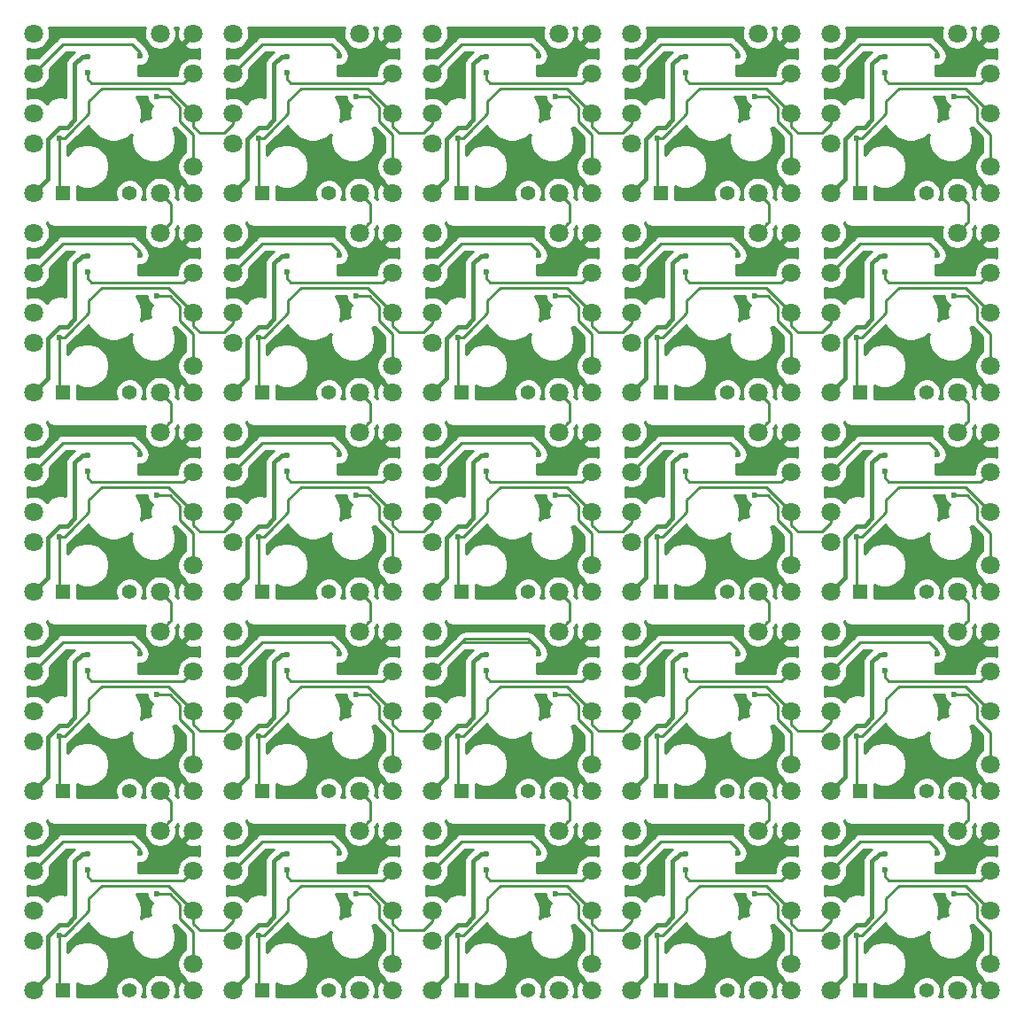
<source format=gtl>
G04 #@! TF.GenerationSoftware,KiCad,Pcbnew,5.1.5+dfsg1-2build2*
G04 #@! TF.CreationDate,2021-01-11T18:32:22+09:00*
G04 #@! TF.ProjectId,container,636f6e74-6169-46e6-9572-2e6b69636164,rev?*
G04 #@! TF.SameCoordinates,Original*
G04 #@! TF.FileFunction,Copper,L1,Top*
G04 #@! TF.FilePolarity,Positive*
%FSLAX46Y46*%
G04 Gerber Fmt 4.6, Leading zero omitted, Abs format (unit mm)*
G04 Created by KiCad (PCBNEW 5.1.5+dfsg1-2build2) date 2021-01-11 18:32:22*
%MOMM*%
%LPD*%
G04 APERTURE LIST*
%ADD10C,1.400000*%
%ADD11R,1.400000X1.400000*%
%ADD12C,1.800000*%
%ADD13C,0.600000*%
%ADD14C,0.250000*%
%ADD15C,0.400000*%
%ADD16C,0.254000*%
G04 APERTURE END LIST*
D10*
X152146000Y-81407000D03*
D11*
X145796000Y-81407000D03*
X88646000Y-62357000D03*
D10*
X94996000Y-62357000D03*
D11*
X107696000Y-62357000D03*
D10*
X114046000Y-62357000D03*
D11*
X145796000Y-62357000D03*
D10*
X152146000Y-62357000D03*
D12*
X158242000Y-119507000D03*
X139192000Y-119507000D03*
X120142000Y-119507000D03*
X101092000Y-119507000D03*
X82042000Y-119507000D03*
X158242000Y-100457000D03*
X139192000Y-100457000D03*
X120142000Y-100457000D03*
X101092000Y-100457000D03*
X82042000Y-100457000D03*
X158242000Y-81407000D03*
X139192000Y-81407000D03*
X120142000Y-81407000D03*
X101092000Y-81407000D03*
X82042000Y-81407000D03*
X158242000Y-62357000D03*
X139192000Y-62357000D03*
X120142000Y-62357000D03*
X101092000Y-62357000D03*
X82042000Y-62357000D03*
X158242000Y-43307000D03*
X139192000Y-43307000D03*
X120142000Y-43307000D03*
X101092000Y-43307000D03*
X158232000Y-116997000D03*
X139182000Y-116997000D03*
X120132000Y-116997000D03*
X101082000Y-116997000D03*
X82032000Y-116997000D03*
X158232000Y-97947000D03*
X139182000Y-97947000D03*
X120132000Y-97947000D03*
X101082000Y-97947000D03*
X82032000Y-97947000D03*
X158232000Y-78897000D03*
X139182000Y-78897000D03*
X120132000Y-78897000D03*
X101082000Y-78897000D03*
X82032000Y-78897000D03*
X158232000Y-59847000D03*
X139182000Y-59847000D03*
X120132000Y-59847000D03*
X101082000Y-59847000D03*
X82032000Y-59847000D03*
X158232000Y-40797000D03*
X139182000Y-40797000D03*
X120132000Y-40797000D03*
X101082000Y-40797000D03*
X158232000Y-116997000D03*
X139182000Y-116997000D03*
X120132000Y-116997000D03*
X101082000Y-116997000D03*
X82032000Y-116997000D03*
X158232000Y-97947000D03*
X139182000Y-97947000D03*
X120132000Y-97947000D03*
X101082000Y-97947000D03*
X82032000Y-97947000D03*
X158232000Y-78897000D03*
X139182000Y-78897000D03*
X120132000Y-78897000D03*
X101082000Y-78897000D03*
X82032000Y-78897000D03*
X158232000Y-59847000D03*
X139182000Y-59847000D03*
X120132000Y-59847000D03*
X101082000Y-59847000D03*
X82032000Y-59847000D03*
X158232000Y-40797000D03*
X139182000Y-40797000D03*
X120132000Y-40797000D03*
X101082000Y-40797000D03*
X143002000Y-114747000D03*
X123952000Y-114747000D03*
X104902000Y-114747000D03*
X85852000Y-114747000D03*
X66802000Y-114747000D03*
X143002000Y-95697000D03*
X123952000Y-95697000D03*
X104902000Y-95697000D03*
X85852000Y-95697000D03*
X66802000Y-95697000D03*
X143002000Y-76647000D03*
X123952000Y-76647000D03*
X104902000Y-76647000D03*
X85852000Y-76647000D03*
X66802000Y-76647000D03*
X143002000Y-57597000D03*
X123952000Y-57597000D03*
X104902000Y-57597000D03*
X85852000Y-57597000D03*
X66802000Y-57597000D03*
X143002000Y-38547000D03*
X123952000Y-38547000D03*
X104902000Y-38547000D03*
X85852000Y-38547000D03*
D11*
X69596000Y-43307000D03*
D10*
X75946000Y-43307000D03*
D11*
X107696000Y-43307000D03*
D10*
X114046000Y-43307000D03*
D11*
X69596000Y-62357000D03*
D10*
X75946000Y-62357000D03*
D11*
X88646000Y-43307000D03*
D10*
X94996000Y-43307000D03*
D11*
X126746000Y-43307000D03*
D10*
X133096000Y-43307000D03*
D11*
X145796000Y-43307000D03*
D10*
X152146000Y-43307000D03*
D11*
X126746000Y-62357000D03*
D10*
X133096000Y-62357000D03*
D11*
X69596000Y-81407000D03*
D10*
X75946000Y-81407000D03*
D11*
X88646000Y-81407000D03*
D10*
X94996000Y-81407000D03*
D11*
X107696000Y-81407000D03*
D10*
X114046000Y-81407000D03*
D11*
X126746000Y-81407000D03*
D10*
X133096000Y-81407000D03*
D11*
X69596000Y-100457000D03*
D10*
X75946000Y-100457000D03*
D11*
X88646000Y-100457000D03*
D10*
X94996000Y-100457000D03*
D11*
X107696000Y-100457000D03*
D10*
X114046000Y-100457000D03*
D11*
X126746000Y-100457000D03*
D10*
X133096000Y-100457000D03*
D11*
X145796000Y-100457000D03*
D10*
X152146000Y-100457000D03*
D11*
X69596000Y-119507000D03*
D10*
X75946000Y-119507000D03*
D11*
X88646000Y-119507000D03*
D10*
X94996000Y-119507000D03*
D11*
X107696000Y-119507000D03*
D10*
X114046000Y-119507000D03*
D11*
X126746000Y-119507000D03*
D10*
X133096000Y-119507000D03*
D11*
X145796000Y-119507000D03*
D10*
X152146000Y-119507000D03*
D12*
X158242000Y-111887000D03*
X139192000Y-111887000D03*
X120142000Y-111887000D03*
X101092000Y-111887000D03*
X143002000Y-111887000D03*
X123952000Y-111887000D03*
X104902000Y-111887000D03*
X85852000Y-111887000D03*
X158242000Y-92837000D03*
X139192000Y-92837000D03*
X120142000Y-92837000D03*
X101092000Y-92837000D03*
X143002000Y-92837000D03*
X123952000Y-92837000D03*
X104902000Y-92837000D03*
X85852000Y-92837000D03*
X143002000Y-73787000D03*
X123952000Y-73787000D03*
X104902000Y-73787000D03*
X85852000Y-73787000D03*
X158242000Y-73787000D03*
X139192000Y-73787000D03*
X120142000Y-73787000D03*
X101092000Y-73787000D03*
X143002000Y-108077000D03*
X123952000Y-108077000D03*
X104902000Y-108077000D03*
X85852000Y-108077000D03*
X66802000Y-108077000D03*
X143002000Y-89027000D03*
X123952000Y-89027000D03*
X104902000Y-89027000D03*
X85852000Y-89027000D03*
X66802000Y-89027000D03*
X143002000Y-69977000D03*
X123952000Y-69977000D03*
X104902000Y-69977000D03*
X85852000Y-69977000D03*
X66802000Y-69977000D03*
X143002000Y-50927000D03*
X123952000Y-50927000D03*
X104902000Y-50927000D03*
X85852000Y-50927000D03*
X66802000Y-50927000D03*
X143002000Y-31877000D03*
X123952000Y-31877000D03*
X104902000Y-31877000D03*
X85852000Y-31877000D03*
X158242000Y-108077000D03*
X139192000Y-108077000D03*
X120142000Y-108077000D03*
X101092000Y-108077000D03*
X82042000Y-108077000D03*
X158242000Y-89027000D03*
X139192000Y-89027000D03*
X120142000Y-89027000D03*
X101092000Y-89027000D03*
X82042000Y-89027000D03*
X158242000Y-69977000D03*
X139192000Y-69977000D03*
X120142000Y-69977000D03*
X101092000Y-69977000D03*
X82042000Y-69977000D03*
X158242000Y-50927000D03*
X139192000Y-50927000D03*
X120142000Y-50927000D03*
X101092000Y-50927000D03*
X82042000Y-50927000D03*
X158242000Y-31877000D03*
X139192000Y-31877000D03*
X120142000Y-31877000D03*
X101092000Y-31877000D03*
X155067000Y-100457000D03*
X143002000Y-119507000D03*
X143002000Y-104267000D03*
X158242000Y-104267000D03*
X155067000Y-104267000D03*
X158242000Y-119507000D03*
X155067000Y-119507000D03*
X123952000Y-119507000D03*
X139192000Y-119507000D03*
X136017000Y-104267000D03*
X139192000Y-104267000D03*
X136017000Y-119507000D03*
X123952000Y-104267000D03*
X104902000Y-104267000D03*
X104902000Y-119507000D03*
X120142000Y-104267000D03*
X120142000Y-119507000D03*
X116967000Y-119507000D03*
X116967000Y-104267000D03*
X97917000Y-119507000D03*
X101092000Y-119507000D03*
X85852000Y-104267000D03*
X85852000Y-119507000D03*
X101092000Y-104267000D03*
X97917000Y-104267000D03*
X82042000Y-119507000D03*
X78867000Y-119507000D03*
X78867000Y-104267000D03*
X66802000Y-119507000D03*
X66802000Y-104267000D03*
X82042000Y-111887000D03*
X66802000Y-111887000D03*
X82042000Y-104267000D03*
X82042000Y-100457000D03*
X66802000Y-92837000D03*
X78867000Y-85217000D03*
X82042000Y-85217000D03*
X82042000Y-92837000D03*
X78867000Y-100457000D03*
X66802000Y-85217000D03*
X66802000Y-100457000D03*
X101092000Y-85217000D03*
X85852000Y-85217000D03*
X97917000Y-85217000D03*
X85852000Y-100457000D03*
X97917000Y-100457000D03*
X101092000Y-100457000D03*
X116967000Y-100457000D03*
X104902000Y-85217000D03*
X104902000Y-100457000D03*
X116967000Y-85217000D03*
X120142000Y-85217000D03*
X120142000Y-100457000D03*
X123952000Y-100457000D03*
X123952000Y-85217000D03*
X139192000Y-100457000D03*
X136017000Y-85217000D03*
X136017000Y-100457000D03*
X139192000Y-85217000D03*
X143002000Y-100457000D03*
X143002000Y-85217000D03*
X158242000Y-85217000D03*
X158242000Y-100457000D03*
X155067000Y-85217000D03*
X155067000Y-66167000D03*
X143002000Y-66167000D03*
X158242000Y-66167000D03*
X158242000Y-81407000D03*
X155067000Y-81407000D03*
X143002000Y-81407000D03*
X136017000Y-81407000D03*
X139192000Y-81407000D03*
X123952000Y-81407000D03*
X123952000Y-66167000D03*
X136017000Y-66167000D03*
X139192000Y-66167000D03*
X120142000Y-81407000D03*
X104902000Y-81407000D03*
X116967000Y-66167000D03*
X104902000Y-66167000D03*
X120142000Y-66167000D03*
X116967000Y-81407000D03*
X85852000Y-66167000D03*
X101092000Y-81407000D03*
X97917000Y-66167000D03*
X97917000Y-81407000D03*
X101092000Y-66167000D03*
X85852000Y-81407000D03*
X66802000Y-81407000D03*
X78867000Y-66167000D03*
X82042000Y-81407000D03*
X78867000Y-81407000D03*
X82042000Y-73787000D03*
X82042000Y-66167000D03*
X66802000Y-66167000D03*
X66802000Y-73787000D03*
X104902000Y-62357000D03*
X104902000Y-47117000D03*
X120142000Y-54737000D03*
X104902000Y-54737000D03*
X116967000Y-62357000D03*
X120142000Y-47117000D03*
X120142000Y-62357000D03*
X116967000Y-47117000D03*
X136017000Y-47117000D03*
X123952000Y-62357000D03*
X139192000Y-54737000D03*
X139192000Y-47117000D03*
X139192000Y-62357000D03*
X123952000Y-54737000D03*
X136017000Y-62357000D03*
X123952000Y-47117000D03*
X158242000Y-47117000D03*
X158242000Y-62357000D03*
X143002000Y-54737000D03*
X155067000Y-62357000D03*
X155067000Y-47117000D03*
X143002000Y-47117000D03*
X143002000Y-62357000D03*
X158242000Y-54737000D03*
X155067000Y-43307000D03*
X155067000Y-28067000D03*
X158242000Y-28067000D03*
X143002000Y-35687000D03*
X143002000Y-43307000D03*
X143002000Y-28067000D03*
X158242000Y-35687000D03*
X158242000Y-43307000D03*
X136017000Y-28067000D03*
X139192000Y-28067000D03*
X123952000Y-35687000D03*
X123952000Y-43307000D03*
X123952000Y-28067000D03*
X139192000Y-35687000D03*
X136017000Y-43307000D03*
X139192000Y-43307000D03*
X104902000Y-35687000D03*
X104902000Y-43307000D03*
X104902000Y-28067000D03*
X120142000Y-35687000D03*
X116967000Y-28067000D03*
X120142000Y-43307000D03*
X116967000Y-43307000D03*
X120142000Y-28067000D03*
X101092000Y-62357000D03*
X97917000Y-62357000D03*
X85852000Y-54737000D03*
X85852000Y-62357000D03*
X85852000Y-47117000D03*
X101092000Y-54737000D03*
X97917000Y-47117000D03*
X101092000Y-47117000D03*
X82042000Y-62357000D03*
X78867000Y-62357000D03*
X66802000Y-54737000D03*
X78867000Y-47117000D03*
X82042000Y-54737000D03*
X82042000Y-47117000D03*
X66802000Y-47117000D03*
X66802000Y-62357000D03*
X85852000Y-35687000D03*
X97917000Y-28067000D03*
X85852000Y-28067000D03*
X85852000Y-43307000D03*
X101092000Y-43307000D03*
X101092000Y-28067000D03*
X101092000Y-35687000D03*
X97917000Y-43307000D03*
X78867000Y-43307000D03*
X66802000Y-38547000D03*
X66802000Y-31877000D03*
X82032000Y-40797000D03*
X82042000Y-31877000D03*
X82042000Y-35687000D03*
X66802000Y-35687000D03*
X78867000Y-28067000D03*
X82042000Y-28067000D03*
X82042000Y-43307000D03*
X66802000Y-43307000D03*
X66802000Y-28067000D03*
D13*
X69282000Y-38047000D03*
X88332000Y-38047000D03*
X107382000Y-38047000D03*
X126432000Y-38047000D03*
X145482000Y-38047000D03*
X69282000Y-57097000D03*
X88332000Y-57097000D03*
X107382000Y-57097000D03*
X126432000Y-57097000D03*
X145482000Y-57097000D03*
X69282000Y-76147000D03*
X88332000Y-76147000D03*
X107382000Y-76147000D03*
X126432000Y-76147000D03*
X145482000Y-76147000D03*
X69282000Y-95197000D03*
X88332000Y-95197000D03*
X107382000Y-95197000D03*
X126432000Y-95197000D03*
X145482000Y-95197000D03*
X69282000Y-114247000D03*
X88332000Y-114247000D03*
X107382000Y-114247000D03*
X126432000Y-114247000D03*
X145482000Y-114247000D03*
X76932000Y-30197000D03*
X78532000Y-34097000D03*
X97582000Y-34097000D03*
X116632000Y-34097000D03*
X135682000Y-34097000D03*
X154732000Y-34097000D03*
X78532000Y-53147000D03*
X97582000Y-53147000D03*
X116632000Y-53147000D03*
X135682000Y-53147000D03*
X154732000Y-53147000D03*
X78532000Y-72197000D03*
X97582000Y-72197000D03*
X116632000Y-72197000D03*
X135682000Y-72197000D03*
X154732000Y-72197000D03*
X78532000Y-91247000D03*
X97582000Y-91247000D03*
X116632000Y-91247000D03*
X135682000Y-91247000D03*
X154732000Y-91247000D03*
X78532000Y-110297000D03*
X97582000Y-110297000D03*
X116632000Y-110297000D03*
X135682000Y-110297000D03*
X154732000Y-110297000D03*
X115032000Y-30197000D03*
X134082000Y-30197000D03*
X153132000Y-30197000D03*
X76932000Y-49247000D03*
X95982000Y-49247000D03*
X115032000Y-49247000D03*
X134082000Y-49247000D03*
X153132000Y-49247000D03*
X76932000Y-68297000D03*
X95982000Y-68297000D03*
X115032000Y-68297000D03*
X134082000Y-68297000D03*
X153132000Y-68297000D03*
X76932000Y-87347000D03*
X95982000Y-87347000D03*
X115032000Y-87347000D03*
X134082000Y-87347000D03*
X153132000Y-87347000D03*
X76932000Y-106397000D03*
X95982000Y-106397000D03*
X115032000Y-106397000D03*
X134082000Y-106397000D03*
X153132000Y-106397000D03*
X95982000Y-30197000D03*
X71922000Y-31797000D03*
X90972000Y-31797000D03*
X110022000Y-31797000D03*
X129072000Y-31797000D03*
X148122000Y-31797000D03*
X71922000Y-50847000D03*
X90972000Y-50847000D03*
X110022000Y-50847000D03*
X129072000Y-50847000D03*
X148122000Y-50847000D03*
X71922000Y-69897000D03*
X90972000Y-69897000D03*
X110022000Y-69897000D03*
X129072000Y-69897000D03*
X148122000Y-69897000D03*
X71922000Y-88947000D03*
X90972000Y-88947000D03*
X110022000Y-88947000D03*
X129072000Y-88947000D03*
X148122000Y-88947000D03*
X71922000Y-107997000D03*
X90972000Y-107997000D03*
X110022000Y-107997000D03*
X129072000Y-107997000D03*
X148122000Y-107997000D03*
X77032000Y-31797000D03*
X78132000Y-41597000D03*
X66802000Y-29972000D03*
X79502000Y-30607000D03*
X73914000Y-27813000D03*
X77546200Y-35077400D03*
X69342000Y-32512000D03*
X96082000Y-31797000D03*
X115132000Y-31797000D03*
X134182000Y-31797000D03*
X153232000Y-31797000D03*
X77032000Y-50847000D03*
X96082000Y-50847000D03*
X115132000Y-50847000D03*
X134182000Y-50847000D03*
X153232000Y-50847000D03*
X77032000Y-69897000D03*
X96082000Y-69897000D03*
X115132000Y-69897000D03*
X134182000Y-69897000D03*
X153232000Y-69897000D03*
X77032000Y-88947000D03*
X96082000Y-88947000D03*
X115132000Y-88947000D03*
X134182000Y-88947000D03*
X153232000Y-88947000D03*
X77032000Y-107997000D03*
X96082000Y-107997000D03*
X115132000Y-107997000D03*
X134182000Y-107997000D03*
X153232000Y-107997000D03*
X96596200Y-35077400D03*
X115646200Y-35077400D03*
X134696200Y-35077400D03*
X153746200Y-35077400D03*
X77546200Y-54127400D03*
X96596200Y-54127400D03*
X115646200Y-54127400D03*
X134696200Y-54127400D03*
X153746200Y-54127400D03*
X77546200Y-73177400D03*
X96596200Y-73177400D03*
X115646200Y-73177400D03*
X134696200Y-73177400D03*
X153746200Y-73177400D03*
X77546200Y-92227400D03*
X96596200Y-92227400D03*
X115646200Y-92227400D03*
X134696200Y-92227400D03*
X153746200Y-92227400D03*
X77546200Y-111277400D03*
X96596200Y-111277400D03*
X115646200Y-111277400D03*
X134696200Y-111277400D03*
X153746200Y-111277400D03*
X88392000Y-32512000D03*
X107442000Y-32512000D03*
X126492000Y-32512000D03*
X145542000Y-32512000D03*
X69342000Y-51562000D03*
X88392000Y-51562000D03*
X107442000Y-51562000D03*
X126492000Y-51562000D03*
X145542000Y-51562000D03*
X69342000Y-70612000D03*
X88392000Y-70612000D03*
X107442000Y-70612000D03*
X126492000Y-70612000D03*
X145542000Y-70612000D03*
X69342000Y-89662000D03*
X88392000Y-89662000D03*
X107442000Y-89662000D03*
X126492000Y-89662000D03*
X145542000Y-89662000D03*
X69342000Y-108712000D03*
X88392000Y-108712000D03*
X107442000Y-108712000D03*
X126492000Y-108712000D03*
X145542000Y-108712000D03*
X92964000Y-27813000D03*
X112014000Y-27813000D03*
X131064000Y-27813000D03*
X150114000Y-27813000D03*
X73914000Y-46863000D03*
X92964000Y-46863000D03*
X112014000Y-46863000D03*
X131064000Y-46863000D03*
X150114000Y-46863000D03*
X73914000Y-65913000D03*
X92964000Y-65913000D03*
X112014000Y-65913000D03*
X131064000Y-65913000D03*
X150114000Y-65913000D03*
X73914000Y-84963000D03*
X92964000Y-84963000D03*
X112014000Y-84963000D03*
X131064000Y-84963000D03*
X150114000Y-84963000D03*
X73914000Y-104013000D03*
X92964000Y-104013000D03*
X112014000Y-104013000D03*
X131064000Y-104013000D03*
X150114000Y-104013000D03*
X97182000Y-41597000D03*
X116232000Y-41597000D03*
X135282000Y-41597000D03*
X154332000Y-41597000D03*
X78132000Y-60647000D03*
X97182000Y-60647000D03*
X116232000Y-60647000D03*
X135282000Y-60647000D03*
X154332000Y-60647000D03*
X78132000Y-79697000D03*
X97182000Y-79697000D03*
X116232000Y-79697000D03*
X135282000Y-79697000D03*
X154332000Y-79697000D03*
X78132000Y-98747000D03*
X97182000Y-98747000D03*
X116232000Y-98747000D03*
X135282000Y-98747000D03*
X154332000Y-98747000D03*
X78132000Y-117797000D03*
X97182000Y-117797000D03*
X116232000Y-117797000D03*
X135282000Y-117797000D03*
X154332000Y-117797000D03*
X85852000Y-29972000D03*
X104902000Y-29972000D03*
X123952000Y-29972000D03*
X143002000Y-29972000D03*
X66802000Y-49022000D03*
X85852000Y-49022000D03*
X104902000Y-49022000D03*
X123952000Y-49022000D03*
X143002000Y-49022000D03*
X66802000Y-68072000D03*
X85852000Y-68072000D03*
X104902000Y-68072000D03*
X123952000Y-68072000D03*
X143002000Y-68072000D03*
X66802000Y-87122000D03*
X85852000Y-87122000D03*
X104902000Y-87122000D03*
X123952000Y-87122000D03*
X143002000Y-87122000D03*
X66802000Y-106172000D03*
X85852000Y-106172000D03*
X104902000Y-106172000D03*
X123952000Y-106172000D03*
X143002000Y-106172000D03*
X98552000Y-30607000D03*
X117602000Y-30607000D03*
X136652000Y-30607000D03*
X155702000Y-30607000D03*
X79502000Y-49657000D03*
X98552000Y-49657000D03*
X117602000Y-49657000D03*
X136652000Y-49657000D03*
X155702000Y-49657000D03*
X79502000Y-68707000D03*
X98552000Y-68707000D03*
X117602000Y-68707000D03*
X136652000Y-68707000D03*
X155702000Y-68707000D03*
X79502000Y-87757000D03*
X98552000Y-87757000D03*
X117602000Y-87757000D03*
X136652000Y-87757000D03*
X155702000Y-87757000D03*
X79502000Y-106807000D03*
X98552000Y-106807000D03*
X117602000Y-106807000D03*
X136652000Y-106807000D03*
X155702000Y-106807000D03*
X71922000Y-30252000D03*
X90972000Y-30252000D03*
X110022000Y-30252000D03*
X129072000Y-30252000D03*
X148122000Y-30252000D03*
X71922000Y-49302000D03*
X90972000Y-49302000D03*
X110022000Y-49302000D03*
X129072000Y-49302000D03*
X148122000Y-49302000D03*
X71922000Y-68352000D03*
X90972000Y-68352000D03*
X110022000Y-68352000D03*
X129072000Y-68352000D03*
X148122000Y-68352000D03*
X71922000Y-87402000D03*
X90972000Y-87402000D03*
X110022000Y-87402000D03*
X129072000Y-87402000D03*
X148122000Y-87402000D03*
X71922000Y-106452000D03*
X90972000Y-106452000D03*
X110022000Y-106452000D03*
X129072000Y-106452000D03*
X148122000Y-106452000D03*
D14*
X85852000Y-36733998D02*
X85852000Y-35687000D01*
X82674208Y-37592000D02*
X84993998Y-37592000D01*
X84993998Y-37592000D02*
X85852000Y-36733998D01*
X82042000Y-36959792D02*
X82674208Y-37592000D01*
X82042000Y-35687000D02*
X82042000Y-36959792D01*
X69282000Y-42993000D02*
X69596000Y-43307000D01*
X69282000Y-38047000D02*
X69282000Y-42993000D01*
X69282000Y-38047000D02*
X69722478Y-38047000D01*
X69722478Y-38047000D02*
X70304478Y-37465000D01*
X70122477Y-37647001D02*
X70304478Y-37465000D01*
X101724208Y-37592000D02*
X104043998Y-37592000D01*
X120774208Y-37592000D02*
X123093998Y-37592000D01*
X139824208Y-37592000D02*
X142143998Y-37592000D01*
X104902000Y-36733998D02*
X104902000Y-35687000D01*
X123952000Y-36733998D02*
X123952000Y-35687000D01*
X143002000Y-36733998D02*
X143002000Y-35687000D01*
X88332000Y-38047000D02*
X88332000Y-42993000D01*
X107382000Y-38047000D02*
X107382000Y-42993000D01*
X126432000Y-38047000D02*
X126432000Y-42993000D01*
X145482000Y-38047000D02*
X145482000Y-42993000D01*
X88772478Y-38047000D02*
X89354478Y-37465000D01*
X107822478Y-38047000D02*
X108404478Y-37465000D01*
X126872478Y-38047000D02*
X127454478Y-37465000D01*
X145922478Y-38047000D02*
X146504478Y-37465000D01*
X101092000Y-35687000D02*
X98716999Y-33311999D01*
X120142000Y-35687000D02*
X117766999Y-33311999D01*
X139192000Y-35687000D02*
X136816999Y-33311999D01*
X158242000Y-35687000D02*
X155866999Y-33311999D01*
X89354478Y-37465000D02*
X91096999Y-35722479D01*
X108404478Y-37465000D02*
X110146999Y-35722479D01*
X127454478Y-37465000D02*
X129196999Y-35722479D01*
X146504478Y-37465000D02*
X148246999Y-35722479D01*
X101092000Y-35687000D02*
X101092000Y-36959792D01*
X120142000Y-35687000D02*
X120142000Y-36959792D01*
X139192000Y-35687000D02*
X139192000Y-36959792D01*
X101092000Y-36959792D02*
X101724208Y-37592000D01*
X120142000Y-36959792D02*
X120774208Y-37592000D01*
X139192000Y-36959792D02*
X139824208Y-37592000D01*
X104043998Y-37592000D02*
X104902000Y-36733998D01*
X123093998Y-37592000D02*
X123952000Y-36733998D01*
X142143998Y-37592000D02*
X143002000Y-36733998D01*
X89172477Y-37647001D02*
X89354478Y-37465000D01*
X108222477Y-37647001D02*
X108404478Y-37465000D01*
X127272477Y-37647001D02*
X127454478Y-37465000D01*
X146322477Y-37647001D02*
X146504478Y-37465000D01*
X88332000Y-38047000D02*
X88772478Y-38047000D01*
X107382000Y-38047000D02*
X107822478Y-38047000D01*
X126432000Y-38047000D02*
X126872478Y-38047000D01*
X145482000Y-38047000D02*
X145922478Y-38047000D01*
X88332000Y-42993000D02*
X88646000Y-43307000D01*
X107382000Y-42993000D02*
X107696000Y-43307000D01*
X126432000Y-42993000D02*
X126746000Y-43307000D01*
X145482000Y-42993000D02*
X145796000Y-43307000D01*
X72046999Y-34546999D02*
X72046999Y-35722479D01*
X73281999Y-33311999D02*
X72046999Y-34546999D01*
X72046999Y-35722479D02*
X70304478Y-37465000D01*
X79666999Y-33311999D02*
X73281999Y-33311999D01*
X82042000Y-35687000D02*
X79666999Y-33311999D01*
X98716999Y-33311999D02*
X92331999Y-33311999D01*
X117766999Y-33311999D02*
X111381999Y-33311999D01*
X136816999Y-33311999D02*
X130431999Y-33311999D01*
X155866999Y-33311999D02*
X149481999Y-33311999D01*
X91096999Y-34546999D02*
X91096999Y-35722479D01*
X110146999Y-34546999D02*
X110146999Y-35722479D01*
X129196999Y-34546999D02*
X129196999Y-35722479D01*
X148246999Y-34546999D02*
X148246999Y-35722479D01*
X92331999Y-33311999D02*
X91096999Y-34546999D01*
X111381999Y-33311999D02*
X110146999Y-34546999D01*
X130431999Y-33311999D02*
X129196999Y-34546999D01*
X149481999Y-33311999D02*
X148246999Y-34546999D01*
X82674208Y-56642000D02*
X84993998Y-56642000D01*
X101724208Y-56642000D02*
X104043998Y-56642000D01*
X120774208Y-56642000D02*
X123093998Y-56642000D01*
X139824208Y-56642000D02*
X142143998Y-56642000D01*
X85852000Y-55783998D02*
X85852000Y-54737000D01*
X104902000Y-55783998D02*
X104902000Y-54737000D01*
X123952000Y-55783998D02*
X123952000Y-54737000D01*
X143002000Y-55783998D02*
X143002000Y-54737000D01*
X69282000Y-57097000D02*
X69282000Y-62043000D01*
X88332000Y-57097000D02*
X88332000Y-62043000D01*
X107382000Y-57097000D02*
X107382000Y-62043000D01*
X126432000Y-57097000D02*
X126432000Y-62043000D01*
X145482000Y-57097000D02*
X145482000Y-62043000D01*
X69722478Y-57097000D02*
X70304478Y-56515000D01*
X88772478Y-57097000D02*
X89354478Y-56515000D01*
X107822478Y-57097000D02*
X108404478Y-56515000D01*
X126872478Y-57097000D02*
X127454478Y-56515000D01*
X145922478Y-57097000D02*
X146504478Y-56515000D01*
X82042000Y-54737000D02*
X79666999Y-52361999D01*
X101092000Y-54737000D02*
X98716999Y-52361999D01*
X120142000Y-54737000D02*
X117766999Y-52361999D01*
X139192000Y-54737000D02*
X136816999Y-52361999D01*
X158242000Y-54737000D02*
X155866999Y-52361999D01*
X70304478Y-56515000D02*
X72046999Y-54772479D01*
X89354478Y-56515000D02*
X91096999Y-54772479D01*
X108404478Y-56515000D02*
X110146999Y-54772479D01*
X127454478Y-56515000D02*
X129196999Y-54772479D01*
X146504478Y-56515000D02*
X148246999Y-54772479D01*
X82042000Y-54737000D02*
X82042000Y-56009792D01*
X101092000Y-54737000D02*
X101092000Y-56009792D01*
X120142000Y-54737000D02*
X120142000Y-56009792D01*
X139192000Y-54737000D02*
X139192000Y-56009792D01*
X82042000Y-56009792D02*
X82674208Y-56642000D01*
X101092000Y-56009792D02*
X101724208Y-56642000D01*
X120142000Y-56009792D02*
X120774208Y-56642000D01*
X139192000Y-56009792D02*
X139824208Y-56642000D01*
X84993998Y-56642000D02*
X85852000Y-55783998D01*
X104043998Y-56642000D02*
X104902000Y-55783998D01*
X123093998Y-56642000D02*
X123952000Y-55783998D01*
X142143998Y-56642000D02*
X143002000Y-55783998D01*
X70122477Y-56697001D02*
X70304478Y-56515000D01*
X89172477Y-56697001D02*
X89354478Y-56515000D01*
X108222477Y-56697001D02*
X108404478Y-56515000D01*
X127272477Y-56697001D02*
X127454478Y-56515000D01*
X146322477Y-56697001D02*
X146504478Y-56515000D01*
X69282000Y-57097000D02*
X69722478Y-57097000D01*
X88332000Y-57097000D02*
X88772478Y-57097000D01*
X107382000Y-57097000D02*
X107822478Y-57097000D01*
X126432000Y-57097000D02*
X126872478Y-57097000D01*
X145482000Y-57097000D02*
X145922478Y-57097000D01*
X79666999Y-52361999D02*
X73281999Y-52361999D01*
X98716999Y-52361999D02*
X92331999Y-52361999D01*
X117766999Y-52361999D02*
X111381999Y-52361999D01*
X136816999Y-52361999D02*
X130431999Y-52361999D01*
X155866999Y-52361999D02*
X149481999Y-52361999D01*
X72046999Y-53596999D02*
X72046999Y-54772479D01*
X91096999Y-53596999D02*
X91096999Y-54772479D01*
X110146999Y-53596999D02*
X110146999Y-54772479D01*
X129196999Y-53596999D02*
X129196999Y-54772479D01*
X148246999Y-53596999D02*
X148246999Y-54772479D01*
X73281999Y-52361999D02*
X72046999Y-53596999D01*
X92331999Y-52361999D02*
X91096999Y-53596999D01*
X111381999Y-52361999D02*
X110146999Y-53596999D01*
X130431999Y-52361999D02*
X129196999Y-53596999D01*
X149481999Y-52361999D02*
X148246999Y-53596999D01*
X69282000Y-62043000D02*
X69596000Y-62357000D01*
X88332000Y-62043000D02*
X88646000Y-62357000D01*
X107382000Y-62043000D02*
X107696000Y-62357000D01*
X126432000Y-62043000D02*
X126746000Y-62357000D01*
X145482000Y-62043000D02*
X145796000Y-62357000D01*
X82674208Y-75692000D02*
X84993998Y-75692000D01*
X101724208Y-75692000D02*
X104043998Y-75692000D01*
X120774208Y-75692000D02*
X123093998Y-75692000D01*
X139824208Y-75692000D02*
X142143998Y-75692000D01*
X85852000Y-74833998D02*
X85852000Y-73787000D01*
X104902000Y-74833998D02*
X104902000Y-73787000D01*
X123952000Y-74833998D02*
X123952000Y-73787000D01*
X143002000Y-74833998D02*
X143002000Y-73787000D01*
X69282000Y-76147000D02*
X69282000Y-81093000D01*
X88332000Y-76147000D02*
X88332000Y-81093000D01*
X107382000Y-76147000D02*
X107382000Y-81093000D01*
X126432000Y-76147000D02*
X126432000Y-81093000D01*
X145482000Y-76147000D02*
X145482000Y-81093000D01*
X69722478Y-76147000D02*
X70304478Y-75565000D01*
X88772478Y-76147000D02*
X89354478Y-75565000D01*
X107822478Y-76147000D02*
X108404478Y-75565000D01*
X126872478Y-76147000D02*
X127454478Y-75565000D01*
X145922478Y-76147000D02*
X146504478Y-75565000D01*
X82042000Y-73787000D02*
X79666999Y-71411999D01*
X101092000Y-73787000D02*
X98716999Y-71411999D01*
X120142000Y-73787000D02*
X117766999Y-71411999D01*
X139192000Y-73787000D02*
X136816999Y-71411999D01*
X158242000Y-73787000D02*
X155866999Y-71411999D01*
X70304478Y-75565000D02*
X72046999Y-73822479D01*
X89354478Y-75565000D02*
X91096999Y-73822479D01*
X108404478Y-75565000D02*
X110146999Y-73822479D01*
X127454478Y-75565000D02*
X129196999Y-73822479D01*
X146504478Y-75565000D02*
X148246999Y-73822479D01*
X82042000Y-73787000D02*
X82042000Y-75059792D01*
X101092000Y-73787000D02*
X101092000Y-75059792D01*
X120142000Y-73787000D02*
X120142000Y-75059792D01*
X139192000Y-73787000D02*
X139192000Y-75059792D01*
X82042000Y-75059792D02*
X82674208Y-75692000D01*
X101092000Y-75059792D02*
X101724208Y-75692000D01*
X120142000Y-75059792D02*
X120774208Y-75692000D01*
X139192000Y-75059792D02*
X139824208Y-75692000D01*
X84993998Y-75692000D02*
X85852000Y-74833998D01*
X104043998Y-75692000D02*
X104902000Y-74833998D01*
X123093998Y-75692000D02*
X123952000Y-74833998D01*
X142143998Y-75692000D02*
X143002000Y-74833998D01*
X70122477Y-75747001D02*
X70304478Y-75565000D01*
X89172477Y-75747001D02*
X89354478Y-75565000D01*
X108222477Y-75747001D02*
X108404478Y-75565000D01*
X127272477Y-75747001D02*
X127454478Y-75565000D01*
X146322477Y-75747001D02*
X146504478Y-75565000D01*
X69282000Y-76147000D02*
X69722478Y-76147000D01*
X88332000Y-76147000D02*
X88772478Y-76147000D01*
X107382000Y-76147000D02*
X107822478Y-76147000D01*
X126432000Y-76147000D02*
X126872478Y-76147000D01*
X145482000Y-76147000D02*
X145922478Y-76147000D01*
X79666999Y-71411999D02*
X73281999Y-71411999D01*
X98716999Y-71411999D02*
X92331999Y-71411999D01*
X117766999Y-71411999D02*
X111381999Y-71411999D01*
X136816999Y-71411999D02*
X130431999Y-71411999D01*
X155866999Y-71411999D02*
X149481999Y-71411999D01*
X72046999Y-72646999D02*
X72046999Y-73822479D01*
X91096999Y-72646999D02*
X91096999Y-73822479D01*
X110146999Y-72646999D02*
X110146999Y-73822479D01*
X129196999Y-72646999D02*
X129196999Y-73822479D01*
X148246999Y-72646999D02*
X148246999Y-73822479D01*
X73281999Y-71411999D02*
X72046999Y-72646999D01*
X92331999Y-71411999D02*
X91096999Y-72646999D01*
X111381999Y-71411999D02*
X110146999Y-72646999D01*
X130431999Y-71411999D02*
X129196999Y-72646999D01*
X149481999Y-71411999D02*
X148246999Y-72646999D01*
X69282000Y-81093000D02*
X69596000Y-81407000D01*
X88332000Y-81093000D02*
X88646000Y-81407000D01*
X107382000Y-81093000D02*
X107696000Y-81407000D01*
X126432000Y-81093000D02*
X126746000Y-81407000D01*
X145482000Y-81093000D02*
X145796000Y-81407000D01*
X82674208Y-94742000D02*
X84993998Y-94742000D01*
X101724208Y-94742000D02*
X104043998Y-94742000D01*
X120774208Y-94742000D02*
X123093998Y-94742000D01*
X139824208Y-94742000D02*
X142143998Y-94742000D01*
X85852000Y-93883998D02*
X85852000Y-92837000D01*
X104902000Y-93883998D02*
X104902000Y-92837000D01*
X123952000Y-93883998D02*
X123952000Y-92837000D01*
X143002000Y-93883998D02*
X143002000Y-92837000D01*
X69282000Y-95197000D02*
X69282000Y-100143000D01*
X88332000Y-95197000D02*
X88332000Y-100143000D01*
X107382000Y-95197000D02*
X107382000Y-100143000D01*
X126432000Y-95197000D02*
X126432000Y-100143000D01*
X145482000Y-95197000D02*
X145482000Y-100143000D01*
X69722478Y-95197000D02*
X70304478Y-94615000D01*
X88772478Y-95197000D02*
X89354478Y-94615000D01*
X107822478Y-95197000D02*
X108404478Y-94615000D01*
X126872478Y-95197000D02*
X127454478Y-94615000D01*
X145922478Y-95197000D02*
X146504478Y-94615000D01*
X82042000Y-92837000D02*
X79666999Y-90461999D01*
X101092000Y-92837000D02*
X98716999Y-90461999D01*
X120142000Y-92837000D02*
X117766999Y-90461999D01*
X139192000Y-92837000D02*
X136816999Y-90461999D01*
X158242000Y-92837000D02*
X155866999Y-90461999D01*
X70304478Y-94615000D02*
X72046999Y-92872479D01*
X89354478Y-94615000D02*
X91096999Y-92872479D01*
X108404478Y-94615000D02*
X110146999Y-92872479D01*
X127454478Y-94615000D02*
X129196999Y-92872479D01*
X146504478Y-94615000D02*
X148246999Y-92872479D01*
X82042000Y-92837000D02*
X82042000Y-94109792D01*
X101092000Y-92837000D02*
X101092000Y-94109792D01*
X120142000Y-92837000D02*
X120142000Y-94109792D01*
X139192000Y-92837000D02*
X139192000Y-94109792D01*
X82042000Y-94109792D02*
X82674208Y-94742000D01*
X101092000Y-94109792D02*
X101724208Y-94742000D01*
X120142000Y-94109792D02*
X120774208Y-94742000D01*
X139192000Y-94109792D02*
X139824208Y-94742000D01*
X84993998Y-94742000D02*
X85852000Y-93883998D01*
X104043998Y-94742000D02*
X104902000Y-93883998D01*
X123093998Y-94742000D02*
X123952000Y-93883998D01*
X142143998Y-94742000D02*
X143002000Y-93883998D01*
X70122477Y-94797001D02*
X70304478Y-94615000D01*
X89172477Y-94797001D02*
X89354478Y-94615000D01*
X108222477Y-94797001D02*
X108404478Y-94615000D01*
X127272477Y-94797001D02*
X127454478Y-94615000D01*
X146322477Y-94797001D02*
X146504478Y-94615000D01*
X69282000Y-95197000D02*
X69722478Y-95197000D01*
X88332000Y-95197000D02*
X88772478Y-95197000D01*
X107382000Y-95197000D02*
X107822478Y-95197000D01*
X126432000Y-95197000D02*
X126872478Y-95197000D01*
X145482000Y-95197000D02*
X145922478Y-95197000D01*
X79666999Y-90461999D02*
X73281999Y-90461999D01*
X98716999Y-90461999D02*
X92331999Y-90461999D01*
X117766999Y-90461999D02*
X111381999Y-90461999D01*
X136816999Y-90461999D02*
X130431999Y-90461999D01*
X155866999Y-90461999D02*
X149481999Y-90461999D01*
X72046999Y-91696999D02*
X72046999Y-92872479D01*
X91096999Y-91696999D02*
X91096999Y-92872479D01*
X110146999Y-91696999D02*
X110146999Y-92872479D01*
X129196999Y-91696999D02*
X129196999Y-92872479D01*
X148246999Y-91696999D02*
X148246999Y-92872479D01*
X73281999Y-90461999D02*
X72046999Y-91696999D01*
X92331999Y-90461999D02*
X91096999Y-91696999D01*
X111381999Y-90461999D02*
X110146999Y-91696999D01*
X130431999Y-90461999D02*
X129196999Y-91696999D01*
X149481999Y-90461999D02*
X148246999Y-91696999D01*
X69282000Y-100143000D02*
X69596000Y-100457000D01*
X88332000Y-100143000D02*
X88646000Y-100457000D01*
X107382000Y-100143000D02*
X107696000Y-100457000D01*
X126432000Y-100143000D02*
X126746000Y-100457000D01*
X145482000Y-100143000D02*
X145796000Y-100457000D01*
X82674208Y-113792000D02*
X84993998Y-113792000D01*
X101724208Y-113792000D02*
X104043998Y-113792000D01*
X120774208Y-113792000D02*
X123093998Y-113792000D01*
X139824208Y-113792000D02*
X142143998Y-113792000D01*
X85852000Y-112933998D02*
X85852000Y-111887000D01*
X104902000Y-112933998D02*
X104902000Y-111887000D01*
X123952000Y-112933998D02*
X123952000Y-111887000D01*
X143002000Y-112933998D02*
X143002000Y-111887000D01*
X69282000Y-114247000D02*
X69282000Y-119193000D01*
X88332000Y-114247000D02*
X88332000Y-119193000D01*
X107382000Y-114247000D02*
X107382000Y-119193000D01*
X126432000Y-114247000D02*
X126432000Y-119193000D01*
X145482000Y-114247000D02*
X145482000Y-119193000D01*
X69722478Y-114247000D02*
X70304478Y-113665000D01*
X88772478Y-114247000D02*
X89354478Y-113665000D01*
X107822478Y-114247000D02*
X108404478Y-113665000D01*
X126872478Y-114247000D02*
X127454478Y-113665000D01*
X145922478Y-114247000D02*
X146504478Y-113665000D01*
X82042000Y-111887000D02*
X79666999Y-109511999D01*
X101092000Y-111887000D02*
X98716999Y-109511999D01*
X120142000Y-111887000D02*
X117766999Y-109511999D01*
X139192000Y-111887000D02*
X136816999Y-109511999D01*
X158242000Y-111887000D02*
X155866999Y-109511999D01*
X70304478Y-113665000D02*
X72046999Y-111922479D01*
X89354478Y-113665000D02*
X91096999Y-111922479D01*
X108404478Y-113665000D02*
X110146999Y-111922479D01*
X127454478Y-113665000D02*
X129196999Y-111922479D01*
X146504478Y-113665000D02*
X148246999Y-111922479D01*
X82042000Y-111887000D02*
X82042000Y-113159792D01*
X101092000Y-111887000D02*
X101092000Y-113159792D01*
X120142000Y-111887000D02*
X120142000Y-113159792D01*
X139192000Y-111887000D02*
X139192000Y-113159792D01*
X82042000Y-113159792D02*
X82674208Y-113792000D01*
X101092000Y-113159792D02*
X101724208Y-113792000D01*
X120142000Y-113159792D02*
X120774208Y-113792000D01*
X139192000Y-113159792D02*
X139824208Y-113792000D01*
X84993998Y-113792000D02*
X85852000Y-112933998D01*
X104043998Y-113792000D02*
X104902000Y-112933998D01*
X123093998Y-113792000D02*
X123952000Y-112933998D01*
X142143998Y-113792000D02*
X143002000Y-112933998D01*
X70122477Y-113847001D02*
X70304478Y-113665000D01*
X89172477Y-113847001D02*
X89354478Y-113665000D01*
X108222477Y-113847001D02*
X108404478Y-113665000D01*
X127272477Y-113847001D02*
X127454478Y-113665000D01*
X146322477Y-113847001D02*
X146504478Y-113665000D01*
X69282000Y-114247000D02*
X69722478Y-114247000D01*
X88332000Y-114247000D02*
X88772478Y-114247000D01*
X107382000Y-114247000D02*
X107822478Y-114247000D01*
X126432000Y-114247000D02*
X126872478Y-114247000D01*
X145482000Y-114247000D02*
X145922478Y-114247000D01*
X79666999Y-109511999D02*
X73281999Y-109511999D01*
X98716999Y-109511999D02*
X92331999Y-109511999D01*
X117766999Y-109511999D02*
X111381999Y-109511999D01*
X136816999Y-109511999D02*
X130431999Y-109511999D01*
X155866999Y-109511999D02*
X149481999Y-109511999D01*
X72046999Y-110746999D02*
X72046999Y-111922479D01*
X91096999Y-110746999D02*
X91096999Y-111922479D01*
X110146999Y-110746999D02*
X110146999Y-111922479D01*
X129196999Y-110746999D02*
X129196999Y-111922479D01*
X148246999Y-110746999D02*
X148246999Y-111922479D01*
X73281999Y-109511999D02*
X72046999Y-110746999D01*
X92331999Y-109511999D02*
X91096999Y-110746999D01*
X111381999Y-109511999D02*
X110146999Y-110746999D01*
X130431999Y-109511999D02*
X129196999Y-110746999D01*
X149481999Y-109511999D02*
X148246999Y-110746999D01*
X69282000Y-119193000D02*
X69596000Y-119507000D01*
X88332000Y-119193000D02*
X88646000Y-119507000D01*
X107382000Y-119193000D02*
X107696000Y-119507000D01*
X126432000Y-119193000D02*
X126746000Y-119507000D01*
X145482000Y-119193000D02*
X145796000Y-119507000D01*
X115032000Y-86922736D02*
X114056264Y-85947000D01*
X115032000Y-87347000D02*
X115032000Y-86922736D01*
X114056264Y-85947000D02*
X107982000Y-85947000D01*
X99827001Y-35074999D02*
X98849002Y-34097000D01*
X118877001Y-35074999D02*
X117899002Y-34097000D01*
X137927001Y-35074999D02*
X136949002Y-34097000D01*
X156977001Y-35074999D02*
X155999002Y-34097000D01*
X80777001Y-54124999D02*
X79799002Y-53147000D01*
X99827001Y-54124999D02*
X98849002Y-53147000D01*
X118877001Y-54124999D02*
X117899002Y-53147000D01*
X137927001Y-54124999D02*
X136949002Y-53147000D01*
X156977001Y-54124999D02*
X155999002Y-53147000D01*
X80777001Y-73174999D02*
X79799002Y-72197000D01*
X99827001Y-73174999D02*
X98849002Y-72197000D01*
X118877001Y-73174999D02*
X117899002Y-72197000D01*
X137927001Y-73174999D02*
X136949002Y-72197000D01*
X156977001Y-73174999D02*
X155999002Y-72197000D01*
X80777001Y-92224999D02*
X79799002Y-91247000D01*
X99827001Y-92224999D02*
X98849002Y-91247000D01*
X118877001Y-92224999D02*
X117899002Y-91247000D01*
X137927001Y-92224999D02*
X136949002Y-91247000D01*
X156977001Y-92224999D02*
X155999002Y-91247000D01*
X80777001Y-111274999D02*
X79799002Y-110297000D01*
X99827001Y-111274999D02*
X98849002Y-110297000D01*
X118877001Y-111274999D02*
X117899002Y-110297000D01*
X137927001Y-111274999D02*
X136949002Y-110297000D01*
X156977001Y-111274999D02*
X155999002Y-110297000D01*
X98849002Y-34097000D02*
X97582000Y-34097000D01*
X117899002Y-34097000D02*
X116632000Y-34097000D01*
X136949002Y-34097000D02*
X135682000Y-34097000D01*
X155999002Y-34097000D02*
X154732000Y-34097000D01*
X79799002Y-53147000D02*
X78532000Y-53147000D01*
X98849002Y-53147000D02*
X97582000Y-53147000D01*
X117899002Y-53147000D02*
X116632000Y-53147000D01*
X136949002Y-53147000D02*
X135682000Y-53147000D01*
X155999002Y-53147000D02*
X154732000Y-53147000D01*
X79799002Y-72197000D02*
X78532000Y-72197000D01*
X98849002Y-72197000D02*
X97582000Y-72197000D01*
X117899002Y-72197000D02*
X116632000Y-72197000D01*
X136949002Y-72197000D02*
X135682000Y-72197000D01*
X155999002Y-72197000D02*
X154732000Y-72197000D01*
X79799002Y-91247000D02*
X78532000Y-91247000D01*
X98849002Y-91247000D02*
X97582000Y-91247000D01*
X117899002Y-91247000D02*
X116632000Y-91247000D01*
X136949002Y-91247000D02*
X135682000Y-91247000D01*
X155999002Y-91247000D02*
X154732000Y-91247000D01*
X79799002Y-110297000D02*
X78532000Y-110297000D01*
X98849002Y-110297000D02*
X97582000Y-110297000D01*
X117899002Y-110297000D02*
X116632000Y-110297000D01*
X136949002Y-110297000D02*
X135682000Y-110297000D01*
X155999002Y-110297000D02*
X154732000Y-110297000D01*
X104902000Y-89027000D02*
X107982000Y-85947000D01*
X82032000Y-37698998D02*
X82032000Y-40797000D01*
X80777001Y-35074999D02*
X80777001Y-36443999D01*
X78532000Y-34097000D02*
X79799002Y-34097000D01*
X80777001Y-36443999D02*
X82032000Y-37698998D01*
X79799002Y-34097000D02*
X80777001Y-35074999D01*
X101082000Y-37698998D02*
X101082000Y-40797000D01*
X120132000Y-37698998D02*
X120132000Y-40797000D01*
X139182000Y-37698998D02*
X139182000Y-40797000D01*
X158232000Y-37698998D02*
X158232000Y-40797000D01*
X82032000Y-56748998D02*
X82032000Y-59847000D01*
X101082000Y-56748998D02*
X101082000Y-59847000D01*
X120132000Y-56748998D02*
X120132000Y-59847000D01*
X139182000Y-56748998D02*
X139182000Y-59847000D01*
X158232000Y-56748998D02*
X158232000Y-59847000D01*
X82032000Y-75798998D02*
X82032000Y-78897000D01*
X101082000Y-75798998D02*
X101082000Y-78897000D01*
X120132000Y-75798998D02*
X120132000Y-78897000D01*
X139182000Y-75798998D02*
X139182000Y-78897000D01*
X158232000Y-75798998D02*
X158232000Y-78897000D01*
X82032000Y-94848998D02*
X82032000Y-97947000D01*
X101082000Y-94848998D02*
X101082000Y-97947000D01*
X120132000Y-94848998D02*
X120132000Y-97947000D01*
X139182000Y-94848998D02*
X139182000Y-97947000D01*
X158232000Y-94848998D02*
X158232000Y-97947000D01*
X82032000Y-113898998D02*
X82032000Y-116997000D01*
X101082000Y-113898998D02*
X101082000Y-116997000D01*
X120132000Y-113898998D02*
X120132000Y-116997000D01*
X139182000Y-113898998D02*
X139182000Y-116997000D01*
X158232000Y-113898998D02*
X158232000Y-116997000D01*
X99827001Y-35074999D02*
X99827001Y-36443999D01*
X118877001Y-35074999D02*
X118877001Y-36443999D01*
X137927001Y-35074999D02*
X137927001Y-36443999D01*
X156977001Y-35074999D02*
X156977001Y-36443999D01*
X80777001Y-54124999D02*
X80777001Y-55493999D01*
X99827001Y-54124999D02*
X99827001Y-55493999D01*
X118877001Y-54124999D02*
X118877001Y-55493999D01*
X137927001Y-54124999D02*
X137927001Y-55493999D01*
X156977001Y-54124999D02*
X156977001Y-55493999D01*
X80777001Y-73174999D02*
X80777001Y-74543999D01*
X99827001Y-73174999D02*
X99827001Y-74543999D01*
X118877001Y-73174999D02*
X118877001Y-74543999D01*
X137927001Y-73174999D02*
X137927001Y-74543999D01*
X156977001Y-73174999D02*
X156977001Y-74543999D01*
X80777001Y-92224999D02*
X80777001Y-93593999D01*
X99827001Y-92224999D02*
X99827001Y-93593999D01*
X118877001Y-92224999D02*
X118877001Y-93593999D01*
X137927001Y-92224999D02*
X137927001Y-93593999D01*
X156977001Y-92224999D02*
X156977001Y-93593999D01*
X80777001Y-111274999D02*
X80777001Y-112643999D01*
X99827001Y-111274999D02*
X99827001Y-112643999D01*
X118877001Y-111274999D02*
X118877001Y-112643999D01*
X137927001Y-111274999D02*
X137927001Y-112643999D01*
X156977001Y-111274999D02*
X156977001Y-112643999D01*
X99827001Y-36443999D02*
X101082000Y-37698998D01*
X118877001Y-36443999D02*
X120132000Y-37698998D01*
X137927001Y-36443999D02*
X139182000Y-37698998D01*
X156977001Y-36443999D02*
X158232000Y-37698998D01*
X80777001Y-55493999D02*
X82032000Y-56748998D01*
X99827001Y-55493999D02*
X101082000Y-56748998D01*
X118877001Y-55493999D02*
X120132000Y-56748998D01*
X137927001Y-55493999D02*
X139182000Y-56748998D01*
X156977001Y-55493999D02*
X158232000Y-56748998D01*
X80777001Y-74543999D02*
X82032000Y-75798998D01*
X99827001Y-74543999D02*
X101082000Y-75798998D01*
X118877001Y-74543999D02*
X120132000Y-75798998D01*
X137927001Y-74543999D02*
X139182000Y-75798998D01*
X156977001Y-74543999D02*
X158232000Y-75798998D01*
X80777001Y-93593999D02*
X82032000Y-94848998D01*
X99827001Y-93593999D02*
X101082000Y-94848998D01*
X118877001Y-93593999D02*
X120132000Y-94848998D01*
X137927001Y-93593999D02*
X139182000Y-94848998D01*
X156977001Y-93593999D02*
X158232000Y-94848998D01*
X80777001Y-112643999D02*
X82032000Y-113898998D01*
X99827001Y-112643999D02*
X101082000Y-113898998D01*
X118877001Y-112643999D02*
X120132000Y-113898998D01*
X137927001Y-112643999D02*
X139182000Y-113898998D01*
X156977001Y-112643999D02*
X158232000Y-113898998D01*
X76932000Y-30069000D02*
X76932000Y-30197000D01*
X76932000Y-30197000D02*
X76932000Y-29857264D01*
X85852000Y-31877000D02*
X88646000Y-29083000D01*
X104902000Y-31877000D02*
X107696000Y-29083000D01*
X123952000Y-31877000D02*
X126746000Y-29083000D01*
X143002000Y-31877000D02*
X145796000Y-29083000D01*
X66802000Y-50927000D02*
X69596000Y-48133000D01*
X85852000Y-50927000D02*
X88646000Y-48133000D01*
X104902000Y-50927000D02*
X107696000Y-48133000D01*
X123952000Y-50927000D02*
X126746000Y-48133000D01*
X143002000Y-50927000D02*
X145796000Y-48133000D01*
X66802000Y-69977000D02*
X69596000Y-67183000D01*
X85852000Y-69977000D02*
X88646000Y-67183000D01*
X104902000Y-69977000D02*
X107696000Y-67183000D01*
X123952000Y-69977000D02*
X126746000Y-67183000D01*
X143002000Y-69977000D02*
X145796000Y-67183000D01*
X66802000Y-89027000D02*
X69596000Y-86233000D01*
X85852000Y-89027000D02*
X88646000Y-86233000D01*
X104902000Y-89027000D02*
X107696000Y-86233000D01*
X123952000Y-89027000D02*
X126746000Y-86233000D01*
X143002000Y-89027000D02*
X145796000Y-86233000D01*
X66802000Y-108077000D02*
X69596000Y-105283000D01*
X85852000Y-108077000D02*
X88646000Y-105283000D01*
X104902000Y-108077000D02*
X107696000Y-105283000D01*
X123952000Y-108077000D02*
X126746000Y-105283000D01*
X143002000Y-108077000D02*
X145796000Y-105283000D01*
X95207736Y-29083000D02*
X95982000Y-29857264D01*
X114257736Y-29083000D02*
X115032000Y-29857264D01*
X133307736Y-29083000D02*
X134082000Y-29857264D01*
X152357736Y-29083000D02*
X153132000Y-29857264D01*
X76157736Y-48133000D02*
X76932000Y-48907264D01*
X95207736Y-48133000D02*
X95982000Y-48907264D01*
X114257736Y-48133000D02*
X115032000Y-48907264D01*
X133307736Y-48133000D02*
X134082000Y-48907264D01*
X152357736Y-48133000D02*
X153132000Y-48907264D01*
X76157736Y-67183000D02*
X76932000Y-67957264D01*
X95207736Y-67183000D02*
X95982000Y-67957264D01*
X114257736Y-67183000D02*
X115032000Y-67957264D01*
X133307736Y-67183000D02*
X134082000Y-67957264D01*
X152357736Y-67183000D02*
X153132000Y-67957264D01*
X76157736Y-86233000D02*
X76932000Y-87007264D01*
X95207736Y-86233000D02*
X95982000Y-87007264D01*
X114257736Y-86233000D02*
X115032000Y-87007264D01*
X133307736Y-86233000D02*
X134082000Y-87007264D01*
X152357736Y-86233000D02*
X153132000Y-87007264D01*
X76157736Y-105283000D02*
X76932000Y-106057264D01*
X95207736Y-105283000D02*
X95982000Y-106057264D01*
X114257736Y-105283000D02*
X115032000Y-106057264D01*
X133307736Y-105283000D02*
X134082000Y-106057264D01*
X152357736Y-105283000D02*
X153132000Y-106057264D01*
X88646000Y-29083000D02*
X95207736Y-29083000D01*
X107696000Y-29083000D02*
X114257736Y-29083000D01*
X126746000Y-29083000D02*
X133307736Y-29083000D01*
X145796000Y-29083000D02*
X152357736Y-29083000D01*
X69596000Y-48133000D02*
X76157736Y-48133000D01*
X88646000Y-48133000D02*
X95207736Y-48133000D01*
X107696000Y-48133000D02*
X114257736Y-48133000D01*
X126746000Y-48133000D02*
X133307736Y-48133000D01*
X145796000Y-48133000D02*
X152357736Y-48133000D01*
X69596000Y-67183000D02*
X76157736Y-67183000D01*
X88646000Y-67183000D02*
X95207736Y-67183000D01*
X107696000Y-67183000D02*
X114257736Y-67183000D01*
X126746000Y-67183000D02*
X133307736Y-67183000D01*
X145796000Y-67183000D02*
X152357736Y-67183000D01*
X69596000Y-86233000D02*
X76157736Y-86233000D01*
X88646000Y-86233000D02*
X95207736Y-86233000D01*
X107696000Y-86233000D02*
X114257736Y-86233000D01*
X126746000Y-86233000D02*
X133307736Y-86233000D01*
X145796000Y-86233000D02*
X152357736Y-86233000D01*
X69596000Y-105283000D02*
X76157736Y-105283000D01*
X88646000Y-105283000D02*
X95207736Y-105283000D01*
X107696000Y-105283000D02*
X114257736Y-105283000D01*
X126746000Y-105283000D02*
X133307736Y-105283000D01*
X145796000Y-105283000D02*
X152357736Y-105283000D01*
X69596000Y-29083000D02*
X76157736Y-29083000D01*
X76157736Y-29083000D02*
X76932000Y-29857264D01*
X66802000Y-31877000D02*
X69596000Y-29083000D01*
X115032000Y-30197000D02*
X115032000Y-29857264D01*
X95982000Y-30197000D02*
X95982000Y-29857264D01*
X134082000Y-30197000D02*
X134082000Y-29857264D01*
X153132000Y-30197000D02*
X153132000Y-29857264D01*
X76932000Y-49247000D02*
X76932000Y-48907264D01*
X95982000Y-49247000D02*
X95982000Y-48907264D01*
X115032000Y-49247000D02*
X115032000Y-48907264D01*
X134082000Y-49247000D02*
X134082000Y-48907264D01*
X153132000Y-49247000D02*
X153132000Y-48907264D01*
X76932000Y-68297000D02*
X76932000Y-67957264D01*
X95982000Y-68297000D02*
X95982000Y-67957264D01*
X115032000Y-68297000D02*
X115032000Y-67957264D01*
X134082000Y-68297000D02*
X134082000Y-67957264D01*
X153132000Y-68297000D02*
X153132000Y-67957264D01*
X76932000Y-87347000D02*
X76932000Y-87007264D01*
X95982000Y-87347000D02*
X95982000Y-87007264D01*
X115032000Y-87347000D02*
X115032000Y-87007264D01*
X134082000Y-87347000D02*
X134082000Y-87007264D01*
X153132000Y-87347000D02*
X153132000Y-87007264D01*
X76932000Y-106397000D02*
X76932000Y-106057264D01*
X95982000Y-106397000D02*
X95982000Y-106057264D01*
X115032000Y-106397000D02*
X115032000Y-106057264D01*
X134082000Y-106397000D02*
X134082000Y-106057264D01*
X153132000Y-106397000D02*
X153132000Y-106057264D01*
X90982000Y-32397000D02*
X90982000Y-31797000D01*
X110032000Y-32397000D02*
X110032000Y-31797000D01*
X129082000Y-32397000D02*
X129082000Y-31797000D01*
X148132000Y-32397000D02*
X148132000Y-31797000D01*
X71932000Y-51447000D02*
X71932000Y-50847000D01*
X90982000Y-51447000D02*
X90982000Y-50847000D01*
X110032000Y-51447000D02*
X110032000Y-50847000D01*
X129082000Y-51447000D02*
X129082000Y-50847000D01*
X148132000Y-51447000D02*
X148132000Y-50847000D01*
X71932000Y-70497000D02*
X71932000Y-69897000D01*
X90982000Y-70497000D02*
X90982000Y-69897000D01*
X110032000Y-70497000D02*
X110032000Y-69897000D01*
X129082000Y-70497000D02*
X129082000Y-69897000D01*
X148132000Y-70497000D02*
X148132000Y-69897000D01*
X71932000Y-89547000D02*
X71932000Y-88947000D01*
X90982000Y-89547000D02*
X90982000Y-88947000D01*
X110032000Y-89547000D02*
X110032000Y-88947000D01*
X129082000Y-89547000D02*
X129082000Y-88947000D01*
X148132000Y-89547000D02*
X148132000Y-88947000D01*
X71932000Y-108597000D02*
X71932000Y-107997000D01*
X90982000Y-108597000D02*
X90982000Y-107997000D01*
X110032000Y-108597000D02*
X110032000Y-107997000D01*
X129082000Y-108597000D02*
X129082000Y-107997000D01*
X148132000Y-108597000D02*
X148132000Y-107997000D01*
X91382000Y-32797000D02*
X90982000Y-32397000D01*
X110432000Y-32797000D02*
X110032000Y-32397000D01*
X129482000Y-32797000D02*
X129082000Y-32397000D01*
X148532000Y-32797000D02*
X148132000Y-32397000D01*
X72332000Y-51847000D02*
X71932000Y-51447000D01*
X91382000Y-51847000D02*
X90982000Y-51447000D01*
X110432000Y-51847000D02*
X110032000Y-51447000D01*
X129482000Y-51847000D02*
X129082000Y-51447000D01*
X148532000Y-51847000D02*
X148132000Y-51447000D01*
X72332000Y-70897000D02*
X71932000Y-70497000D01*
X91382000Y-70897000D02*
X90982000Y-70497000D01*
X110432000Y-70897000D02*
X110032000Y-70497000D01*
X129482000Y-70897000D02*
X129082000Y-70497000D01*
X148532000Y-70897000D02*
X148132000Y-70497000D01*
X72332000Y-89947000D02*
X71932000Y-89547000D01*
X91382000Y-89947000D02*
X90982000Y-89547000D01*
X110432000Y-89947000D02*
X110032000Y-89547000D01*
X129482000Y-89947000D02*
X129082000Y-89547000D01*
X148532000Y-89947000D02*
X148132000Y-89547000D01*
X72332000Y-108997000D02*
X71932000Y-108597000D01*
X91382000Y-108997000D02*
X90982000Y-108597000D01*
X110432000Y-108997000D02*
X110032000Y-108597000D01*
X129482000Y-108997000D02*
X129082000Y-108597000D01*
X148532000Y-108997000D02*
X148132000Y-108597000D01*
X81122000Y-32797000D02*
X82042000Y-31877000D01*
X72332000Y-32797000D02*
X81122000Y-32797000D01*
X71932000Y-31797000D02*
X71932000Y-32397000D01*
X71932000Y-32397000D02*
X72332000Y-32797000D01*
X91382000Y-32797000D02*
X100172000Y-32797000D01*
X110432000Y-32797000D02*
X119222000Y-32797000D01*
X129482000Y-32797000D02*
X138272000Y-32797000D01*
X148532000Y-32797000D02*
X157322000Y-32797000D01*
X72332000Y-51847000D02*
X81122000Y-51847000D01*
X91382000Y-51847000D02*
X100172000Y-51847000D01*
X110432000Y-51847000D02*
X119222000Y-51847000D01*
X129482000Y-51847000D02*
X138272000Y-51847000D01*
X148532000Y-51847000D02*
X157322000Y-51847000D01*
X72332000Y-70897000D02*
X81122000Y-70897000D01*
X91382000Y-70897000D02*
X100172000Y-70897000D01*
X110432000Y-70897000D02*
X119222000Y-70897000D01*
X129482000Y-70897000D02*
X138272000Y-70897000D01*
X148532000Y-70897000D02*
X157322000Y-70897000D01*
X72332000Y-89947000D02*
X81122000Y-89947000D01*
X91382000Y-89947000D02*
X100172000Y-89947000D01*
X110432000Y-89947000D02*
X119222000Y-89947000D01*
X129482000Y-89947000D02*
X138272000Y-89947000D01*
X148532000Y-89947000D02*
X157322000Y-89947000D01*
X72332000Y-108997000D02*
X81122000Y-108997000D01*
X91382000Y-108997000D02*
X100172000Y-108997000D01*
X110432000Y-108997000D02*
X119222000Y-108997000D01*
X129482000Y-108997000D02*
X138272000Y-108997000D01*
X148532000Y-108997000D02*
X157322000Y-108997000D01*
X100172000Y-32797000D02*
X101092000Y-31877000D01*
X119222000Y-32797000D02*
X120142000Y-31877000D01*
X138272000Y-32797000D02*
X139192000Y-31877000D01*
X157322000Y-32797000D02*
X158242000Y-31877000D01*
X81122000Y-51847000D02*
X82042000Y-50927000D01*
X100172000Y-51847000D02*
X101092000Y-50927000D01*
X119222000Y-51847000D02*
X120142000Y-50927000D01*
X138272000Y-51847000D02*
X139192000Y-50927000D01*
X157322000Y-51847000D02*
X158242000Y-50927000D01*
X81122000Y-70897000D02*
X82042000Y-69977000D01*
X100172000Y-70897000D02*
X101092000Y-69977000D01*
X119222000Y-70897000D02*
X120142000Y-69977000D01*
X138272000Y-70897000D02*
X139192000Y-69977000D01*
X157322000Y-70897000D02*
X158242000Y-69977000D01*
X81122000Y-89947000D02*
X82042000Y-89027000D01*
X100172000Y-89947000D02*
X101092000Y-89027000D01*
X119222000Y-89947000D02*
X120142000Y-89027000D01*
X138272000Y-89947000D02*
X139192000Y-89027000D01*
X157322000Y-89947000D02*
X158242000Y-89027000D01*
X81122000Y-108997000D02*
X82042000Y-108077000D01*
X100172000Y-108997000D02*
X101092000Y-108077000D01*
X119222000Y-108997000D02*
X120142000Y-108077000D01*
X138272000Y-108997000D02*
X139192000Y-108077000D01*
X157322000Y-108997000D02*
X158242000Y-108077000D01*
D15*
X78312000Y-31797000D02*
X79502000Y-30607000D01*
X77032000Y-31797000D02*
X78312000Y-31797000D01*
X82042000Y-43307000D02*
X80332000Y-41597000D01*
X80332000Y-41597000D02*
X78132000Y-41597000D01*
X79502000Y-30607000D02*
X82042000Y-28067000D01*
X98552000Y-30607000D02*
X101092000Y-28067000D01*
X117602000Y-30607000D02*
X120142000Y-28067000D01*
X136652000Y-30607000D02*
X139192000Y-28067000D01*
X155702000Y-30607000D02*
X158242000Y-28067000D01*
X79502000Y-49657000D02*
X82042000Y-47117000D01*
X98552000Y-49657000D02*
X101092000Y-47117000D01*
X117602000Y-49657000D02*
X120142000Y-47117000D01*
X136652000Y-49657000D02*
X139192000Y-47117000D01*
X155702000Y-49657000D02*
X158242000Y-47117000D01*
X79502000Y-68707000D02*
X82042000Y-66167000D01*
X98552000Y-68707000D02*
X101092000Y-66167000D01*
X117602000Y-68707000D02*
X120142000Y-66167000D01*
X136652000Y-68707000D02*
X139192000Y-66167000D01*
X155702000Y-68707000D02*
X158242000Y-66167000D01*
X79502000Y-87757000D02*
X82042000Y-85217000D01*
X98552000Y-87757000D02*
X101092000Y-85217000D01*
X117602000Y-87757000D02*
X120142000Y-85217000D01*
X136652000Y-87757000D02*
X139192000Y-85217000D01*
X155702000Y-87757000D02*
X158242000Y-85217000D01*
X79502000Y-106807000D02*
X82042000Y-104267000D01*
X98552000Y-106807000D02*
X101092000Y-104267000D01*
X117602000Y-106807000D02*
X120142000Y-104267000D01*
X136652000Y-106807000D02*
X139192000Y-104267000D01*
X155702000Y-106807000D02*
X158242000Y-104267000D01*
X96082000Y-31797000D02*
X97362000Y-31797000D01*
X115132000Y-31797000D02*
X116412000Y-31797000D01*
X134182000Y-31797000D02*
X135462000Y-31797000D01*
X153232000Y-31797000D02*
X154512000Y-31797000D01*
X77032000Y-50847000D02*
X78312000Y-50847000D01*
X96082000Y-50847000D02*
X97362000Y-50847000D01*
X115132000Y-50847000D02*
X116412000Y-50847000D01*
X134182000Y-50847000D02*
X135462000Y-50847000D01*
X153232000Y-50847000D02*
X154512000Y-50847000D01*
X77032000Y-69897000D02*
X78312000Y-69897000D01*
X96082000Y-69897000D02*
X97362000Y-69897000D01*
X115132000Y-69897000D02*
X116412000Y-69897000D01*
X134182000Y-69897000D02*
X135462000Y-69897000D01*
X153232000Y-69897000D02*
X154512000Y-69897000D01*
X77032000Y-88947000D02*
X78312000Y-88947000D01*
X96082000Y-88947000D02*
X97362000Y-88947000D01*
X115132000Y-88947000D02*
X116412000Y-88947000D01*
X134182000Y-88947000D02*
X135462000Y-88947000D01*
X153232000Y-88947000D02*
X154512000Y-88947000D01*
X77032000Y-107997000D02*
X78312000Y-107997000D01*
X96082000Y-107997000D02*
X97362000Y-107997000D01*
X115132000Y-107997000D02*
X116412000Y-107997000D01*
X134182000Y-107997000D02*
X135462000Y-107997000D01*
X153232000Y-107997000D02*
X154512000Y-107997000D01*
X101092000Y-43307000D02*
X99382000Y-41597000D01*
X120142000Y-43307000D02*
X118432000Y-41597000D01*
X139192000Y-43307000D02*
X137482000Y-41597000D01*
X158242000Y-43307000D02*
X156532000Y-41597000D01*
X82042000Y-62357000D02*
X80332000Y-60647000D01*
X101092000Y-62357000D02*
X99382000Y-60647000D01*
X120142000Y-62357000D02*
X118432000Y-60647000D01*
X139192000Y-62357000D02*
X137482000Y-60647000D01*
X158242000Y-62357000D02*
X156532000Y-60647000D01*
X82042000Y-81407000D02*
X80332000Y-79697000D01*
X101092000Y-81407000D02*
X99382000Y-79697000D01*
X120142000Y-81407000D02*
X118432000Y-79697000D01*
X139192000Y-81407000D02*
X137482000Y-79697000D01*
X158242000Y-81407000D02*
X156532000Y-79697000D01*
X82042000Y-100457000D02*
X80332000Y-98747000D01*
X101092000Y-100457000D02*
X99382000Y-98747000D01*
X120142000Y-100457000D02*
X118432000Y-98747000D01*
X139192000Y-100457000D02*
X137482000Y-98747000D01*
X158242000Y-100457000D02*
X156532000Y-98747000D01*
X82042000Y-119507000D02*
X80332000Y-117797000D01*
X101092000Y-119507000D02*
X99382000Y-117797000D01*
X120142000Y-119507000D02*
X118432000Y-117797000D01*
X139192000Y-119507000D02*
X137482000Y-117797000D01*
X158242000Y-119507000D02*
X156532000Y-117797000D01*
X97362000Y-31797000D02*
X98552000Y-30607000D01*
X116412000Y-31797000D02*
X117602000Y-30607000D01*
X135462000Y-31797000D02*
X136652000Y-30607000D01*
X154512000Y-31797000D02*
X155702000Y-30607000D01*
X78312000Y-50847000D02*
X79502000Y-49657000D01*
X97362000Y-50847000D02*
X98552000Y-49657000D01*
X116412000Y-50847000D02*
X117602000Y-49657000D01*
X135462000Y-50847000D02*
X136652000Y-49657000D01*
X154512000Y-50847000D02*
X155702000Y-49657000D01*
X78312000Y-69897000D02*
X79502000Y-68707000D01*
X97362000Y-69897000D02*
X98552000Y-68707000D01*
X116412000Y-69897000D02*
X117602000Y-68707000D01*
X135462000Y-69897000D02*
X136652000Y-68707000D01*
X154512000Y-69897000D02*
X155702000Y-68707000D01*
X78312000Y-88947000D02*
X79502000Y-87757000D01*
X97362000Y-88947000D02*
X98552000Y-87757000D01*
X116412000Y-88947000D02*
X117602000Y-87757000D01*
X135462000Y-88947000D02*
X136652000Y-87757000D01*
X154512000Y-88947000D02*
X155702000Y-87757000D01*
X78312000Y-107997000D02*
X79502000Y-106807000D01*
X97362000Y-107997000D02*
X98552000Y-106807000D01*
X116412000Y-107997000D02*
X117602000Y-106807000D01*
X135462000Y-107997000D02*
X136652000Y-106807000D01*
X154512000Y-107997000D02*
X155702000Y-106807000D01*
X99382000Y-41597000D02*
X97182000Y-41597000D01*
X118432000Y-41597000D02*
X116232000Y-41597000D01*
X137482000Y-41597000D02*
X135282000Y-41597000D01*
X156532000Y-41597000D02*
X154332000Y-41597000D01*
X80332000Y-60647000D02*
X78132000Y-60647000D01*
X99382000Y-60647000D02*
X97182000Y-60647000D01*
X118432000Y-60647000D02*
X116232000Y-60647000D01*
X137482000Y-60647000D02*
X135282000Y-60647000D01*
X156532000Y-60647000D02*
X154332000Y-60647000D01*
X80332000Y-79697000D02*
X78132000Y-79697000D01*
X99382000Y-79697000D02*
X97182000Y-79697000D01*
X118432000Y-79697000D02*
X116232000Y-79697000D01*
X137482000Y-79697000D02*
X135282000Y-79697000D01*
X156532000Y-79697000D02*
X154332000Y-79697000D01*
X80332000Y-98747000D02*
X78132000Y-98747000D01*
X99382000Y-98747000D02*
X97182000Y-98747000D01*
X118432000Y-98747000D02*
X116232000Y-98747000D01*
X137482000Y-98747000D02*
X135282000Y-98747000D01*
X156532000Y-98747000D02*
X154332000Y-98747000D01*
X80332000Y-117797000D02*
X78132000Y-117797000D01*
X99382000Y-117797000D02*
X97182000Y-117797000D01*
X118432000Y-117797000D02*
X116232000Y-117797000D01*
X137482000Y-117797000D02*
X135282000Y-117797000D01*
X156532000Y-117797000D02*
X154332000Y-117797000D01*
D14*
X79877010Y-46106990D02*
X78867000Y-47117000D01*
X79877010Y-44317010D02*
X79877010Y-46106990D01*
X78867000Y-43307000D02*
X79877010Y-44317010D01*
X79766999Y-65267001D02*
X78867000Y-66167000D01*
X79766999Y-84317001D02*
X78867000Y-85217000D01*
X79766999Y-103367001D02*
X78867000Y-104267000D01*
X79877010Y-65156990D02*
X79766999Y-65267001D01*
X79877010Y-84206990D02*
X79766999Y-84317001D01*
X79877010Y-103256990D02*
X79766999Y-103367001D01*
X79877010Y-63367010D02*
X79877010Y-65156990D01*
X79877010Y-82417010D02*
X79877010Y-84206990D01*
X79877010Y-101467010D02*
X79877010Y-103256990D01*
X78867000Y-62357000D02*
X79877010Y-63367010D01*
X78867000Y-81407000D02*
X79877010Y-82417010D01*
X78867000Y-100457000D02*
X79877010Y-101467010D01*
X98816999Y-46217001D02*
X97917000Y-47117000D01*
X98816999Y-65267001D02*
X97917000Y-66167000D01*
X98816999Y-84317001D02*
X97917000Y-85217000D01*
X98816999Y-103367001D02*
X97917000Y-104267000D01*
X98927010Y-46106990D02*
X98816999Y-46217001D01*
X98927010Y-65156990D02*
X98816999Y-65267001D01*
X98927010Y-84206990D02*
X98816999Y-84317001D01*
X98927010Y-103256990D02*
X98816999Y-103367001D01*
X98927010Y-44317010D02*
X98927010Y-46106990D01*
X98927010Y-63367010D02*
X98927010Y-65156990D01*
X98927010Y-82417010D02*
X98927010Y-84206990D01*
X98927010Y-101467010D02*
X98927010Y-103256990D01*
X97917000Y-43307000D02*
X98927010Y-44317010D01*
X97917000Y-62357000D02*
X98927010Y-63367010D01*
X97917000Y-81407000D02*
X98927010Y-82417010D01*
X97917000Y-100457000D02*
X98927010Y-101467010D01*
X117866999Y-46217001D02*
X116967000Y-47117000D01*
X117866999Y-65267001D02*
X116967000Y-66167000D01*
X117866999Y-84317001D02*
X116967000Y-85217000D01*
X117866999Y-103367001D02*
X116967000Y-104267000D01*
X117977010Y-46106990D02*
X117866999Y-46217001D01*
X117977010Y-65156990D02*
X117866999Y-65267001D01*
X117977010Y-84206990D02*
X117866999Y-84317001D01*
X117977010Y-103256990D02*
X117866999Y-103367001D01*
X117977010Y-44317010D02*
X117977010Y-46106990D01*
X117977010Y-63367010D02*
X117977010Y-65156990D01*
X117977010Y-82417010D02*
X117977010Y-84206990D01*
X117977010Y-101467010D02*
X117977010Y-103256990D01*
X116967000Y-43307000D02*
X117977010Y-44317010D01*
X116967000Y-62357000D02*
X117977010Y-63367010D01*
X116967000Y-81407000D02*
X117977010Y-82417010D01*
X116967000Y-100457000D02*
X117977010Y-101467010D01*
X136916999Y-46217001D02*
X136017000Y-47117000D01*
X136916999Y-65267001D02*
X136017000Y-66167000D01*
X136916999Y-84317001D02*
X136017000Y-85217000D01*
X136916999Y-103367001D02*
X136017000Y-104267000D01*
X137027010Y-46106990D02*
X136916999Y-46217001D01*
X137027010Y-65156990D02*
X136916999Y-65267001D01*
X137027010Y-84206990D02*
X136916999Y-84317001D01*
X137027010Y-103256990D02*
X136916999Y-103367001D01*
X137027010Y-44317010D02*
X137027010Y-46106990D01*
X137027010Y-63367010D02*
X137027010Y-65156990D01*
X137027010Y-82417010D02*
X137027010Y-84206990D01*
X137027010Y-101467010D02*
X137027010Y-103256990D01*
X136017000Y-43307000D02*
X137027010Y-44317010D01*
X136017000Y-62357000D02*
X137027010Y-63367010D01*
X136017000Y-81407000D02*
X137027010Y-82417010D01*
X136017000Y-100457000D02*
X137027010Y-101467010D01*
X155966999Y-46217001D02*
X155067000Y-47117000D01*
X155966999Y-65267001D02*
X155067000Y-66167000D01*
X155966999Y-84317001D02*
X155067000Y-85217000D01*
X155966999Y-103367001D02*
X155067000Y-104267000D01*
X156077010Y-46106990D02*
X155966999Y-46217001D01*
X156077010Y-65156990D02*
X155966999Y-65267001D01*
X156077010Y-84206990D02*
X155966999Y-84317001D01*
X156077010Y-103256990D02*
X155966999Y-103367001D01*
X156077010Y-44317010D02*
X156077010Y-46106990D01*
X156077010Y-63367010D02*
X156077010Y-65156990D01*
X156077010Y-82417010D02*
X156077010Y-84206990D01*
X156077010Y-101467010D02*
X156077010Y-103256990D01*
X155067000Y-43307000D02*
X156077010Y-44317010D01*
X155067000Y-62357000D02*
X156077010Y-63367010D01*
X155067000Y-81407000D02*
X156077010Y-82417010D01*
X155067000Y-100457000D02*
X156077010Y-101467010D01*
D15*
X70692001Y-36335001D02*
X69990001Y-37037001D01*
X68102001Y-42006999D02*
X66802000Y-43307000D01*
X68102001Y-38190997D02*
X68102001Y-42006999D01*
X69255997Y-37037001D02*
X68102001Y-38190997D01*
X69990001Y-37037001D02*
X69255997Y-37037001D01*
X90972000Y-30252000D02*
X90482000Y-30252000D01*
X110022000Y-30252000D02*
X109532000Y-30252000D01*
X129072000Y-30252000D02*
X128582000Y-30252000D01*
X148122000Y-30252000D02*
X147632000Y-30252000D01*
X71922000Y-49302000D02*
X71432000Y-49302000D01*
X90972000Y-49302000D02*
X90482000Y-49302000D01*
X110022000Y-49302000D02*
X109532000Y-49302000D01*
X129072000Y-49302000D02*
X128582000Y-49302000D01*
X148122000Y-49302000D02*
X147632000Y-49302000D01*
X71922000Y-68352000D02*
X71432000Y-68352000D01*
X90972000Y-68352000D02*
X90482000Y-68352000D01*
X110022000Y-68352000D02*
X109532000Y-68352000D01*
X129072000Y-68352000D02*
X128582000Y-68352000D01*
X148122000Y-68352000D02*
X147632000Y-68352000D01*
X71922000Y-87402000D02*
X71432000Y-87402000D01*
X90972000Y-87402000D02*
X90482000Y-87402000D01*
X110022000Y-87402000D02*
X109532000Y-87402000D01*
X129072000Y-87402000D02*
X128582000Y-87402000D01*
X148122000Y-87402000D02*
X147632000Y-87402000D01*
X71922000Y-106452000D02*
X71432000Y-106452000D01*
X90972000Y-106452000D02*
X90482000Y-106452000D01*
X110022000Y-106452000D02*
X109532000Y-106452000D01*
X129072000Y-106452000D02*
X128582000Y-106452000D01*
X148122000Y-106452000D02*
X147632000Y-106452000D01*
X87152001Y-42006999D02*
X85852000Y-43307000D01*
X106202001Y-42006999D02*
X104902000Y-43307000D01*
X125252001Y-42006999D02*
X123952000Y-43307000D01*
X144302001Y-42006999D02*
X143002000Y-43307000D01*
X68102001Y-61056999D02*
X66802000Y-62357000D01*
X87152001Y-61056999D02*
X85852000Y-62357000D01*
X106202001Y-61056999D02*
X104902000Y-62357000D01*
X125252001Y-61056999D02*
X123952000Y-62357000D01*
X144302001Y-61056999D02*
X143002000Y-62357000D01*
X68102001Y-80106999D02*
X66802000Y-81407000D01*
X87152001Y-80106999D02*
X85852000Y-81407000D01*
X106202001Y-80106999D02*
X104902000Y-81407000D01*
X125252001Y-80106999D02*
X123952000Y-81407000D01*
X144302001Y-80106999D02*
X143002000Y-81407000D01*
X68102001Y-99156999D02*
X66802000Y-100457000D01*
X87152001Y-99156999D02*
X85852000Y-100457000D01*
X106202001Y-99156999D02*
X104902000Y-100457000D01*
X125252001Y-99156999D02*
X123952000Y-100457000D01*
X144302001Y-99156999D02*
X143002000Y-100457000D01*
X68102001Y-118206999D02*
X66802000Y-119507000D01*
X87152001Y-118206999D02*
X85852000Y-119507000D01*
X106202001Y-118206999D02*
X104902000Y-119507000D01*
X125252001Y-118206999D02*
X123952000Y-119507000D01*
X144302001Y-118206999D02*
X143002000Y-119507000D01*
X87152001Y-38190997D02*
X87152001Y-42006999D01*
X106202001Y-38190997D02*
X106202001Y-42006999D01*
X125252001Y-38190997D02*
X125252001Y-42006999D01*
X144302001Y-38190997D02*
X144302001Y-42006999D01*
X68102001Y-57240997D02*
X68102001Y-61056999D01*
X87152001Y-57240997D02*
X87152001Y-61056999D01*
X106202001Y-57240997D02*
X106202001Y-61056999D01*
X125252001Y-57240997D02*
X125252001Y-61056999D01*
X144302001Y-57240997D02*
X144302001Y-61056999D01*
X68102001Y-76290997D02*
X68102001Y-80106999D01*
X87152001Y-76290997D02*
X87152001Y-80106999D01*
X106202001Y-76290997D02*
X106202001Y-80106999D01*
X125252001Y-76290997D02*
X125252001Y-80106999D01*
X144302001Y-76290997D02*
X144302001Y-80106999D01*
X68102001Y-95340997D02*
X68102001Y-99156999D01*
X87152001Y-95340997D02*
X87152001Y-99156999D01*
X106202001Y-95340997D02*
X106202001Y-99156999D01*
X125252001Y-95340997D02*
X125252001Y-99156999D01*
X144302001Y-95340997D02*
X144302001Y-99156999D01*
X68102001Y-114390997D02*
X68102001Y-118206999D01*
X87152001Y-114390997D02*
X87152001Y-118206999D01*
X106202001Y-114390997D02*
X106202001Y-118206999D01*
X125252001Y-114390997D02*
X125252001Y-118206999D01*
X144302001Y-114390997D02*
X144302001Y-118206999D01*
X89742001Y-36335001D02*
X89040001Y-37037001D01*
X108792001Y-36335001D02*
X108090001Y-37037001D01*
X127842001Y-36335001D02*
X127140001Y-37037001D01*
X146892001Y-36335001D02*
X146190001Y-37037001D01*
X70692001Y-55385001D02*
X69990001Y-56087001D01*
X89742001Y-55385001D02*
X89040001Y-56087001D01*
X108792001Y-55385001D02*
X108090001Y-56087001D01*
X127842001Y-55385001D02*
X127140001Y-56087001D01*
X146892001Y-55385001D02*
X146190001Y-56087001D01*
X70692001Y-74435001D02*
X69990001Y-75137001D01*
X89742001Y-74435001D02*
X89040001Y-75137001D01*
X108792001Y-74435001D02*
X108090001Y-75137001D01*
X127842001Y-74435001D02*
X127140001Y-75137001D01*
X146892001Y-74435001D02*
X146190001Y-75137001D01*
X70692001Y-93485001D02*
X69990001Y-94187001D01*
X89742001Y-93485001D02*
X89040001Y-94187001D01*
X108792001Y-93485001D02*
X108090001Y-94187001D01*
X127842001Y-93485001D02*
X127140001Y-94187001D01*
X146892001Y-93485001D02*
X146190001Y-94187001D01*
X70692001Y-112535001D02*
X69990001Y-113237001D01*
X89742001Y-112535001D02*
X89040001Y-113237001D01*
X108792001Y-112535001D02*
X108090001Y-113237001D01*
X127842001Y-112535001D02*
X127140001Y-113237001D01*
X146892001Y-112535001D02*
X146190001Y-113237001D01*
X90482000Y-30252000D02*
X89742001Y-30991999D01*
X109532000Y-30252000D02*
X108792001Y-30991999D01*
X128582000Y-30252000D02*
X127842001Y-30991999D01*
X147632000Y-30252000D02*
X146892001Y-30991999D01*
X71432000Y-49302000D02*
X70692001Y-50041999D01*
X90482000Y-49302000D02*
X89742001Y-50041999D01*
X109532000Y-49302000D02*
X108792001Y-50041999D01*
X128582000Y-49302000D02*
X127842001Y-50041999D01*
X147632000Y-49302000D02*
X146892001Y-50041999D01*
X71432000Y-68352000D02*
X70692001Y-69091999D01*
X90482000Y-68352000D02*
X89742001Y-69091999D01*
X109532000Y-68352000D02*
X108792001Y-69091999D01*
X128582000Y-68352000D02*
X127842001Y-69091999D01*
X147632000Y-68352000D02*
X146892001Y-69091999D01*
X71432000Y-87402000D02*
X70692001Y-88141999D01*
X90482000Y-87402000D02*
X89742001Y-88141999D01*
X109532000Y-87402000D02*
X108792001Y-88141999D01*
X128582000Y-87402000D02*
X127842001Y-88141999D01*
X147632000Y-87402000D02*
X146892001Y-88141999D01*
X71432000Y-106452000D02*
X70692001Y-107191999D01*
X90482000Y-106452000D02*
X89742001Y-107191999D01*
X109532000Y-106452000D02*
X108792001Y-107191999D01*
X128582000Y-106452000D02*
X127842001Y-107191999D01*
X147632000Y-106452000D02*
X146892001Y-107191999D01*
X89742001Y-30991999D02*
X89742001Y-36335001D01*
X108792001Y-30991999D02*
X108792001Y-36335001D01*
X127842001Y-30991999D02*
X127842001Y-36335001D01*
X146892001Y-30991999D02*
X146892001Y-36335001D01*
X70692001Y-50041999D02*
X70692001Y-55385001D01*
X89742001Y-50041999D02*
X89742001Y-55385001D01*
X108792001Y-50041999D02*
X108792001Y-55385001D01*
X127842001Y-50041999D02*
X127842001Y-55385001D01*
X146892001Y-50041999D02*
X146892001Y-55385001D01*
X70692001Y-69091999D02*
X70692001Y-74435001D01*
X89742001Y-69091999D02*
X89742001Y-74435001D01*
X108792001Y-69091999D02*
X108792001Y-74435001D01*
X127842001Y-69091999D02*
X127842001Y-74435001D01*
X146892001Y-69091999D02*
X146892001Y-74435001D01*
X70692001Y-88141999D02*
X70692001Y-93485001D01*
X89742001Y-88141999D02*
X89742001Y-93485001D01*
X108792001Y-88141999D02*
X108792001Y-93485001D01*
X127842001Y-88141999D02*
X127842001Y-93485001D01*
X146892001Y-88141999D02*
X146892001Y-93485001D01*
X70692001Y-107191999D02*
X70692001Y-112535001D01*
X89742001Y-107191999D02*
X89742001Y-112535001D01*
X108792001Y-107191999D02*
X108792001Y-112535001D01*
X127842001Y-107191999D02*
X127842001Y-112535001D01*
X146892001Y-107191999D02*
X146892001Y-112535001D01*
X88305997Y-37037001D02*
X87152001Y-38190997D01*
X107355997Y-37037001D02*
X106202001Y-38190997D01*
X126405997Y-37037001D02*
X125252001Y-38190997D01*
X145455997Y-37037001D02*
X144302001Y-38190997D01*
X69255997Y-56087001D02*
X68102001Y-57240997D01*
X88305997Y-56087001D02*
X87152001Y-57240997D01*
X107355997Y-56087001D02*
X106202001Y-57240997D01*
X126405997Y-56087001D02*
X125252001Y-57240997D01*
X145455997Y-56087001D02*
X144302001Y-57240997D01*
X69255997Y-75137001D02*
X68102001Y-76290997D01*
X88305997Y-75137001D02*
X87152001Y-76290997D01*
X107355997Y-75137001D02*
X106202001Y-76290997D01*
X126405997Y-75137001D02*
X125252001Y-76290997D01*
X145455997Y-75137001D02*
X144302001Y-76290997D01*
X69255997Y-94187001D02*
X68102001Y-95340997D01*
X88305997Y-94187001D02*
X87152001Y-95340997D01*
X107355997Y-94187001D02*
X106202001Y-95340997D01*
X126405997Y-94187001D02*
X125252001Y-95340997D01*
X145455997Y-94187001D02*
X144302001Y-95340997D01*
X69255997Y-113237001D02*
X68102001Y-114390997D01*
X88305997Y-113237001D02*
X87152001Y-114390997D01*
X107355997Y-113237001D02*
X106202001Y-114390997D01*
X126405997Y-113237001D02*
X125252001Y-114390997D01*
X145455997Y-113237001D02*
X144302001Y-114390997D01*
X89040001Y-37037001D02*
X88305997Y-37037001D01*
X108090001Y-37037001D02*
X107355997Y-37037001D01*
X127140001Y-37037001D02*
X126405997Y-37037001D01*
X146190001Y-37037001D02*
X145455997Y-37037001D01*
X69990001Y-56087001D02*
X69255997Y-56087001D01*
X89040001Y-56087001D02*
X88305997Y-56087001D01*
X108090001Y-56087001D02*
X107355997Y-56087001D01*
X127140001Y-56087001D02*
X126405997Y-56087001D01*
X146190001Y-56087001D02*
X145455997Y-56087001D01*
X69990001Y-75137001D02*
X69255997Y-75137001D01*
X89040001Y-75137001D02*
X88305997Y-75137001D01*
X108090001Y-75137001D02*
X107355997Y-75137001D01*
X127140001Y-75137001D02*
X126405997Y-75137001D01*
X146190001Y-75137001D02*
X145455997Y-75137001D01*
X69990001Y-94187001D02*
X69255997Y-94187001D01*
X89040001Y-94187001D02*
X88305997Y-94187001D01*
X108090001Y-94187001D02*
X107355997Y-94187001D01*
X127140001Y-94187001D02*
X126405997Y-94187001D01*
X146190001Y-94187001D02*
X145455997Y-94187001D01*
X69990001Y-113237001D02*
X69255997Y-113237001D01*
X89040001Y-113237001D02*
X88305997Y-113237001D01*
X108090001Y-113237001D02*
X107355997Y-113237001D01*
X127140001Y-113237001D02*
X126405997Y-113237001D01*
X146190001Y-113237001D02*
X145455997Y-113237001D01*
X71432000Y-30252000D02*
X70692001Y-30991999D01*
X71922000Y-30252000D02*
X71432000Y-30252000D01*
X70692001Y-30991999D02*
X70692001Y-36335001D01*
D16*
G36*
X91092583Y-113158825D02*
G01*
X91386424Y-113598588D01*
X91760412Y-113972576D01*
X92200175Y-114266417D01*
X92688814Y-114468817D01*
X93207551Y-114572000D01*
X93736449Y-114572000D01*
X94255186Y-114468817D01*
X94743825Y-114266417D01*
X95183588Y-113972576D01*
X95198537Y-113957627D01*
X95147000Y-114216721D01*
X95147000Y-114637279D01*
X95229047Y-115049756D01*
X95389988Y-115438302D01*
X95623637Y-115787983D01*
X95921017Y-116085363D01*
X96270698Y-116319012D01*
X96659244Y-116479953D01*
X97071721Y-116562000D01*
X97492279Y-116562000D01*
X97904756Y-116479953D01*
X98293302Y-116319012D01*
X98642983Y-116085363D01*
X98940363Y-115787983D01*
X99174012Y-115438302D01*
X99334953Y-115049756D01*
X99417000Y-114637279D01*
X99417000Y-114216721D01*
X99334953Y-113804244D01*
X99174012Y-113415698D01*
X99136985Y-113360283D01*
X99302779Y-113291609D01*
X99360945Y-113252744D01*
X100322000Y-114213800D01*
X100322001Y-115658687D01*
X100103495Y-115804688D01*
X99889688Y-116018495D01*
X99721701Y-116269905D01*
X99605989Y-116549257D01*
X99547000Y-116845816D01*
X99547000Y-117148184D01*
X99605989Y-117444743D01*
X99721701Y-117724095D01*
X99889688Y-117975505D01*
X100103495Y-118189312D01*
X100257206Y-118292018D01*
X100207525Y-118442920D01*
X101092000Y-119327395D01*
X101106143Y-119313253D01*
X101285748Y-119492858D01*
X101271605Y-119507000D01*
X101285748Y-119521143D01*
X101106143Y-119700748D01*
X101092000Y-119686605D01*
X101077858Y-119700748D01*
X100898253Y-119521143D01*
X100912395Y-119507000D01*
X100027920Y-118622525D01*
X99773739Y-118706208D01*
X99642842Y-118978775D01*
X99567635Y-119271642D01*
X99551009Y-119573553D01*
X99593603Y-119872907D01*
X99670533Y-120092000D01*
X99336157Y-120092000D01*
X99393011Y-119954743D01*
X99452000Y-119658184D01*
X99452000Y-119355816D01*
X99393011Y-119059257D01*
X99277299Y-118779905D01*
X99109312Y-118528495D01*
X98895505Y-118314688D01*
X98644095Y-118146701D01*
X98364743Y-118030989D01*
X98068184Y-117972000D01*
X97765816Y-117972000D01*
X97469257Y-118030989D01*
X97189905Y-118146701D01*
X96938495Y-118314688D01*
X96724688Y-118528495D01*
X96556701Y-118779905D01*
X96440989Y-119059257D01*
X96382000Y-119355816D01*
X96382000Y-119658184D01*
X96440989Y-119954743D01*
X96497843Y-120092000D01*
X96198678Y-120092000D01*
X96279696Y-119896405D01*
X96331000Y-119638486D01*
X96331000Y-119375514D01*
X96279696Y-119117595D01*
X96179061Y-118874641D01*
X96032962Y-118655987D01*
X95847013Y-118470038D01*
X95628359Y-118323939D01*
X95385405Y-118223304D01*
X95127486Y-118172000D01*
X94864514Y-118172000D01*
X94606595Y-118223304D01*
X94363641Y-118323939D01*
X94144987Y-118470038D01*
X93959038Y-118655987D01*
X93812939Y-118874641D01*
X93712304Y-119117595D01*
X93661000Y-119375514D01*
X93661000Y-119638486D01*
X93712304Y-119896405D01*
X93793322Y-120092000D01*
X89984072Y-120092000D01*
X89984072Y-118885262D01*
X90309244Y-119019953D01*
X90721721Y-119102000D01*
X91142279Y-119102000D01*
X91554756Y-119019953D01*
X91943302Y-118859012D01*
X92292983Y-118625363D01*
X92590363Y-118327983D01*
X92824012Y-117978302D01*
X92984953Y-117589756D01*
X93067000Y-117177279D01*
X93067000Y-116756721D01*
X92984953Y-116344244D01*
X92824012Y-115955698D01*
X92590363Y-115606017D01*
X92292983Y-115308637D01*
X91943302Y-115074988D01*
X91554756Y-114914047D01*
X91142279Y-114832000D01*
X90721721Y-114832000D01*
X90309244Y-114914047D01*
X89920698Y-115074988D01*
X89571017Y-115308637D01*
X89273637Y-115606017D01*
X89092000Y-115877856D01*
X89092000Y-114937967D01*
X89196754Y-114881974D01*
X89312479Y-114787001D01*
X89336281Y-114757998D01*
X89918277Y-114176003D01*
X89918281Y-114175998D01*
X91046561Y-113047718D01*
X91092583Y-113158825D01*
G37*
X91092583Y-113158825D02*
X91386424Y-113598588D01*
X91760412Y-113972576D01*
X92200175Y-114266417D01*
X92688814Y-114468817D01*
X93207551Y-114572000D01*
X93736449Y-114572000D01*
X94255186Y-114468817D01*
X94743825Y-114266417D01*
X95183588Y-113972576D01*
X95198537Y-113957627D01*
X95147000Y-114216721D01*
X95147000Y-114637279D01*
X95229047Y-115049756D01*
X95389988Y-115438302D01*
X95623637Y-115787983D01*
X95921017Y-116085363D01*
X96270698Y-116319012D01*
X96659244Y-116479953D01*
X97071721Y-116562000D01*
X97492279Y-116562000D01*
X97904756Y-116479953D01*
X98293302Y-116319012D01*
X98642983Y-116085363D01*
X98940363Y-115787983D01*
X99174012Y-115438302D01*
X99334953Y-115049756D01*
X99417000Y-114637279D01*
X99417000Y-114216721D01*
X99334953Y-113804244D01*
X99174012Y-113415698D01*
X99136985Y-113360283D01*
X99302779Y-113291609D01*
X99360945Y-113252744D01*
X100322000Y-114213800D01*
X100322001Y-115658687D01*
X100103495Y-115804688D01*
X99889688Y-116018495D01*
X99721701Y-116269905D01*
X99605989Y-116549257D01*
X99547000Y-116845816D01*
X99547000Y-117148184D01*
X99605989Y-117444743D01*
X99721701Y-117724095D01*
X99889688Y-117975505D01*
X100103495Y-118189312D01*
X100257206Y-118292018D01*
X100207525Y-118442920D01*
X101092000Y-119327395D01*
X101106143Y-119313253D01*
X101285748Y-119492858D01*
X101271605Y-119507000D01*
X101285748Y-119521143D01*
X101106143Y-119700748D01*
X101092000Y-119686605D01*
X101077858Y-119700748D01*
X100898253Y-119521143D01*
X100912395Y-119507000D01*
X100027920Y-118622525D01*
X99773739Y-118706208D01*
X99642842Y-118978775D01*
X99567635Y-119271642D01*
X99551009Y-119573553D01*
X99593603Y-119872907D01*
X99670533Y-120092000D01*
X99336157Y-120092000D01*
X99393011Y-119954743D01*
X99452000Y-119658184D01*
X99452000Y-119355816D01*
X99393011Y-119059257D01*
X99277299Y-118779905D01*
X99109312Y-118528495D01*
X98895505Y-118314688D01*
X98644095Y-118146701D01*
X98364743Y-118030989D01*
X98068184Y-117972000D01*
X97765816Y-117972000D01*
X97469257Y-118030989D01*
X97189905Y-118146701D01*
X96938495Y-118314688D01*
X96724688Y-118528495D01*
X96556701Y-118779905D01*
X96440989Y-119059257D01*
X96382000Y-119355816D01*
X96382000Y-119658184D01*
X96440989Y-119954743D01*
X96497843Y-120092000D01*
X96198678Y-120092000D01*
X96279696Y-119896405D01*
X96331000Y-119638486D01*
X96331000Y-119375514D01*
X96279696Y-119117595D01*
X96179061Y-118874641D01*
X96032962Y-118655987D01*
X95847013Y-118470038D01*
X95628359Y-118323939D01*
X95385405Y-118223304D01*
X95127486Y-118172000D01*
X94864514Y-118172000D01*
X94606595Y-118223304D01*
X94363641Y-118323939D01*
X94144987Y-118470038D01*
X93959038Y-118655987D01*
X93812939Y-118874641D01*
X93712304Y-119117595D01*
X93661000Y-119375514D01*
X93661000Y-119638486D01*
X93712304Y-119896405D01*
X93793322Y-120092000D01*
X89984072Y-120092000D01*
X89984072Y-118885262D01*
X90309244Y-119019953D01*
X90721721Y-119102000D01*
X91142279Y-119102000D01*
X91554756Y-119019953D01*
X91943302Y-118859012D01*
X92292983Y-118625363D01*
X92590363Y-118327983D01*
X92824012Y-117978302D01*
X92984953Y-117589756D01*
X93067000Y-117177279D01*
X93067000Y-116756721D01*
X92984953Y-116344244D01*
X92824012Y-115955698D01*
X92590363Y-115606017D01*
X92292983Y-115308637D01*
X91943302Y-115074988D01*
X91554756Y-114914047D01*
X91142279Y-114832000D01*
X90721721Y-114832000D01*
X90309244Y-114914047D01*
X89920698Y-115074988D01*
X89571017Y-115308637D01*
X89273637Y-115606017D01*
X89092000Y-115877856D01*
X89092000Y-114937967D01*
X89196754Y-114881974D01*
X89312479Y-114787001D01*
X89336281Y-114757998D01*
X89918277Y-114176003D01*
X89918281Y-114175998D01*
X91046561Y-113047718D01*
X91092583Y-113158825D01*
G36*
X148242583Y-113158825D02*
G01*
X148536424Y-113598588D01*
X148910412Y-113972576D01*
X149350175Y-114266417D01*
X149838814Y-114468817D01*
X150357551Y-114572000D01*
X150886449Y-114572000D01*
X151405186Y-114468817D01*
X151893825Y-114266417D01*
X152333588Y-113972576D01*
X152348537Y-113957627D01*
X152297000Y-114216721D01*
X152297000Y-114637279D01*
X152379047Y-115049756D01*
X152539988Y-115438302D01*
X152773637Y-115787983D01*
X153071017Y-116085363D01*
X153420698Y-116319012D01*
X153809244Y-116479953D01*
X154221721Y-116562000D01*
X154642279Y-116562000D01*
X155054756Y-116479953D01*
X155443302Y-116319012D01*
X155792983Y-116085363D01*
X156090363Y-115787983D01*
X156324012Y-115438302D01*
X156484953Y-115049756D01*
X156567000Y-114637279D01*
X156567000Y-114216721D01*
X156484953Y-113804244D01*
X156324012Y-113415698D01*
X156286985Y-113360283D01*
X156452779Y-113291609D01*
X156510945Y-113252744D01*
X157472000Y-114213800D01*
X157472001Y-115658687D01*
X157253495Y-115804688D01*
X157039688Y-116018495D01*
X156871701Y-116269905D01*
X156755989Y-116549257D01*
X156697000Y-116845816D01*
X156697000Y-117148184D01*
X156755989Y-117444743D01*
X156871701Y-117724095D01*
X157039688Y-117975505D01*
X157253495Y-118189312D01*
X157407206Y-118292018D01*
X157357525Y-118442920D01*
X158242000Y-119327395D01*
X158256143Y-119313253D01*
X158435748Y-119492858D01*
X158421605Y-119507000D01*
X158435748Y-119521143D01*
X158256143Y-119700748D01*
X158242000Y-119686605D01*
X158227858Y-119700748D01*
X158048253Y-119521143D01*
X158062395Y-119507000D01*
X157177920Y-118622525D01*
X156923739Y-118706208D01*
X156792842Y-118978775D01*
X156717635Y-119271642D01*
X156701009Y-119573553D01*
X156743603Y-119872907D01*
X156820533Y-120092000D01*
X156486157Y-120092000D01*
X156543011Y-119954743D01*
X156602000Y-119658184D01*
X156602000Y-119355816D01*
X156543011Y-119059257D01*
X156427299Y-118779905D01*
X156259312Y-118528495D01*
X156045505Y-118314688D01*
X155794095Y-118146701D01*
X155514743Y-118030989D01*
X155218184Y-117972000D01*
X154915816Y-117972000D01*
X154619257Y-118030989D01*
X154339905Y-118146701D01*
X154088495Y-118314688D01*
X153874688Y-118528495D01*
X153706701Y-118779905D01*
X153590989Y-119059257D01*
X153532000Y-119355816D01*
X153532000Y-119658184D01*
X153590989Y-119954743D01*
X153647843Y-120092000D01*
X153348678Y-120092000D01*
X153429696Y-119896405D01*
X153481000Y-119638486D01*
X153481000Y-119375514D01*
X153429696Y-119117595D01*
X153329061Y-118874641D01*
X153182962Y-118655987D01*
X152997013Y-118470038D01*
X152778359Y-118323939D01*
X152535405Y-118223304D01*
X152277486Y-118172000D01*
X152014514Y-118172000D01*
X151756595Y-118223304D01*
X151513641Y-118323939D01*
X151294987Y-118470038D01*
X151109038Y-118655987D01*
X150962939Y-118874641D01*
X150862304Y-119117595D01*
X150811000Y-119375514D01*
X150811000Y-119638486D01*
X150862304Y-119896405D01*
X150943322Y-120092000D01*
X147134072Y-120092000D01*
X147134072Y-118885262D01*
X147459244Y-119019953D01*
X147871721Y-119102000D01*
X148292279Y-119102000D01*
X148704756Y-119019953D01*
X149093302Y-118859012D01*
X149442983Y-118625363D01*
X149740363Y-118327983D01*
X149974012Y-117978302D01*
X150134953Y-117589756D01*
X150217000Y-117177279D01*
X150217000Y-116756721D01*
X150134953Y-116344244D01*
X149974012Y-115955698D01*
X149740363Y-115606017D01*
X149442983Y-115308637D01*
X149093302Y-115074988D01*
X148704756Y-114914047D01*
X148292279Y-114832000D01*
X147871721Y-114832000D01*
X147459244Y-114914047D01*
X147070698Y-115074988D01*
X146721017Y-115308637D01*
X146423637Y-115606017D01*
X146242000Y-115877856D01*
X146242000Y-114937967D01*
X146346754Y-114881974D01*
X146462479Y-114787001D01*
X146486281Y-114757998D01*
X147068277Y-114176003D01*
X147068281Y-114175998D01*
X148196561Y-113047718D01*
X148242583Y-113158825D01*
G37*
X148242583Y-113158825D02*
X148536424Y-113598588D01*
X148910412Y-113972576D01*
X149350175Y-114266417D01*
X149838814Y-114468817D01*
X150357551Y-114572000D01*
X150886449Y-114572000D01*
X151405186Y-114468817D01*
X151893825Y-114266417D01*
X152333588Y-113972576D01*
X152348537Y-113957627D01*
X152297000Y-114216721D01*
X152297000Y-114637279D01*
X152379047Y-115049756D01*
X152539988Y-115438302D01*
X152773637Y-115787983D01*
X153071017Y-116085363D01*
X153420698Y-116319012D01*
X153809244Y-116479953D01*
X154221721Y-116562000D01*
X154642279Y-116562000D01*
X155054756Y-116479953D01*
X155443302Y-116319012D01*
X155792983Y-116085363D01*
X156090363Y-115787983D01*
X156324012Y-115438302D01*
X156484953Y-115049756D01*
X156567000Y-114637279D01*
X156567000Y-114216721D01*
X156484953Y-113804244D01*
X156324012Y-113415698D01*
X156286985Y-113360283D01*
X156452779Y-113291609D01*
X156510945Y-113252744D01*
X157472000Y-114213800D01*
X157472001Y-115658687D01*
X157253495Y-115804688D01*
X157039688Y-116018495D01*
X156871701Y-116269905D01*
X156755989Y-116549257D01*
X156697000Y-116845816D01*
X156697000Y-117148184D01*
X156755989Y-117444743D01*
X156871701Y-117724095D01*
X157039688Y-117975505D01*
X157253495Y-118189312D01*
X157407206Y-118292018D01*
X157357525Y-118442920D01*
X158242000Y-119327395D01*
X158256143Y-119313253D01*
X158435748Y-119492858D01*
X158421605Y-119507000D01*
X158435748Y-119521143D01*
X158256143Y-119700748D01*
X158242000Y-119686605D01*
X158227858Y-119700748D01*
X158048253Y-119521143D01*
X158062395Y-119507000D01*
X157177920Y-118622525D01*
X156923739Y-118706208D01*
X156792842Y-118978775D01*
X156717635Y-119271642D01*
X156701009Y-119573553D01*
X156743603Y-119872907D01*
X156820533Y-120092000D01*
X156486157Y-120092000D01*
X156543011Y-119954743D01*
X156602000Y-119658184D01*
X156602000Y-119355816D01*
X156543011Y-119059257D01*
X156427299Y-118779905D01*
X156259312Y-118528495D01*
X156045505Y-118314688D01*
X155794095Y-118146701D01*
X155514743Y-118030989D01*
X155218184Y-117972000D01*
X154915816Y-117972000D01*
X154619257Y-118030989D01*
X154339905Y-118146701D01*
X154088495Y-118314688D01*
X153874688Y-118528495D01*
X153706701Y-118779905D01*
X153590989Y-119059257D01*
X153532000Y-119355816D01*
X153532000Y-119658184D01*
X153590989Y-119954743D01*
X153647843Y-120092000D01*
X153348678Y-120092000D01*
X153429696Y-119896405D01*
X153481000Y-119638486D01*
X153481000Y-119375514D01*
X153429696Y-119117595D01*
X153329061Y-118874641D01*
X153182962Y-118655987D01*
X152997013Y-118470038D01*
X152778359Y-118323939D01*
X152535405Y-118223304D01*
X152277486Y-118172000D01*
X152014514Y-118172000D01*
X151756595Y-118223304D01*
X151513641Y-118323939D01*
X151294987Y-118470038D01*
X151109038Y-118655987D01*
X150962939Y-118874641D01*
X150862304Y-119117595D01*
X150811000Y-119375514D01*
X150811000Y-119638486D01*
X150862304Y-119896405D01*
X150943322Y-120092000D01*
X147134072Y-120092000D01*
X147134072Y-118885262D01*
X147459244Y-119019953D01*
X147871721Y-119102000D01*
X148292279Y-119102000D01*
X148704756Y-119019953D01*
X149093302Y-118859012D01*
X149442983Y-118625363D01*
X149740363Y-118327983D01*
X149974012Y-117978302D01*
X150134953Y-117589756D01*
X150217000Y-117177279D01*
X150217000Y-116756721D01*
X150134953Y-116344244D01*
X149974012Y-115955698D01*
X149740363Y-115606017D01*
X149442983Y-115308637D01*
X149093302Y-115074988D01*
X148704756Y-114914047D01*
X148292279Y-114832000D01*
X147871721Y-114832000D01*
X147459244Y-114914047D01*
X147070698Y-115074988D01*
X146721017Y-115308637D01*
X146423637Y-115606017D01*
X146242000Y-115877856D01*
X146242000Y-114937967D01*
X146346754Y-114881974D01*
X146462479Y-114787001D01*
X146486281Y-114757998D01*
X147068277Y-114176003D01*
X147068281Y-114175998D01*
X148196561Y-113047718D01*
X148242583Y-113158825D01*
G36*
X72042583Y-113158825D02*
G01*
X72336424Y-113598588D01*
X72710412Y-113972576D01*
X73150175Y-114266417D01*
X73638814Y-114468817D01*
X74157551Y-114572000D01*
X74686449Y-114572000D01*
X75205186Y-114468817D01*
X75693825Y-114266417D01*
X76133588Y-113972576D01*
X76148537Y-113957627D01*
X76097000Y-114216721D01*
X76097000Y-114637279D01*
X76179047Y-115049756D01*
X76339988Y-115438302D01*
X76573637Y-115787983D01*
X76871017Y-116085363D01*
X77220698Y-116319012D01*
X77609244Y-116479953D01*
X78021721Y-116562000D01*
X78442279Y-116562000D01*
X78854756Y-116479953D01*
X79243302Y-116319012D01*
X79592983Y-116085363D01*
X79890363Y-115787983D01*
X80124012Y-115438302D01*
X80284953Y-115049756D01*
X80367000Y-114637279D01*
X80367000Y-114216721D01*
X80284953Y-113804244D01*
X80124012Y-113415698D01*
X80086985Y-113360283D01*
X80252779Y-113291609D01*
X80310945Y-113252744D01*
X81272000Y-114213800D01*
X81272001Y-115658687D01*
X81053495Y-115804688D01*
X80839688Y-116018495D01*
X80671701Y-116269905D01*
X80555989Y-116549257D01*
X80497000Y-116845816D01*
X80497000Y-117148184D01*
X80555989Y-117444743D01*
X80671701Y-117724095D01*
X80839688Y-117975505D01*
X81053495Y-118189312D01*
X81207206Y-118292018D01*
X81157525Y-118442920D01*
X82042000Y-119327395D01*
X82056143Y-119313253D01*
X82235748Y-119492858D01*
X82221605Y-119507000D01*
X82235748Y-119521143D01*
X82056143Y-119700748D01*
X82042000Y-119686605D01*
X82027858Y-119700748D01*
X81848253Y-119521143D01*
X81862395Y-119507000D01*
X80977920Y-118622525D01*
X80723739Y-118706208D01*
X80592842Y-118978775D01*
X80517635Y-119271642D01*
X80501009Y-119573553D01*
X80543603Y-119872907D01*
X80620533Y-120092000D01*
X80286157Y-120092000D01*
X80343011Y-119954743D01*
X80402000Y-119658184D01*
X80402000Y-119355816D01*
X80343011Y-119059257D01*
X80227299Y-118779905D01*
X80059312Y-118528495D01*
X79845505Y-118314688D01*
X79594095Y-118146701D01*
X79314743Y-118030989D01*
X79018184Y-117972000D01*
X78715816Y-117972000D01*
X78419257Y-118030989D01*
X78139905Y-118146701D01*
X77888495Y-118314688D01*
X77674688Y-118528495D01*
X77506701Y-118779905D01*
X77390989Y-119059257D01*
X77332000Y-119355816D01*
X77332000Y-119658184D01*
X77390989Y-119954743D01*
X77447843Y-120092000D01*
X77148678Y-120092000D01*
X77229696Y-119896405D01*
X77281000Y-119638486D01*
X77281000Y-119375514D01*
X77229696Y-119117595D01*
X77129061Y-118874641D01*
X76982962Y-118655987D01*
X76797013Y-118470038D01*
X76578359Y-118323939D01*
X76335405Y-118223304D01*
X76077486Y-118172000D01*
X75814514Y-118172000D01*
X75556595Y-118223304D01*
X75313641Y-118323939D01*
X75094987Y-118470038D01*
X74909038Y-118655987D01*
X74762939Y-118874641D01*
X74662304Y-119117595D01*
X74611000Y-119375514D01*
X74611000Y-119638486D01*
X74662304Y-119896405D01*
X74743322Y-120092000D01*
X70934072Y-120092000D01*
X70934072Y-118885262D01*
X71259244Y-119019953D01*
X71671721Y-119102000D01*
X72092279Y-119102000D01*
X72504756Y-119019953D01*
X72893302Y-118859012D01*
X73242983Y-118625363D01*
X73540363Y-118327983D01*
X73774012Y-117978302D01*
X73934953Y-117589756D01*
X74017000Y-117177279D01*
X74017000Y-116756721D01*
X73934953Y-116344244D01*
X73774012Y-115955698D01*
X73540363Y-115606017D01*
X73242983Y-115308637D01*
X72893302Y-115074988D01*
X72504756Y-114914047D01*
X72092279Y-114832000D01*
X71671721Y-114832000D01*
X71259244Y-114914047D01*
X70870698Y-115074988D01*
X70521017Y-115308637D01*
X70223637Y-115606017D01*
X70042000Y-115877856D01*
X70042000Y-114937967D01*
X70146754Y-114881974D01*
X70262479Y-114787001D01*
X70286281Y-114757998D01*
X70868277Y-114176003D01*
X70868281Y-114175998D01*
X71996561Y-113047718D01*
X72042583Y-113158825D01*
G37*
X72042583Y-113158825D02*
X72336424Y-113598588D01*
X72710412Y-113972576D01*
X73150175Y-114266417D01*
X73638814Y-114468817D01*
X74157551Y-114572000D01*
X74686449Y-114572000D01*
X75205186Y-114468817D01*
X75693825Y-114266417D01*
X76133588Y-113972576D01*
X76148537Y-113957627D01*
X76097000Y-114216721D01*
X76097000Y-114637279D01*
X76179047Y-115049756D01*
X76339988Y-115438302D01*
X76573637Y-115787983D01*
X76871017Y-116085363D01*
X77220698Y-116319012D01*
X77609244Y-116479953D01*
X78021721Y-116562000D01*
X78442279Y-116562000D01*
X78854756Y-116479953D01*
X79243302Y-116319012D01*
X79592983Y-116085363D01*
X79890363Y-115787983D01*
X80124012Y-115438302D01*
X80284953Y-115049756D01*
X80367000Y-114637279D01*
X80367000Y-114216721D01*
X80284953Y-113804244D01*
X80124012Y-113415698D01*
X80086985Y-113360283D01*
X80252779Y-113291609D01*
X80310945Y-113252744D01*
X81272000Y-114213800D01*
X81272001Y-115658687D01*
X81053495Y-115804688D01*
X80839688Y-116018495D01*
X80671701Y-116269905D01*
X80555989Y-116549257D01*
X80497000Y-116845816D01*
X80497000Y-117148184D01*
X80555989Y-117444743D01*
X80671701Y-117724095D01*
X80839688Y-117975505D01*
X81053495Y-118189312D01*
X81207206Y-118292018D01*
X81157525Y-118442920D01*
X82042000Y-119327395D01*
X82056143Y-119313253D01*
X82235748Y-119492858D01*
X82221605Y-119507000D01*
X82235748Y-119521143D01*
X82056143Y-119700748D01*
X82042000Y-119686605D01*
X82027858Y-119700748D01*
X81848253Y-119521143D01*
X81862395Y-119507000D01*
X80977920Y-118622525D01*
X80723739Y-118706208D01*
X80592842Y-118978775D01*
X80517635Y-119271642D01*
X80501009Y-119573553D01*
X80543603Y-119872907D01*
X80620533Y-120092000D01*
X80286157Y-120092000D01*
X80343011Y-119954743D01*
X80402000Y-119658184D01*
X80402000Y-119355816D01*
X80343011Y-119059257D01*
X80227299Y-118779905D01*
X80059312Y-118528495D01*
X79845505Y-118314688D01*
X79594095Y-118146701D01*
X79314743Y-118030989D01*
X79018184Y-117972000D01*
X78715816Y-117972000D01*
X78419257Y-118030989D01*
X78139905Y-118146701D01*
X77888495Y-118314688D01*
X77674688Y-118528495D01*
X77506701Y-118779905D01*
X77390989Y-119059257D01*
X77332000Y-119355816D01*
X77332000Y-119658184D01*
X77390989Y-119954743D01*
X77447843Y-120092000D01*
X77148678Y-120092000D01*
X77229696Y-119896405D01*
X77281000Y-119638486D01*
X77281000Y-119375514D01*
X77229696Y-119117595D01*
X77129061Y-118874641D01*
X76982962Y-118655987D01*
X76797013Y-118470038D01*
X76578359Y-118323939D01*
X76335405Y-118223304D01*
X76077486Y-118172000D01*
X75814514Y-118172000D01*
X75556595Y-118223304D01*
X75313641Y-118323939D01*
X75094987Y-118470038D01*
X74909038Y-118655987D01*
X74762939Y-118874641D01*
X74662304Y-119117595D01*
X74611000Y-119375514D01*
X74611000Y-119638486D01*
X74662304Y-119896405D01*
X74743322Y-120092000D01*
X70934072Y-120092000D01*
X70934072Y-118885262D01*
X71259244Y-119019953D01*
X71671721Y-119102000D01*
X72092279Y-119102000D01*
X72504756Y-119019953D01*
X72893302Y-118859012D01*
X73242983Y-118625363D01*
X73540363Y-118327983D01*
X73774012Y-117978302D01*
X73934953Y-117589756D01*
X74017000Y-117177279D01*
X74017000Y-116756721D01*
X73934953Y-116344244D01*
X73774012Y-115955698D01*
X73540363Y-115606017D01*
X73242983Y-115308637D01*
X72893302Y-115074988D01*
X72504756Y-114914047D01*
X72092279Y-114832000D01*
X71671721Y-114832000D01*
X71259244Y-114914047D01*
X70870698Y-115074988D01*
X70521017Y-115308637D01*
X70223637Y-115606017D01*
X70042000Y-115877856D01*
X70042000Y-114937967D01*
X70146754Y-114881974D01*
X70262479Y-114787001D01*
X70286281Y-114757998D01*
X70868277Y-114176003D01*
X70868281Y-114175998D01*
X71996561Y-113047718D01*
X72042583Y-113158825D01*
G36*
X129192583Y-113158825D02*
G01*
X129486424Y-113598588D01*
X129860412Y-113972576D01*
X130300175Y-114266417D01*
X130788814Y-114468817D01*
X131307551Y-114572000D01*
X131836449Y-114572000D01*
X132355186Y-114468817D01*
X132843825Y-114266417D01*
X133283588Y-113972576D01*
X133298537Y-113957627D01*
X133247000Y-114216721D01*
X133247000Y-114637279D01*
X133329047Y-115049756D01*
X133489988Y-115438302D01*
X133723637Y-115787983D01*
X134021017Y-116085363D01*
X134370698Y-116319012D01*
X134759244Y-116479953D01*
X135171721Y-116562000D01*
X135592279Y-116562000D01*
X136004756Y-116479953D01*
X136393302Y-116319012D01*
X136742983Y-116085363D01*
X137040363Y-115787983D01*
X137274012Y-115438302D01*
X137434953Y-115049756D01*
X137517000Y-114637279D01*
X137517000Y-114216721D01*
X137434953Y-113804244D01*
X137274012Y-113415698D01*
X137236985Y-113360283D01*
X137402779Y-113291609D01*
X137460945Y-113252744D01*
X138422000Y-114213800D01*
X138422001Y-115658687D01*
X138203495Y-115804688D01*
X137989688Y-116018495D01*
X137821701Y-116269905D01*
X137705989Y-116549257D01*
X137647000Y-116845816D01*
X137647000Y-117148184D01*
X137705989Y-117444743D01*
X137821701Y-117724095D01*
X137989688Y-117975505D01*
X138203495Y-118189312D01*
X138357206Y-118292018D01*
X138307525Y-118442920D01*
X139192000Y-119327395D01*
X139206143Y-119313253D01*
X139385748Y-119492858D01*
X139371605Y-119507000D01*
X139385748Y-119521143D01*
X139206143Y-119700748D01*
X139192000Y-119686605D01*
X139177858Y-119700748D01*
X138998253Y-119521143D01*
X139012395Y-119507000D01*
X138127920Y-118622525D01*
X137873739Y-118706208D01*
X137742842Y-118978775D01*
X137667635Y-119271642D01*
X137651009Y-119573553D01*
X137693603Y-119872907D01*
X137770533Y-120092000D01*
X137436157Y-120092000D01*
X137493011Y-119954743D01*
X137552000Y-119658184D01*
X137552000Y-119355816D01*
X137493011Y-119059257D01*
X137377299Y-118779905D01*
X137209312Y-118528495D01*
X136995505Y-118314688D01*
X136744095Y-118146701D01*
X136464743Y-118030989D01*
X136168184Y-117972000D01*
X135865816Y-117972000D01*
X135569257Y-118030989D01*
X135289905Y-118146701D01*
X135038495Y-118314688D01*
X134824688Y-118528495D01*
X134656701Y-118779905D01*
X134540989Y-119059257D01*
X134482000Y-119355816D01*
X134482000Y-119658184D01*
X134540989Y-119954743D01*
X134597843Y-120092000D01*
X134298678Y-120092000D01*
X134379696Y-119896405D01*
X134431000Y-119638486D01*
X134431000Y-119375514D01*
X134379696Y-119117595D01*
X134279061Y-118874641D01*
X134132962Y-118655987D01*
X133947013Y-118470038D01*
X133728359Y-118323939D01*
X133485405Y-118223304D01*
X133227486Y-118172000D01*
X132964514Y-118172000D01*
X132706595Y-118223304D01*
X132463641Y-118323939D01*
X132244987Y-118470038D01*
X132059038Y-118655987D01*
X131912939Y-118874641D01*
X131812304Y-119117595D01*
X131761000Y-119375514D01*
X131761000Y-119638486D01*
X131812304Y-119896405D01*
X131893322Y-120092000D01*
X128084072Y-120092000D01*
X128084072Y-118885262D01*
X128409244Y-119019953D01*
X128821721Y-119102000D01*
X129242279Y-119102000D01*
X129654756Y-119019953D01*
X130043302Y-118859012D01*
X130392983Y-118625363D01*
X130690363Y-118327983D01*
X130924012Y-117978302D01*
X131084953Y-117589756D01*
X131167000Y-117177279D01*
X131167000Y-116756721D01*
X131084953Y-116344244D01*
X130924012Y-115955698D01*
X130690363Y-115606017D01*
X130392983Y-115308637D01*
X130043302Y-115074988D01*
X129654756Y-114914047D01*
X129242279Y-114832000D01*
X128821721Y-114832000D01*
X128409244Y-114914047D01*
X128020698Y-115074988D01*
X127671017Y-115308637D01*
X127373637Y-115606017D01*
X127192000Y-115877856D01*
X127192000Y-114937967D01*
X127296754Y-114881974D01*
X127412479Y-114787001D01*
X127436281Y-114757998D01*
X128018277Y-114176003D01*
X128018281Y-114175998D01*
X129146561Y-113047718D01*
X129192583Y-113158825D01*
G37*
X129192583Y-113158825D02*
X129486424Y-113598588D01*
X129860412Y-113972576D01*
X130300175Y-114266417D01*
X130788814Y-114468817D01*
X131307551Y-114572000D01*
X131836449Y-114572000D01*
X132355186Y-114468817D01*
X132843825Y-114266417D01*
X133283588Y-113972576D01*
X133298537Y-113957627D01*
X133247000Y-114216721D01*
X133247000Y-114637279D01*
X133329047Y-115049756D01*
X133489988Y-115438302D01*
X133723637Y-115787983D01*
X134021017Y-116085363D01*
X134370698Y-116319012D01*
X134759244Y-116479953D01*
X135171721Y-116562000D01*
X135592279Y-116562000D01*
X136004756Y-116479953D01*
X136393302Y-116319012D01*
X136742983Y-116085363D01*
X137040363Y-115787983D01*
X137274012Y-115438302D01*
X137434953Y-115049756D01*
X137517000Y-114637279D01*
X137517000Y-114216721D01*
X137434953Y-113804244D01*
X137274012Y-113415698D01*
X137236985Y-113360283D01*
X137402779Y-113291609D01*
X137460945Y-113252744D01*
X138422000Y-114213800D01*
X138422001Y-115658687D01*
X138203495Y-115804688D01*
X137989688Y-116018495D01*
X137821701Y-116269905D01*
X137705989Y-116549257D01*
X137647000Y-116845816D01*
X137647000Y-117148184D01*
X137705989Y-117444743D01*
X137821701Y-117724095D01*
X137989688Y-117975505D01*
X138203495Y-118189312D01*
X138357206Y-118292018D01*
X138307525Y-118442920D01*
X139192000Y-119327395D01*
X139206143Y-119313253D01*
X139385748Y-119492858D01*
X139371605Y-119507000D01*
X139385748Y-119521143D01*
X139206143Y-119700748D01*
X139192000Y-119686605D01*
X139177858Y-119700748D01*
X138998253Y-119521143D01*
X139012395Y-119507000D01*
X138127920Y-118622525D01*
X137873739Y-118706208D01*
X137742842Y-118978775D01*
X137667635Y-119271642D01*
X137651009Y-119573553D01*
X137693603Y-119872907D01*
X137770533Y-120092000D01*
X137436157Y-120092000D01*
X137493011Y-119954743D01*
X137552000Y-119658184D01*
X137552000Y-119355816D01*
X137493011Y-119059257D01*
X137377299Y-118779905D01*
X137209312Y-118528495D01*
X136995505Y-118314688D01*
X136744095Y-118146701D01*
X136464743Y-118030989D01*
X136168184Y-117972000D01*
X135865816Y-117972000D01*
X135569257Y-118030989D01*
X135289905Y-118146701D01*
X135038495Y-118314688D01*
X134824688Y-118528495D01*
X134656701Y-118779905D01*
X134540989Y-119059257D01*
X134482000Y-119355816D01*
X134482000Y-119658184D01*
X134540989Y-119954743D01*
X134597843Y-120092000D01*
X134298678Y-120092000D01*
X134379696Y-119896405D01*
X134431000Y-119638486D01*
X134431000Y-119375514D01*
X134379696Y-119117595D01*
X134279061Y-118874641D01*
X134132962Y-118655987D01*
X133947013Y-118470038D01*
X133728359Y-118323939D01*
X133485405Y-118223304D01*
X133227486Y-118172000D01*
X132964514Y-118172000D01*
X132706595Y-118223304D01*
X132463641Y-118323939D01*
X132244987Y-118470038D01*
X132059038Y-118655987D01*
X131912939Y-118874641D01*
X131812304Y-119117595D01*
X131761000Y-119375514D01*
X131761000Y-119638486D01*
X131812304Y-119896405D01*
X131893322Y-120092000D01*
X128084072Y-120092000D01*
X128084072Y-118885262D01*
X128409244Y-119019953D01*
X128821721Y-119102000D01*
X129242279Y-119102000D01*
X129654756Y-119019953D01*
X130043302Y-118859012D01*
X130392983Y-118625363D01*
X130690363Y-118327983D01*
X130924012Y-117978302D01*
X131084953Y-117589756D01*
X131167000Y-117177279D01*
X131167000Y-116756721D01*
X131084953Y-116344244D01*
X130924012Y-115955698D01*
X130690363Y-115606017D01*
X130392983Y-115308637D01*
X130043302Y-115074988D01*
X129654756Y-114914047D01*
X129242279Y-114832000D01*
X128821721Y-114832000D01*
X128409244Y-114914047D01*
X128020698Y-115074988D01*
X127671017Y-115308637D01*
X127373637Y-115606017D01*
X127192000Y-115877856D01*
X127192000Y-114937967D01*
X127296754Y-114881974D01*
X127412479Y-114787001D01*
X127436281Y-114757998D01*
X128018277Y-114176003D01*
X128018281Y-114175998D01*
X129146561Y-113047718D01*
X129192583Y-113158825D01*
G36*
X110142583Y-113158825D02*
G01*
X110436424Y-113598588D01*
X110810412Y-113972576D01*
X111250175Y-114266417D01*
X111738814Y-114468817D01*
X112257551Y-114572000D01*
X112786449Y-114572000D01*
X113305186Y-114468817D01*
X113793825Y-114266417D01*
X114233588Y-113972576D01*
X114248537Y-113957627D01*
X114197000Y-114216721D01*
X114197000Y-114637279D01*
X114279047Y-115049756D01*
X114439988Y-115438302D01*
X114673637Y-115787983D01*
X114971017Y-116085363D01*
X115320698Y-116319012D01*
X115709244Y-116479953D01*
X116121721Y-116562000D01*
X116542279Y-116562000D01*
X116954756Y-116479953D01*
X117343302Y-116319012D01*
X117692983Y-116085363D01*
X117990363Y-115787983D01*
X118224012Y-115438302D01*
X118384953Y-115049756D01*
X118467000Y-114637279D01*
X118467000Y-114216721D01*
X118384953Y-113804244D01*
X118224012Y-113415698D01*
X118186985Y-113360283D01*
X118352779Y-113291609D01*
X118410945Y-113252744D01*
X119372000Y-114213800D01*
X119372001Y-115658687D01*
X119153495Y-115804688D01*
X118939688Y-116018495D01*
X118771701Y-116269905D01*
X118655989Y-116549257D01*
X118597000Y-116845816D01*
X118597000Y-117148184D01*
X118655989Y-117444743D01*
X118771701Y-117724095D01*
X118939688Y-117975505D01*
X119153495Y-118189312D01*
X119307206Y-118292018D01*
X119257525Y-118442920D01*
X120142000Y-119327395D01*
X120156143Y-119313253D01*
X120335748Y-119492858D01*
X120321605Y-119507000D01*
X120335748Y-119521143D01*
X120156143Y-119700748D01*
X120142000Y-119686605D01*
X120127858Y-119700748D01*
X119948253Y-119521143D01*
X119962395Y-119507000D01*
X119077920Y-118622525D01*
X118823739Y-118706208D01*
X118692842Y-118978775D01*
X118617635Y-119271642D01*
X118601009Y-119573553D01*
X118643603Y-119872907D01*
X118720533Y-120092000D01*
X118386157Y-120092000D01*
X118443011Y-119954743D01*
X118502000Y-119658184D01*
X118502000Y-119355816D01*
X118443011Y-119059257D01*
X118327299Y-118779905D01*
X118159312Y-118528495D01*
X117945505Y-118314688D01*
X117694095Y-118146701D01*
X117414743Y-118030989D01*
X117118184Y-117972000D01*
X116815816Y-117972000D01*
X116519257Y-118030989D01*
X116239905Y-118146701D01*
X115988495Y-118314688D01*
X115774688Y-118528495D01*
X115606701Y-118779905D01*
X115490989Y-119059257D01*
X115432000Y-119355816D01*
X115432000Y-119658184D01*
X115490989Y-119954743D01*
X115547843Y-120092000D01*
X115248678Y-120092000D01*
X115329696Y-119896405D01*
X115381000Y-119638486D01*
X115381000Y-119375514D01*
X115329696Y-119117595D01*
X115229061Y-118874641D01*
X115082962Y-118655987D01*
X114897013Y-118470038D01*
X114678359Y-118323939D01*
X114435405Y-118223304D01*
X114177486Y-118172000D01*
X113914514Y-118172000D01*
X113656595Y-118223304D01*
X113413641Y-118323939D01*
X113194987Y-118470038D01*
X113009038Y-118655987D01*
X112862939Y-118874641D01*
X112762304Y-119117595D01*
X112711000Y-119375514D01*
X112711000Y-119638486D01*
X112762304Y-119896405D01*
X112843322Y-120092000D01*
X109034072Y-120092000D01*
X109034072Y-118885262D01*
X109359244Y-119019953D01*
X109771721Y-119102000D01*
X110192279Y-119102000D01*
X110604756Y-119019953D01*
X110993302Y-118859012D01*
X111342983Y-118625363D01*
X111640363Y-118327983D01*
X111874012Y-117978302D01*
X112034953Y-117589756D01*
X112117000Y-117177279D01*
X112117000Y-116756721D01*
X112034953Y-116344244D01*
X111874012Y-115955698D01*
X111640363Y-115606017D01*
X111342983Y-115308637D01*
X110993302Y-115074988D01*
X110604756Y-114914047D01*
X110192279Y-114832000D01*
X109771721Y-114832000D01*
X109359244Y-114914047D01*
X108970698Y-115074988D01*
X108621017Y-115308637D01*
X108323637Y-115606017D01*
X108142000Y-115877856D01*
X108142000Y-114937967D01*
X108246754Y-114881974D01*
X108362479Y-114787001D01*
X108386281Y-114757998D01*
X108968277Y-114176003D01*
X108968281Y-114175998D01*
X110096561Y-113047718D01*
X110142583Y-113158825D01*
G37*
X110142583Y-113158825D02*
X110436424Y-113598588D01*
X110810412Y-113972576D01*
X111250175Y-114266417D01*
X111738814Y-114468817D01*
X112257551Y-114572000D01*
X112786449Y-114572000D01*
X113305186Y-114468817D01*
X113793825Y-114266417D01*
X114233588Y-113972576D01*
X114248537Y-113957627D01*
X114197000Y-114216721D01*
X114197000Y-114637279D01*
X114279047Y-115049756D01*
X114439988Y-115438302D01*
X114673637Y-115787983D01*
X114971017Y-116085363D01*
X115320698Y-116319012D01*
X115709244Y-116479953D01*
X116121721Y-116562000D01*
X116542279Y-116562000D01*
X116954756Y-116479953D01*
X117343302Y-116319012D01*
X117692983Y-116085363D01*
X117990363Y-115787983D01*
X118224012Y-115438302D01*
X118384953Y-115049756D01*
X118467000Y-114637279D01*
X118467000Y-114216721D01*
X118384953Y-113804244D01*
X118224012Y-113415698D01*
X118186985Y-113360283D01*
X118352779Y-113291609D01*
X118410945Y-113252744D01*
X119372000Y-114213800D01*
X119372001Y-115658687D01*
X119153495Y-115804688D01*
X118939688Y-116018495D01*
X118771701Y-116269905D01*
X118655989Y-116549257D01*
X118597000Y-116845816D01*
X118597000Y-117148184D01*
X118655989Y-117444743D01*
X118771701Y-117724095D01*
X118939688Y-117975505D01*
X119153495Y-118189312D01*
X119307206Y-118292018D01*
X119257525Y-118442920D01*
X120142000Y-119327395D01*
X120156143Y-119313253D01*
X120335748Y-119492858D01*
X120321605Y-119507000D01*
X120335748Y-119521143D01*
X120156143Y-119700748D01*
X120142000Y-119686605D01*
X120127858Y-119700748D01*
X119948253Y-119521143D01*
X119962395Y-119507000D01*
X119077920Y-118622525D01*
X118823739Y-118706208D01*
X118692842Y-118978775D01*
X118617635Y-119271642D01*
X118601009Y-119573553D01*
X118643603Y-119872907D01*
X118720533Y-120092000D01*
X118386157Y-120092000D01*
X118443011Y-119954743D01*
X118502000Y-119658184D01*
X118502000Y-119355816D01*
X118443011Y-119059257D01*
X118327299Y-118779905D01*
X118159312Y-118528495D01*
X117945505Y-118314688D01*
X117694095Y-118146701D01*
X117414743Y-118030989D01*
X117118184Y-117972000D01*
X116815816Y-117972000D01*
X116519257Y-118030989D01*
X116239905Y-118146701D01*
X115988495Y-118314688D01*
X115774688Y-118528495D01*
X115606701Y-118779905D01*
X115490989Y-119059257D01*
X115432000Y-119355816D01*
X115432000Y-119658184D01*
X115490989Y-119954743D01*
X115547843Y-120092000D01*
X115248678Y-120092000D01*
X115329696Y-119896405D01*
X115381000Y-119638486D01*
X115381000Y-119375514D01*
X115329696Y-119117595D01*
X115229061Y-118874641D01*
X115082962Y-118655987D01*
X114897013Y-118470038D01*
X114678359Y-118323939D01*
X114435405Y-118223304D01*
X114177486Y-118172000D01*
X113914514Y-118172000D01*
X113656595Y-118223304D01*
X113413641Y-118323939D01*
X113194987Y-118470038D01*
X113009038Y-118655987D01*
X112862939Y-118874641D01*
X112762304Y-119117595D01*
X112711000Y-119375514D01*
X112711000Y-119638486D01*
X112762304Y-119896405D01*
X112843322Y-120092000D01*
X109034072Y-120092000D01*
X109034072Y-118885262D01*
X109359244Y-119019953D01*
X109771721Y-119102000D01*
X110192279Y-119102000D01*
X110604756Y-119019953D01*
X110993302Y-118859012D01*
X111342983Y-118625363D01*
X111640363Y-118327983D01*
X111874012Y-117978302D01*
X112034953Y-117589756D01*
X112117000Y-117177279D01*
X112117000Y-116756721D01*
X112034953Y-116344244D01*
X111874012Y-115955698D01*
X111640363Y-115606017D01*
X111342983Y-115308637D01*
X110993302Y-115074988D01*
X110604756Y-114914047D01*
X110192279Y-114832000D01*
X109771721Y-114832000D01*
X109359244Y-114914047D01*
X108970698Y-115074988D01*
X108621017Y-115308637D01*
X108323637Y-115606017D01*
X108142000Y-115877856D01*
X108142000Y-114937967D01*
X108246754Y-114881974D01*
X108362479Y-114787001D01*
X108386281Y-114757998D01*
X108968277Y-114176003D01*
X108968281Y-114175998D01*
X110096561Y-113047718D01*
X110142583Y-113158825D01*
G36*
X77597000Y-110389089D02*
G01*
X77632932Y-110569729D01*
X77703414Y-110739889D01*
X77805738Y-110893028D01*
X77935972Y-111023262D01*
X78089111Y-111125586D01*
X78101162Y-111130578D01*
X78097391Y-111136221D01*
X77977911Y-111424673D01*
X77917000Y-111730891D01*
X77917000Y-112043109D01*
X77968609Y-112302565D01*
X77609244Y-112374047D01*
X77220698Y-112534988D01*
X76998252Y-112683622D01*
X77003817Y-112670186D01*
X77107000Y-112151449D01*
X77107000Y-111622551D01*
X77003817Y-111103814D01*
X76801417Y-110615175D01*
X76572114Y-110271999D01*
X77597000Y-110271999D01*
X77597000Y-110389089D01*
G37*
X77597000Y-110389089D02*
X77632932Y-110569729D01*
X77703414Y-110739889D01*
X77805738Y-110893028D01*
X77935972Y-111023262D01*
X78089111Y-111125586D01*
X78101162Y-111130578D01*
X78097391Y-111136221D01*
X77977911Y-111424673D01*
X77917000Y-111730891D01*
X77917000Y-112043109D01*
X77968609Y-112302565D01*
X77609244Y-112374047D01*
X77220698Y-112534988D01*
X76998252Y-112683622D01*
X77003817Y-112670186D01*
X77107000Y-112151449D01*
X77107000Y-111622551D01*
X77003817Y-111103814D01*
X76801417Y-110615175D01*
X76572114Y-110271999D01*
X77597000Y-110271999D01*
X77597000Y-110389089D01*
G36*
X115697000Y-110389089D02*
G01*
X115732932Y-110569729D01*
X115803414Y-110739889D01*
X115905738Y-110893028D01*
X116035972Y-111023262D01*
X116189111Y-111125586D01*
X116201162Y-111130578D01*
X116197391Y-111136221D01*
X116077911Y-111424673D01*
X116017000Y-111730891D01*
X116017000Y-112043109D01*
X116068609Y-112302565D01*
X115709244Y-112374047D01*
X115320698Y-112534988D01*
X115098252Y-112683622D01*
X115103817Y-112670186D01*
X115207000Y-112151449D01*
X115207000Y-111622551D01*
X115103817Y-111103814D01*
X114901417Y-110615175D01*
X114672114Y-110271999D01*
X115697000Y-110271999D01*
X115697000Y-110389089D01*
G37*
X115697000Y-110389089D02*
X115732932Y-110569729D01*
X115803414Y-110739889D01*
X115905738Y-110893028D01*
X116035972Y-111023262D01*
X116189111Y-111125586D01*
X116201162Y-111130578D01*
X116197391Y-111136221D01*
X116077911Y-111424673D01*
X116017000Y-111730891D01*
X116017000Y-112043109D01*
X116068609Y-112302565D01*
X115709244Y-112374047D01*
X115320698Y-112534988D01*
X115098252Y-112683622D01*
X115103817Y-112670186D01*
X115207000Y-112151449D01*
X115207000Y-111622551D01*
X115103817Y-111103814D01*
X114901417Y-110615175D01*
X114672114Y-110271999D01*
X115697000Y-110271999D01*
X115697000Y-110389089D01*
G36*
X153797000Y-110389089D02*
G01*
X153832932Y-110569729D01*
X153903414Y-110739889D01*
X154005738Y-110893028D01*
X154135972Y-111023262D01*
X154289111Y-111125586D01*
X154301162Y-111130578D01*
X154297391Y-111136221D01*
X154177911Y-111424673D01*
X154117000Y-111730891D01*
X154117000Y-112043109D01*
X154168609Y-112302565D01*
X153809244Y-112374047D01*
X153420698Y-112534988D01*
X153198252Y-112683622D01*
X153203817Y-112670186D01*
X153307000Y-112151449D01*
X153307000Y-111622551D01*
X153203817Y-111103814D01*
X153001417Y-110615175D01*
X152772114Y-110271999D01*
X153797000Y-110271999D01*
X153797000Y-110389089D01*
G37*
X153797000Y-110389089D02*
X153832932Y-110569729D01*
X153903414Y-110739889D01*
X154005738Y-110893028D01*
X154135972Y-111023262D01*
X154289111Y-111125586D01*
X154301162Y-111130578D01*
X154297391Y-111136221D01*
X154177911Y-111424673D01*
X154117000Y-111730891D01*
X154117000Y-112043109D01*
X154168609Y-112302565D01*
X153809244Y-112374047D01*
X153420698Y-112534988D01*
X153198252Y-112683622D01*
X153203817Y-112670186D01*
X153307000Y-112151449D01*
X153307000Y-111622551D01*
X153203817Y-111103814D01*
X153001417Y-110615175D01*
X152772114Y-110271999D01*
X153797000Y-110271999D01*
X153797000Y-110389089D01*
G36*
X96647000Y-110389089D02*
G01*
X96682932Y-110569729D01*
X96753414Y-110739889D01*
X96855738Y-110893028D01*
X96985972Y-111023262D01*
X97139111Y-111125586D01*
X97151162Y-111130578D01*
X97147391Y-111136221D01*
X97027911Y-111424673D01*
X96967000Y-111730891D01*
X96967000Y-112043109D01*
X97018609Y-112302565D01*
X96659244Y-112374047D01*
X96270698Y-112534988D01*
X96048252Y-112683622D01*
X96053817Y-112670186D01*
X96157000Y-112151449D01*
X96157000Y-111622551D01*
X96053817Y-111103814D01*
X95851417Y-110615175D01*
X95622114Y-110271999D01*
X96647000Y-110271999D01*
X96647000Y-110389089D01*
G37*
X96647000Y-110389089D02*
X96682932Y-110569729D01*
X96753414Y-110739889D01*
X96855738Y-110893028D01*
X96985972Y-111023262D01*
X97139111Y-111125586D01*
X97151162Y-111130578D01*
X97147391Y-111136221D01*
X97027911Y-111424673D01*
X96967000Y-111730891D01*
X96967000Y-112043109D01*
X97018609Y-112302565D01*
X96659244Y-112374047D01*
X96270698Y-112534988D01*
X96048252Y-112683622D01*
X96053817Y-112670186D01*
X96157000Y-112151449D01*
X96157000Y-111622551D01*
X96053817Y-111103814D01*
X95851417Y-110615175D01*
X95622114Y-110271999D01*
X96647000Y-110271999D01*
X96647000Y-110389089D01*
G36*
X134747000Y-110389089D02*
G01*
X134782932Y-110569729D01*
X134853414Y-110739889D01*
X134955738Y-110893028D01*
X135085972Y-111023262D01*
X135239111Y-111125586D01*
X135251162Y-111130578D01*
X135247391Y-111136221D01*
X135127911Y-111424673D01*
X135067000Y-111730891D01*
X135067000Y-112043109D01*
X135118609Y-112302565D01*
X134759244Y-112374047D01*
X134370698Y-112534988D01*
X134148252Y-112683622D01*
X134153817Y-112670186D01*
X134257000Y-112151449D01*
X134257000Y-111622551D01*
X134153817Y-111103814D01*
X133951417Y-110615175D01*
X133722114Y-110271999D01*
X134747000Y-110271999D01*
X134747000Y-110389089D01*
G37*
X134747000Y-110389089D02*
X134782932Y-110569729D01*
X134853414Y-110739889D01*
X134955738Y-110893028D01*
X135085972Y-111023262D01*
X135239111Y-111125586D01*
X135251162Y-111130578D01*
X135247391Y-111136221D01*
X135127911Y-111424673D01*
X135067000Y-111730891D01*
X135067000Y-112043109D01*
X135118609Y-112302565D01*
X134759244Y-112374047D01*
X134370698Y-112534988D01*
X134148252Y-112683622D01*
X134153817Y-112670186D01*
X134257000Y-112151449D01*
X134257000Y-111622551D01*
X134153817Y-111103814D01*
X133951417Y-110615175D01*
X133722114Y-110271999D01*
X134747000Y-110271999D01*
X134747000Y-110389089D01*
G36*
X89180579Y-106572554D02*
G01*
X89148710Y-106598708D01*
X89071953Y-106692238D01*
X89044365Y-106725854D01*
X88966829Y-106870913D01*
X88919083Y-107028311D01*
X88902961Y-107191999D01*
X88907001Y-107233018D01*
X88907002Y-110384729D01*
X88854327Y-110362911D01*
X88548109Y-110302000D01*
X88235891Y-110302000D01*
X87929673Y-110362911D01*
X87641221Y-110482391D01*
X87381621Y-110655850D01*
X87160850Y-110876621D01*
X87091932Y-110979764D01*
X87044312Y-110908495D01*
X86830505Y-110694688D01*
X86579095Y-110526701D01*
X86299743Y-110410989D01*
X86003184Y-110352000D01*
X85700816Y-110352000D01*
X85404257Y-110410989D01*
X85267000Y-110467843D01*
X85267000Y-109496157D01*
X85404257Y-109553011D01*
X85700816Y-109612000D01*
X86003184Y-109612000D01*
X86299743Y-109553011D01*
X86579095Y-109437299D01*
X86830505Y-109269312D01*
X87044312Y-109055505D01*
X87212299Y-108804095D01*
X87328011Y-108524743D01*
X87387000Y-108228184D01*
X87387000Y-107925816D01*
X87335731Y-107668070D01*
X88960802Y-106043000D01*
X89710132Y-106043000D01*
X89180579Y-106572554D01*
G37*
X89180579Y-106572554D02*
X89148710Y-106598708D01*
X89071953Y-106692238D01*
X89044365Y-106725854D01*
X88966829Y-106870913D01*
X88919083Y-107028311D01*
X88902961Y-107191999D01*
X88907001Y-107233018D01*
X88907002Y-110384729D01*
X88854327Y-110362911D01*
X88548109Y-110302000D01*
X88235891Y-110302000D01*
X87929673Y-110362911D01*
X87641221Y-110482391D01*
X87381621Y-110655850D01*
X87160850Y-110876621D01*
X87091932Y-110979764D01*
X87044312Y-110908495D01*
X86830505Y-110694688D01*
X86579095Y-110526701D01*
X86299743Y-110410989D01*
X86003184Y-110352000D01*
X85700816Y-110352000D01*
X85404257Y-110410989D01*
X85267000Y-110467843D01*
X85267000Y-109496157D01*
X85404257Y-109553011D01*
X85700816Y-109612000D01*
X86003184Y-109612000D01*
X86299743Y-109553011D01*
X86579095Y-109437299D01*
X86830505Y-109269312D01*
X87044312Y-109055505D01*
X87212299Y-108804095D01*
X87328011Y-108524743D01*
X87387000Y-108228184D01*
X87387000Y-107925816D01*
X87335731Y-107668070D01*
X88960802Y-106043000D01*
X89710132Y-106043000D01*
X89180579Y-106572554D01*
G36*
X146330579Y-106572554D02*
G01*
X146298710Y-106598708D01*
X146221953Y-106692238D01*
X146194365Y-106725854D01*
X146116829Y-106870913D01*
X146069083Y-107028311D01*
X146052961Y-107191999D01*
X146057001Y-107233018D01*
X146057002Y-110384729D01*
X146004327Y-110362911D01*
X145698109Y-110302000D01*
X145385891Y-110302000D01*
X145079673Y-110362911D01*
X144791221Y-110482391D01*
X144531621Y-110655850D01*
X144310850Y-110876621D01*
X144241932Y-110979764D01*
X144194312Y-110908495D01*
X143980505Y-110694688D01*
X143729095Y-110526701D01*
X143449743Y-110410989D01*
X143153184Y-110352000D01*
X142850816Y-110352000D01*
X142554257Y-110410989D01*
X142417000Y-110467843D01*
X142417000Y-109496157D01*
X142554257Y-109553011D01*
X142850816Y-109612000D01*
X143153184Y-109612000D01*
X143449743Y-109553011D01*
X143729095Y-109437299D01*
X143980505Y-109269312D01*
X144194312Y-109055505D01*
X144362299Y-108804095D01*
X144478011Y-108524743D01*
X144537000Y-108228184D01*
X144537000Y-107925816D01*
X144485731Y-107668070D01*
X146110802Y-106043000D01*
X146860132Y-106043000D01*
X146330579Y-106572554D01*
G37*
X146330579Y-106572554D02*
X146298710Y-106598708D01*
X146221953Y-106692238D01*
X146194365Y-106725854D01*
X146116829Y-106870913D01*
X146069083Y-107028311D01*
X146052961Y-107191999D01*
X146057001Y-107233018D01*
X146057002Y-110384729D01*
X146004327Y-110362911D01*
X145698109Y-110302000D01*
X145385891Y-110302000D01*
X145079673Y-110362911D01*
X144791221Y-110482391D01*
X144531621Y-110655850D01*
X144310850Y-110876621D01*
X144241932Y-110979764D01*
X144194312Y-110908495D01*
X143980505Y-110694688D01*
X143729095Y-110526701D01*
X143449743Y-110410989D01*
X143153184Y-110352000D01*
X142850816Y-110352000D01*
X142554257Y-110410989D01*
X142417000Y-110467843D01*
X142417000Y-109496157D01*
X142554257Y-109553011D01*
X142850816Y-109612000D01*
X143153184Y-109612000D01*
X143449743Y-109553011D01*
X143729095Y-109437299D01*
X143980505Y-109269312D01*
X144194312Y-109055505D01*
X144362299Y-108804095D01*
X144478011Y-108524743D01*
X144537000Y-108228184D01*
X144537000Y-107925816D01*
X144485731Y-107668070D01*
X146110802Y-106043000D01*
X146860132Y-106043000D01*
X146330579Y-106572554D01*
G36*
X70130579Y-106572554D02*
G01*
X70098710Y-106598708D01*
X70021953Y-106692238D01*
X69994365Y-106725854D01*
X69916829Y-106870913D01*
X69869083Y-107028311D01*
X69852961Y-107191999D01*
X69857001Y-107233018D01*
X69857002Y-110384729D01*
X69804327Y-110362911D01*
X69498109Y-110302000D01*
X69185891Y-110302000D01*
X68879673Y-110362911D01*
X68591221Y-110482391D01*
X68331621Y-110655850D01*
X68110850Y-110876621D01*
X68041932Y-110979764D01*
X67994312Y-110908495D01*
X67780505Y-110694688D01*
X67529095Y-110526701D01*
X67249743Y-110410989D01*
X66953184Y-110352000D01*
X66650816Y-110352000D01*
X66354257Y-110410989D01*
X66217000Y-110467843D01*
X66217000Y-109496157D01*
X66354257Y-109553011D01*
X66650816Y-109612000D01*
X66953184Y-109612000D01*
X67249743Y-109553011D01*
X67529095Y-109437299D01*
X67780505Y-109269312D01*
X67994312Y-109055505D01*
X68162299Y-108804095D01*
X68278011Y-108524743D01*
X68337000Y-108228184D01*
X68337000Y-107925816D01*
X68285731Y-107668070D01*
X69910802Y-106043000D01*
X70660132Y-106043000D01*
X70130579Y-106572554D01*
G37*
X70130579Y-106572554D02*
X70098710Y-106598708D01*
X70021953Y-106692238D01*
X69994365Y-106725854D01*
X69916829Y-106870913D01*
X69869083Y-107028311D01*
X69852961Y-107191999D01*
X69857001Y-107233018D01*
X69857002Y-110384729D01*
X69804327Y-110362911D01*
X69498109Y-110302000D01*
X69185891Y-110302000D01*
X68879673Y-110362911D01*
X68591221Y-110482391D01*
X68331621Y-110655850D01*
X68110850Y-110876621D01*
X68041932Y-110979764D01*
X67994312Y-110908495D01*
X67780505Y-110694688D01*
X67529095Y-110526701D01*
X67249743Y-110410989D01*
X66953184Y-110352000D01*
X66650816Y-110352000D01*
X66354257Y-110410989D01*
X66217000Y-110467843D01*
X66217000Y-109496157D01*
X66354257Y-109553011D01*
X66650816Y-109612000D01*
X66953184Y-109612000D01*
X67249743Y-109553011D01*
X67529095Y-109437299D01*
X67780505Y-109269312D01*
X67994312Y-109055505D01*
X68162299Y-108804095D01*
X68278011Y-108524743D01*
X68337000Y-108228184D01*
X68337000Y-107925816D01*
X68285731Y-107668070D01*
X69910802Y-106043000D01*
X70660132Y-106043000D01*
X70130579Y-106572554D01*
G36*
X127280579Y-106572554D02*
G01*
X127248710Y-106598708D01*
X127171953Y-106692238D01*
X127144365Y-106725854D01*
X127066829Y-106870913D01*
X127019083Y-107028311D01*
X127002961Y-107191999D01*
X127007001Y-107233018D01*
X127007002Y-110384729D01*
X126954327Y-110362911D01*
X126648109Y-110302000D01*
X126335891Y-110302000D01*
X126029673Y-110362911D01*
X125741221Y-110482391D01*
X125481621Y-110655850D01*
X125260850Y-110876621D01*
X125191932Y-110979764D01*
X125144312Y-110908495D01*
X124930505Y-110694688D01*
X124679095Y-110526701D01*
X124399743Y-110410989D01*
X124103184Y-110352000D01*
X123800816Y-110352000D01*
X123504257Y-110410989D01*
X123367000Y-110467843D01*
X123367000Y-109496157D01*
X123504257Y-109553011D01*
X123800816Y-109612000D01*
X124103184Y-109612000D01*
X124399743Y-109553011D01*
X124679095Y-109437299D01*
X124930505Y-109269312D01*
X125144312Y-109055505D01*
X125312299Y-108804095D01*
X125428011Y-108524743D01*
X125487000Y-108228184D01*
X125487000Y-107925816D01*
X125435731Y-107668070D01*
X127060802Y-106043000D01*
X127810132Y-106043000D01*
X127280579Y-106572554D01*
G37*
X127280579Y-106572554D02*
X127248710Y-106598708D01*
X127171953Y-106692238D01*
X127144365Y-106725854D01*
X127066829Y-106870913D01*
X127019083Y-107028311D01*
X127002961Y-107191999D01*
X127007001Y-107233018D01*
X127007002Y-110384729D01*
X126954327Y-110362911D01*
X126648109Y-110302000D01*
X126335891Y-110302000D01*
X126029673Y-110362911D01*
X125741221Y-110482391D01*
X125481621Y-110655850D01*
X125260850Y-110876621D01*
X125191932Y-110979764D01*
X125144312Y-110908495D01*
X124930505Y-110694688D01*
X124679095Y-110526701D01*
X124399743Y-110410989D01*
X124103184Y-110352000D01*
X123800816Y-110352000D01*
X123504257Y-110410989D01*
X123367000Y-110467843D01*
X123367000Y-109496157D01*
X123504257Y-109553011D01*
X123800816Y-109612000D01*
X124103184Y-109612000D01*
X124399743Y-109553011D01*
X124679095Y-109437299D01*
X124930505Y-109269312D01*
X125144312Y-109055505D01*
X125312299Y-108804095D01*
X125428011Y-108524743D01*
X125487000Y-108228184D01*
X125487000Y-107925816D01*
X125435731Y-107668070D01*
X127060802Y-106043000D01*
X127810132Y-106043000D01*
X127280579Y-106572554D01*
G36*
X108230579Y-106572554D02*
G01*
X108198710Y-106598708D01*
X108121953Y-106692238D01*
X108094365Y-106725854D01*
X108016829Y-106870913D01*
X107969083Y-107028311D01*
X107952961Y-107191999D01*
X107957001Y-107233018D01*
X107957002Y-110384729D01*
X107904327Y-110362911D01*
X107598109Y-110302000D01*
X107285891Y-110302000D01*
X106979673Y-110362911D01*
X106691221Y-110482391D01*
X106431621Y-110655850D01*
X106210850Y-110876621D01*
X106141932Y-110979764D01*
X106094312Y-110908495D01*
X105880505Y-110694688D01*
X105629095Y-110526701D01*
X105349743Y-110410989D01*
X105053184Y-110352000D01*
X104750816Y-110352000D01*
X104454257Y-110410989D01*
X104317000Y-110467843D01*
X104317000Y-109496157D01*
X104454257Y-109553011D01*
X104750816Y-109612000D01*
X105053184Y-109612000D01*
X105349743Y-109553011D01*
X105629095Y-109437299D01*
X105880505Y-109269312D01*
X106094312Y-109055505D01*
X106262299Y-108804095D01*
X106378011Y-108524743D01*
X106437000Y-108228184D01*
X106437000Y-107925816D01*
X106385731Y-107668070D01*
X108010802Y-106043000D01*
X108760132Y-106043000D01*
X108230579Y-106572554D01*
G37*
X108230579Y-106572554D02*
X108198710Y-106598708D01*
X108121953Y-106692238D01*
X108094365Y-106725854D01*
X108016829Y-106870913D01*
X107969083Y-107028311D01*
X107952961Y-107191999D01*
X107957001Y-107233018D01*
X107957002Y-110384729D01*
X107904327Y-110362911D01*
X107598109Y-110302000D01*
X107285891Y-110302000D01*
X106979673Y-110362911D01*
X106691221Y-110482391D01*
X106431621Y-110655850D01*
X106210850Y-110876621D01*
X106141932Y-110979764D01*
X106094312Y-110908495D01*
X105880505Y-110694688D01*
X105629095Y-110526701D01*
X105349743Y-110410989D01*
X105053184Y-110352000D01*
X104750816Y-110352000D01*
X104454257Y-110410989D01*
X104317000Y-110467843D01*
X104317000Y-109496157D01*
X104454257Y-109553011D01*
X104750816Y-109612000D01*
X105053184Y-109612000D01*
X105349743Y-109553011D01*
X105629095Y-109437299D01*
X105880505Y-109269312D01*
X106094312Y-109055505D01*
X106262299Y-108804095D01*
X106378011Y-108524743D01*
X106437000Y-108228184D01*
X106437000Y-107925816D01*
X106385731Y-107668070D01*
X108010802Y-106043000D01*
X108760132Y-106043000D01*
X108230579Y-106572554D01*
G36*
X125284688Y-103379407D02*
G01*
X125370289Y-103483711D01*
X125474593Y-103569312D01*
X125593594Y-103632919D01*
X125722717Y-103672088D01*
X125823353Y-103682000D01*
X125857000Y-103685314D01*
X125890647Y-103682000D01*
X134597843Y-103682000D01*
X134540989Y-103819257D01*
X134482000Y-104115816D01*
X134482000Y-104418184D01*
X134540989Y-104714743D01*
X134656701Y-104994095D01*
X134824688Y-105245505D01*
X135038495Y-105459312D01*
X135289905Y-105627299D01*
X135569257Y-105743011D01*
X135865816Y-105802000D01*
X136168184Y-105802000D01*
X136464743Y-105743011D01*
X136744095Y-105627299D01*
X136995505Y-105459312D01*
X137209312Y-105245505D01*
X137377299Y-104994095D01*
X137493011Y-104714743D01*
X137552000Y-104418184D01*
X137552000Y-104115816D01*
X137500731Y-103858070D01*
X137538007Y-103820794D01*
X137567011Y-103796991D01*
X137661984Y-103681266D01*
X137683748Y-103640549D01*
X137776501Y-103668686D01*
X137742842Y-103738775D01*
X137667635Y-104031642D01*
X137651009Y-104333553D01*
X137693603Y-104632907D01*
X137793778Y-104918199D01*
X137873739Y-105067792D01*
X138127920Y-105151475D01*
X139012395Y-104267000D01*
X138998253Y-104252858D01*
X139177858Y-104073253D01*
X139192000Y-104087395D01*
X139206143Y-104073253D01*
X139385748Y-104252858D01*
X139371605Y-104267000D01*
X139385748Y-104281143D01*
X139206143Y-104460748D01*
X139192000Y-104446605D01*
X138307525Y-105331080D01*
X138391208Y-105585261D01*
X138663775Y-105716158D01*
X138956642Y-105791365D01*
X139258553Y-105807991D01*
X139557907Y-105765397D01*
X139777000Y-105688466D01*
X139777000Y-106657843D01*
X139639743Y-106600989D01*
X139343184Y-106542000D01*
X139040816Y-106542000D01*
X138744257Y-106600989D01*
X138464905Y-106716701D01*
X138213495Y-106884688D01*
X137999688Y-107098495D01*
X137831701Y-107349905D01*
X137715989Y-107629257D01*
X137657000Y-107925816D01*
X137657000Y-108228184D01*
X137658754Y-108237000D01*
X133967000Y-108237000D01*
X133967000Y-107327443D01*
X133989911Y-107332000D01*
X134174089Y-107332000D01*
X134354729Y-107296068D01*
X134524889Y-107225586D01*
X134678028Y-107123262D01*
X134808262Y-106993028D01*
X134910586Y-106839889D01*
X134981068Y-106669729D01*
X135017000Y-106489089D01*
X135017000Y-106304911D01*
X134981068Y-106124271D01*
X134910586Y-105954111D01*
X134808262Y-105800972D01*
X134794181Y-105786891D01*
X134787546Y-105765017D01*
X134716974Y-105632988D01*
X134669586Y-105575246D01*
X134622001Y-105517263D01*
X134593002Y-105493465D01*
X133871539Y-104772002D01*
X133847737Y-104742999D01*
X133732012Y-104648026D01*
X133599983Y-104577454D01*
X133456722Y-104533997D01*
X133345069Y-104523000D01*
X133345058Y-104523000D01*
X133307736Y-104519324D01*
X133270414Y-104523000D01*
X126783325Y-104523000D01*
X126746000Y-104519324D01*
X126708675Y-104523000D01*
X126708667Y-104523000D01*
X126597014Y-104533997D01*
X126453753Y-104577454D01*
X126321724Y-104648026D01*
X126205999Y-104742999D01*
X126182201Y-104771997D01*
X124360930Y-106593269D01*
X124103184Y-106542000D01*
X123800816Y-106542000D01*
X123504257Y-106600989D01*
X123367000Y-106657843D01*
X123367000Y-105686157D01*
X123504257Y-105743011D01*
X123800816Y-105802000D01*
X124103184Y-105802000D01*
X124399743Y-105743011D01*
X124679095Y-105627299D01*
X124930505Y-105459312D01*
X125144312Y-105245505D01*
X125312299Y-104994095D01*
X125428011Y-104714743D01*
X125487000Y-104418184D01*
X125487000Y-104115816D01*
X125428011Y-103819257D01*
X125312299Y-103539905D01*
X125179643Y-103341371D01*
X125222000Y-103262125D01*
X125284688Y-103379407D01*
G37*
X125284688Y-103379407D02*
X125370289Y-103483711D01*
X125474593Y-103569312D01*
X125593594Y-103632919D01*
X125722717Y-103672088D01*
X125823353Y-103682000D01*
X125857000Y-103685314D01*
X125890647Y-103682000D01*
X134597843Y-103682000D01*
X134540989Y-103819257D01*
X134482000Y-104115816D01*
X134482000Y-104418184D01*
X134540989Y-104714743D01*
X134656701Y-104994095D01*
X134824688Y-105245505D01*
X135038495Y-105459312D01*
X135289905Y-105627299D01*
X135569257Y-105743011D01*
X135865816Y-105802000D01*
X136168184Y-105802000D01*
X136464743Y-105743011D01*
X136744095Y-105627299D01*
X136995505Y-105459312D01*
X137209312Y-105245505D01*
X137377299Y-104994095D01*
X137493011Y-104714743D01*
X137552000Y-104418184D01*
X137552000Y-104115816D01*
X137500731Y-103858070D01*
X137538007Y-103820794D01*
X137567011Y-103796991D01*
X137661984Y-103681266D01*
X137683748Y-103640549D01*
X137776501Y-103668686D01*
X137742842Y-103738775D01*
X137667635Y-104031642D01*
X137651009Y-104333553D01*
X137693603Y-104632907D01*
X137793778Y-104918199D01*
X137873739Y-105067792D01*
X138127920Y-105151475D01*
X139012395Y-104267000D01*
X138998253Y-104252858D01*
X139177858Y-104073253D01*
X139192000Y-104087395D01*
X139206143Y-104073253D01*
X139385748Y-104252858D01*
X139371605Y-104267000D01*
X139385748Y-104281143D01*
X139206143Y-104460748D01*
X139192000Y-104446605D01*
X138307525Y-105331080D01*
X138391208Y-105585261D01*
X138663775Y-105716158D01*
X138956642Y-105791365D01*
X139258553Y-105807991D01*
X139557907Y-105765397D01*
X139777000Y-105688466D01*
X139777000Y-106657843D01*
X139639743Y-106600989D01*
X139343184Y-106542000D01*
X139040816Y-106542000D01*
X138744257Y-106600989D01*
X138464905Y-106716701D01*
X138213495Y-106884688D01*
X137999688Y-107098495D01*
X137831701Y-107349905D01*
X137715989Y-107629257D01*
X137657000Y-107925816D01*
X137657000Y-108228184D01*
X137658754Y-108237000D01*
X133967000Y-108237000D01*
X133967000Y-107327443D01*
X133989911Y-107332000D01*
X134174089Y-107332000D01*
X134354729Y-107296068D01*
X134524889Y-107225586D01*
X134678028Y-107123262D01*
X134808262Y-106993028D01*
X134910586Y-106839889D01*
X134981068Y-106669729D01*
X135017000Y-106489089D01*
X135017000Y-106304911D01*
X134981068Y-106124271D01*
X134910586Y-105954111D01*
X134808262Y-105800972D01*
X134794181Y-105786891D01*
X134787546Y-105765017D01*
X134716974Y-105632988D01*
X134669586Y-105575246D01*
X134622001Y-105517263D01*
X134593002Y-105493465D01*
X133871539Y-104772002D01*
X133847737Y-104742999D01*
X133732012Y-104648026D01*
X133599983Y-104577454D01*
X133456722Y-104533997D01*
X133345069Y-104523000D01*
X133345058Y-104523000D01*
X133307736Y-104519324D01*
X133270414Y-104523000D01*
X126783325Y-104523000D01*
X126746000Y-104519324D01*
X126708675Y-104523000D01*
X126708667Y-104523000D01*
X126597014Y-104533997D01*
X126453753Y-104577454D01*
X126321724Y-104648026D01*
X126205999Y-104742999D01*
X126182201Y-104771997D01*
X124360930Y-106593269D01*
X124103184Y-106542000D01*
X123800816Y-106542000D01*
X123504257Y-106600989D01*
X123367000Y-106657843D01*
X123367000Y-105686157D01*
X123504257Y-105743011D01*
X123800816Y-105802000D01*
X124103184Y-105802000D01*
X124399743Y-105743011D01*
X124679095Y-105627299D01*
X124930505Y-105459312D01*
X125144312Y-105245505D01*
X125312299Y-104994095D01*
X125428011Y-104714743D01*
X125487000Y-104418184D01*
X125487000Y-104115816D01*
X125428011Y-103819257D01*
X125312299Y-103539905D01*
X125179643Y-103341371D01*
X125222000Y-103262125D01*
X125284688Y-103379407D01*
G36*
X144334688Y-103379407D02*
G01*
X144420289Y-103483711D01*
X144524593Y-103569312D01*
X144643594Y-103632919D01*
X144772717Y-103672088D01*
X144873353Y-103682000D01*
X144907000Y-103685314D01*
X144940647Y-103682000D01*
X153647843Y-103682000D01*
X153590989Y-103819257D01*
X153532000Y-104115816D01*
X153532000Y-104418184D01*
X153590989Y-104714743D01*
X153706701Y-104994095D01*
X153874688Y-105245505D01*
X154088495Y-105459312D01*
X154339905Y-105627299D01*
X154619257Y-105743011D01*
X154915816Y-105802000D01*
X155218184Y-105802000D01*
X155514743Y-105743011D01*
X155794095Y-105627299D01*
X156045505Y-105459312D01*
X156259312Y-105245505D01*
X156427299Y-104994095D01*
X156543011Y-104714743D01*
X156602000Y-104418184D01*
X156602000Y-104115816D01*
X156550731Y-103858070D01*
X156588007Y-103820794D01*
X156617011Y-103796991D01*
X156711984Y-103681266D01*
X156733748Y-103640549D01*
X156826501Y-103668686D01*
X156792842Y-103738775D01*
X156717635Y-104031642D01*
X156701009Y-104333553D01*
X156743603Y-104632907D01*
X156843778Y-104918199D01*
X156923739Y-105067792D01*
X157177920Y-105151475D01*
X158062395Y-104267000D01*
X158048253Y-104252858D01*
X158227858Y-104073253D01*
X158242000Y-104087395D01*
X158256143Y-104073253D01*
X158435748Y-104252858D01*
X158421605Y-104267000D01*
X158435748Y-104281143D01*
X158256143Y-104460748D01*
X158242000Y-104446605D01*
X157357525Y-105331080D01*
X157441208Y-105585261D01*
X157713775Y-105716158D01*
X158006642Y-105791365D01*
X158308553Y-105807991D01*
X158607907Y-105765397D01*
X158827000Y-105688467D01*
X158827000Y-106657843D01*
X158689743Y-106600989D01*
X158393184Y-106542000D01*
X158090816Y-106542000D01*
X157794257Y-106600989D01*
X157514905Y-106716701D01*
X157263495Y-106884688D01*
X157049688Y-107098495D01*
X156881701Y-107349905D01*
X156765989Y-107629257D01*
X156707000Y-107925816D01*
X156707000Y-108228184D01*
X156708754Y-108237000D01*
X153017000Y-108237000D01*
X153017000Y-107327443D01*
X153039911Y-107332000D01*
X153224089Y-107332000D01*
X153404729Y-107296068D01*
X153574889Y-107225586D01*
X153728028Y-107123262D01*
X153858262Y-106993028D01*
X153960586Y-106839889D01*
X154031068Y-106669729D01*
X154067000Y-106489089D01*
X154067000Y-106304911D01*
X154031068Y-106124271D01*
X153960586Y-105954111D01*
X153858262Y-105800972D01*
X153844181Y-105786891D01*
X153837546Y-105765017D01*
X153766974Y-105632988D01*
X153719586Y-105575246D01*
X153672001Y-105517263D01*
X153643002Y-105493465D01*
X152921539Y-104772002D01*
X152897737Y-104742999D01*
X152782012Y-104648026D01*
X152649983Y-104577454D01*
X152506722Y-104533997D01*
X152395069Y-104523000D01*
X152395058Y-104523000D01*
X152357736Y-104519324D01*
X152320414Y-104523000D01*
X145833325Y-104523000D01*
X145796000Y-104519324D01*
X145758675Y-104523000D01*
X145758667Y-104523000D01*
X145647014Y-104533997D01*
X145503753Y-104577454D01*
X145371724Y-104648026D01*
X145255999Y-104742999D01*
X145232201Y-104771997D01*
X143410930Y-106593269D01*
X143153184Y-106542000D01*
X142850816Y-106542000D01*
X142554257Y-106600989D01*
X142417000Y-106657843D01*
X142417000Y-105686157D01*
X142554257Y-105743011D01*
X142850816Y-105802000D01*
X143153184Y-105802000D01*
X143449743Y-105743011D01*
X143729095Y-105627299D01*
X143980505Y-105459312D01*
X144194312Y-105245505D01*
X144362299Y-104994095D01*
X144478011Y-104714743D01*
X144537000Y-104418184D01*
X144537000Y-104115816D01*
X144478011Y-103819257D01*
X144362299Y-103539905D01*
X144229643Y-103341371D01*
X144272000Y-103262125D01*
X144334688Y-103379407D01*
G37*
X144334688Y-103379407D02*
X144420289Y-103483711D01*
X144524593Y-103569312D01*
X144643594Y-103632919D01*
X144772717Y-103672088D01*
X144873353Y-103682000D01*
X144907000Y-103685314D01*
X144940647Y-103682000D01*
X153647843Y-103682000D01*
X153590989Y-103819257D01*
X153532000Y-104115816D01*
X153532000Y-104418184D01*
X153590989Y-104714743D01*
X153706701Y-104994095D01*
X153874688Y-105245505D01*
X154088495Y-105459312D01*
X154339905Y-105627299D01*
X154619257Y-105743011D01*
X154915816Y-105802000D01*
X155218184Y-105802000D01*
X155514743Y-105743011D01*
X155794095Y-105627299D01*
X156045505Y-105459312D01*
X156259312Y-105245505D01*
X156427299Y-104994095D01*
X156543011Y-104714743D01*
X156602000Y-104418184D01*
X156602000Y-104115816D01*
X156550731Y-103858070D01*
X156588007Y-103820794D01*
X156617011Y-103796991D01*
X156711984Y-103681266D01*
X156733748Y-103640549D01*
X156826501Y-103668686D01*
X156792842Y-103738775D01*
X156717635Y-104031642D01*
X156701009Y-104333553D01*
X156743603Y-104632907D01*
X156843778Y-104918199D01*
X156923739Y-105067792D01*
X157177920Y-105151475D01*
X158062395Y-104267000D01*
X158048253Y-104252858D01*
X158227858Y-104073253D01*
X158242000Y-104087395D01*
X158256143Y-104073253D01*
X158435748Y-104252858D01*
X158421605Y-104267000D01*
X158435748Y-104281143D01*
X158256143Y-104460748D01*
X158242000Y-104446605D01*
X157357525Y-105331080D01*
X157441208Y-105585261D01*
X157713775Y-105716158D01*
X158006642Y-105791365D01*
X158308553Y-105807991D01*
X158607907Y-105765397D01*
X158827000Y-105688467D01*
X158827000Y-106657843D01*
X158689743Y-106600989D01*
X158393184Y-106542000D01*
X158090816Y-106542000D01*
X157794257Y-106600989D01*
X157514905Y-106716701D01*
X157263495Y-106884688D01*
X157049688Y-107098495D01*
X156881701Y-107349905D01*
X156765989Y-107629257D01*
X156707000Y-107925816D01*
X156707000Y-108228184D01*
X156708754Y-108237000D01*
X153017000Y-108237000D01*
X153017000Y-107327443D01*
X153039911Y-107332000D01*
X153224089Y-107332000D01*
X153404729Y-107296068D01*
X153574889Y-107225586D01*
X153728028Y-107123262D01*
X153858262Y-106993028D01*
X153960586Y-106839889D01*
X154031068Y-106669729D01*
X154067000Y-106489089D01*
X154067000Y-106304911D01*
X154031068Y-106124271D01*
X153960586Y-105954111D01*
X153858262Y-105800972D01*
X153844181Y-105786891D01*
X153837546Y-105765017D01*
X153766974Y-105632988D01*
X153719586Y-105575246D01*
X153672001Y-105517263D01*
X153643002Y-105493465D01*
X152921539Y-104772002D01*
X152897737Y-104742999D01*
X152782012Y-104648026D01*
X152649983Y-104577454D01*
X152506722Y-104533997D01*
X152395069Y-104523000D01*
X152395058Y-104523000D01*
X152357736Y-104519324D01*
X152320414Y-104523000D01*
X145833325Y-104523000D01*
X145796000Y-104519324D01*
X145758675Y-104523000D01*
X145758667Y-104523000D01*
X145647014Y-104533997D01*
X145503753Y-104577454D01*
X145371724Y-104648026D01*
X145255999Y-104742999D01*
X145232201Y-104771997D01*
X143410930Y-106593269D01*
X143153184Y-106542000D01*
X142850816Y-106542000D01*
X142554257Y-106600989D01*
X142417000Y-106657843D01*
X142417000Y-105686157D01*
X142554257Y-105743011D01*
X142850816Y-105802000D01*
X143153184Y-105802000D01*
X143449743Y-105743011D01*
X143729095Y-105627299D01*
X143980505Y-105459312D01*
X144194312Y-105245505D01*
X144362299Y-104994095D01*
X144478011Y-104714743D01*
X144537000Y-104418184D01*
X144537000Y-104115816D01*
X144478011Y-103819257D01*
X144362299Y-103539905D01*
X144229643Y-103341371D01*
X144272000Y-103262125D01*
X144334688Y-103379407D01*
G36*
X68134688Y-103379407D02*
G01*
X68220289Y-103483711D01*
X68324593Y-103569312D01*
X68443594Y-103632919D01*
X68572717Y-103672088D01*
X68673353Y-103682000D01*
X68707000Y-103685314D01*
X68740647Y-103682000D01*
X77447843Y-103682000D01*
X77390989Y-103819257D01*
X77332000Y-104115816D01*
X77332000Y-104418184D01*
X77390989Y-104714743D01*
X77506701Y-104994095D01*
X77674688Y-105245505D01*
X77888495Y-105459312D01*
X78139905Y-105627299D01*
X78419257Y-105743011D01*
X78715816Y-105802000D01*
X79018184Y-105802000D01*
X79314743Y-105743011D01*
X79594095Y-105627299D01*
X79845505Y-105459312D01*
X80059312Y-105245505D01*
X80227299Y-104994095D01*
X80343011Y-104714743D01*
X80402000Y-104418184D01*
X80402000Y-104115816D01*
X80350731Y-103858070D01*
X80388007Y-103820794D01*
X80417011Y-103796991D01*
X80511984Y-103681266D01*
X80533748Y-103640549D01*
X80626501Y-103668686D01*
X80592842Y-103738775D01*
X80517635Y-104031642D01*
X80501009Y-104333553D01*
X80543603Y-104632907D01*
X80643778Y-104918199D01*
X80723739Y-105067792D01*
X80977920Y-105151475D01*
X81862395Y-104267000D01*
X81848253Y-104252858D01*
X82027858Y-104073253D01*
X82042000Y-104087395D01*
X82056143Y-104073253D01*
X82235748Y-104252858D01*
X82221605Y-104267000D01*
X82235748Y-104281143D01*
X82056143Y-104460748D01*
X82042000Y-104446605D01*
X81157525Y-105331080D01*
X81241208Y-105585261D01*
X81513775Y-105716158D01*
X81806642Y-105791365D01*
X82108553Y-105807991D01*
X82407907Y-105765397D01*
X82627000Y-105688466D01*
X82627000Y-106657843D01*
X82489743Y-106600989D01*
X82193184Y-106542000D01*
X81890816Y-106542000D01*
X81594257Y-106600989D01*
X81314905Y-106716701D01*
X81063495Y-106884688D01*
X80849688Y-107098495D01*
X80681701Y-107349905D01*
X80565989Y-107629257D01*
X80507000Y-107925816D01*
X80507000Y-108228184D01*
X80508754Y-108237000D01*
X76817000Y-108237000D01*
X76817000Y-107327443D01*
X76839911Y-107332000D01*
X77024089Y-107332000D01*
X77204729Y-107296068D01*
X77374889Y-107225586D01*
X77528028Y-107123262D01*
X77658262Y-106993028D01*
X77760586Y-106839889D01*
X77831068Y-106669729D01*
X77867000Y-106489089D01*
X77867000Y-106304911D01*
X77831068Y-106124271D01*
X77760586Y-105954111D01*
X77658262Y-105800972D01*
X77644181Y-105786891D01*
X77637546Y-105765017D01*
X77566974Y-105632988D01*
X77519586Y-105575246D01*
X77472001Y-105517263D01*
X77443002Y-105493465D01*
X76721539Y-104772002D01*
X76697737Y-104742999D01*
X76582012Y-104648026D01*
X76449983Y-104577454D01*
X76306722Y-104533997D01*
X76195069Y-104523000D01*
X76195058Y-104523000D01*
X76157736Y-104519324D01*
X76120414Y-104523000D01*
X69633325Y-104523000D01*
X69596000Y-104519324D01*
X69558675Y-104523000D01*
X69558667Y-104523000D01*
X69447014Y-104533997D01*
X69303753Y-104577454D01*
X69171724Y-104648026D01*
X69055999Y-104742999D01*
X69032201Y-104771997D01*
X67210930Y-106593269D01*
X66953184Y-106542000D01*
X66650816Y-106542000D01*
X66354257Y-106600989D01*
X66217000Y-106657843D01*
X66217000Y-105686157D01*
X66354257Y-105743011D01*
X66650816Y-105802000D01*
X66953184Y-105802000D01*
X67249743Y-105743011D01*
X67529095Y-105627299D01*
X67780505Y-105459312D01*
X67994312Y-105245505D01*
X68162299Y-104994095D01*
X68278011Y-104714743D01*
X68337000Y-104418184D01*
X68337000Y-104115816D01*
X68278011Y-103819257D01*
X68162299Y-103539905D01*
X68029643Y-103341371D01*
X68072000Y-103262125D01*
X68134688Y-103379407D01*
G37*
X68134688Y-103379407D02*
X68220289Y-103483711D01*
X68324593Y-103569312D01*
X68443594Y-103632919D01*
X68572717Y-103672088D01*
X68673353Y-103682000D01*
X68707000Y-103685314D01*
X68740647Y-103682000D01*
X77447843Y-103682000D01*
X77390989Y-103819257D01*
X77332000Y-104115816D01*
X77332000Y-104418184D01*
X77390989Y-104714743D01*
X77506701Y-104994095D01*
X77674688Y-105245505D01*
X77888495Y-105459312D01*
X78139905Y-105627299D01*
X78419257Y-105743011D01*
X78715816Y-105802000D01*
X79018184Y-105802000D01*
X79314743Y-105743011D01*
X79594095Y-105627299D01*
X79845505Y-105459312D01*
X80059312Y-105245505D01*
X80227299Y-104994095D01*
X80343011Y-104714743D01*
X80402000Y-104418184D01*
X80402000Y-104115816D01*
X80350731Y-103858070D01*
X80388007Y-103820794D01*
X80417011Y-103796991D01*
X80511984Y-103681266D01*
X80533748Y-103640549D01*
X80626501Y-103668686D01*
X80592842Y-103738775D01*
X80517635Y-104031642D01*
X80501009Y-104333553D01*
X80543603Y-104632907D01*
X80643778Y-104918199D01*
X80723739Y-105067792D01*
X80977920Y-105151475D01*
X81862395Y-104267000D01*
X81848253Y-104252858D01*
X82027858Y-104073253D01*
X82042000Y-104087395D01*
X82056143Y-104073253D01*
X82235748Y-104252858D01*
X82221605Y-104267000D01*
X82235748Y-104281143D01*
X82056143Y-104460748D01*
X82042000Y-104446605D01*
X81157525Y-105331080D01*
X81241208Y-105585261D01*
X81513775Y-105716158D01*
X81806642Y-105791365D01*
X82108553Y-105807991D01*
X82407907Y-105765397D01*
X82627000Y-105688466D01*
X82627000Y-106657843D01*
X82489743Y-106600989D01*
X82193184Y-106542000D01*
X81890816Y-106542000D01*
X81594257Y-106600989D01*
X81314905Y-106716701D01*
X81063495Y-106884688D01*
X80849688Y-107098495D01*
X80681701Y-107349905D01*
X80565989Y-107629257D01*
X80507000Y-107925816D01*
X80507000Y-108228184D01*
X80508754Y-108237000D01*
X76817000Y-108237000D01*
X76817000Y-107327443D01*
X76839911Y-107332000D01*
X77024089Y-107332000D01*
X77204729Y-107296068D01*
X77374889Y-107225586D01*
X77528028Y-107123262D01*
X77658262Y-106993028D01*
X77760586Y-106839889D01*
X77831068Y-106669729D01*
X77867000Y-106489089D01*
X77867000Y-106304911D01*
X77831068Y-106124271D01*
X77760586Y-105954111D01*
X77658262Y-105800972D01*
X77644181Y-105786891D01*
X77637546Y-105765017D01*
X77566974Y-105632988D01*
X77519586Y-105575246D01*
X77472001Y-105517263D01*
X77443002Y-105493465D01*
X76721539Y-104772002D01*
X76697737Y-104742999D01*
X76582012Y-104648026D01*
X76449983Y-104577454D01*
X76306722Y-104533997D01*
X76195069Y-104523000D01*
X76195058Y-104523000D01*
X76157736Y-104519324D01*
X76120414Y-104523000D01*
X69633325Y-104523000D01*
X69596000Y-104519324D01*
X69558675Y-104523000D01*
X69558667Y-104523000D01*
X69447014Y-104533997D01*
X69303753Y-104577454D01*
X69171724Y-104648026D01*
X69055999Y-104742999D01*
X69032201Y-104771997D01*
X67210930Y-106593269D01*
X66953184Y-106542000D01*
X66650816Y-106542000D01*
X66354257Y-106600989D01*
X66217000Y-106657843D01*
X66217000Y-105686157D01*
X66354257Y-105743011D01*
X66650816Y-105802000D01*
X66953184Y-105802000D01*
X67249743Y-105743011D01*
X67529095Y-105627299D01*
X67780505Y-105459312D01*
X67994312Y-105245505D01*
X68162299Y-104994095D01*
X68278011Y-104714743D01*
X68337000Y-104418184D01*
X68337000Y-104115816D01*
X68278011Y-103819257D01*
X68162299Y-103539905D01*
X68029643Y-103341371D01*
X68072000Y-103262125D01*
X68134688Y-103379407D01*
G36*
X106234688Y-103379407D02*
G01*
X106320289Y-103483711D01*
X106424593Y-103569312D01*
X106543594Y-103632919D01*
X106672717Y-103672088D01*
X106773353Y-103682000D01*
X106807000Y-103685314D01*
X106840647Y-103682000D01*
X115547843Y-103682000D01*
X115490989Y-103819257D01*
X115432000Y-104115816D01*
X115432000Y-104418184D01*
X115490989Y-104714743D01*
X115606701Y-104994095D01*
X115774688Y-105245505D01*
X115988495Y-105459312D01*
X116239905Y-105627299D01*
X116519257Y-105743011D01*
X116815816Y-105802000D01*
X117118184Y-105802000D01*
X117414743Y-105743011D01*
X117694095Y-105627299D01*
X117945505Y-105459312D01*
X118159312Y-105245505D01*
X118327299Y-104994095D01*
X118443011Y-104714743D01*
X118502000Y-104418184D01*
X118502000Y-104115816D01*
X118450731Y-103858070D01*
X118488007Y-103820794D01*
X118517011Y-103796991D01*
X118611984Y-103681266D01*
X118633748Y-103640549D01*
X118726501Y-103668686D01*
X118692842Y-103738775D01*
X118617635Y-104031642D01*
X118601009Y-104333553D01*
X118643603Y-104632907D01*
X118743778Y-104918199D01*
X118823739Y-105067792D01*
X119077920Y-105151475D01*
X119962395Y-104267000D01*
X119948253Y-104252858D01*
X120127858Y-104073253D01*
X120142000Y-104087395D01*
X120156143Y-104073253D01*
X120335748Y-104252858D01*
X120321605Y-104267000D01*
X120335748Y-104281143D01*
X120156143Y-104460748D01*
X120142000Y-104446605D01*
X119257525Y-105331080D01*
X119341208Y-105585261D01*
X119613775Y-105716158D01*
X119906642Y-105791365D01*
X120208553Y-105807991D01*
X120507907Y-105765397D01*
X120727000Y-105688466D01*
X120727000Y-106657843D01*
X120589743Y-106600989D01*
X120293184Y-106542000D01*
X119990816Y-106542000D01*
X119694257Y-106600989D01*
X119414905Y-106716701D01*
X119163495Y-106884688D01*
X118949688Y-107098495D01*
X118781701Y-107349905D01*
X118665989Y-107629257D01*
X118607000Y-107925816D01*
X118607000Y-108228184D01*
X118608754Y-108237000D01*
X114917000Y-108237000D01*
X114917000Y-107327443D01*
X114939911Y-107332000D01*
X115124089Y-107332000D01*
X115304729Y-107296068D01*
X115474889Y-107225586D01*
X115628028Y-107123262D01*
X115758262Y-106993028D01*
X115860586Y-106839889D01*
X115931068Y-106669729D01*
X115967000Y-106489089D01*
X115967000Y-106304911D01*
X115931068Y-106124271D01*
X115860586Y-105954111D01*
X115758262Y-105800972D01*
X115744181Y-105786891D01*
X115737546Y-105765017D01*
X115666974Y-105632988D01*
X115619586Y-105575246D01*
X115572001Y-105517263D01*
X115543002Y-105493465D01*
X114821539Y-104772002D01*
X114797737Y-104742999D01*
X114682012Y-104648026D01*
X114549983Y-104577454D01*
X114406722Y-104533997D01*
X114295069Y-104523000D01*
X114295058Y-104523000D01*
X114257736Y-104519324D01*
X114220414Y-104523000D01*
X107733325Y-104523000D01*
X107696000Y-104519324D01*
X107658675Y-104523000D01*
X107658667Y-104523000D01*
X107547014Y-104533997D01*
X107403753Y-104577454D01*
X107271724Y-104648026D01*
X107155999Y-104742999D01*
X107132201Y-104771997D01*
X105310930Y-106593269D01*
X105053184Y-106542000D01*
X104750816Y-106542000D01*
X104454257Y-106600989D01*
X104317000Y-106657843D01*
X104317000Y-105686157D01*
X104454257Y-105743011D01*
X104750816Y-105802000D01*
X105053184Y-105802000D01*
X105349743Y-105743011D01*
X105629095Y-105627299D01*
X105880505Y-105459312D01*
X106094312Y-105245505D01*
X106262299Y-104994095D01*
X106378011Y-104714743D01*
X106437000Y-104418184D01*
X106437000Y-104115816D01*
X106378011Y-103819257D01*
X106262299Y-103539905D01*
X106129643Y-103341371D01*
X106172000Y-103262125D01*
X106234688Y-103379407D01*
G37*
X106234688Y-103379407D02*
X106320289Y-103483711D01*
X106424593Y-103569312D01*
X106543594Y-103632919D01*
X106672717Y-103672088D01*
X106773353Y-103682000D01*
X106807000Y-103685314D01*
X106840647Y-103682000D01*
X115547843Y-103682000D01*
X115490989Y-103819257D01*
X115432000Y-104115816D01*
X115432000Y-104418184D01*
X115490989Y-104714743D01*
X115606701Y-104994095D01*
X115774688Y-105245505D01*
X115988495Y-105459312D01*
X116239905Y-105627299D01*
X116519257Y-105743011D01*
X116815816Y-105802000D01*
X117118184Y-105802000D01*
X117414743Y-105743011D01*
X117694095Y-105627299D01*
X117945505Y-105459312D01*
X118159312Y-105245505D01*
X118327299Y-104994095D01*
X118443011Y-104714743D01*
X118502000Y-104418184D01*
X118502000Y-104115816D01*
X118450731Y-103858070D01*
X118488007Y-103820794D01*
X118517011Y-103796991D01*
X118611984Y-103681266D01*
X118633748Y-103640549D01*
X118726501Y-103668686D01*
X118692842Y-103738775D01*
X118617635Y-104031642D01*
X118601009Y-104333553D01*
X118643603Y-104632907D01*
X118743778Y-104918199D01*
X118823739Y-105067792D01*
X119077920Y-105151475D01*
X119962395Y-104267000D01*
X119948253Y-104252858D01*
X120127858Y-104073253D01*
X120142000Y-104087395D01*
X120156143Y-104073253D01*
X120335748Y-104252858D01*
X120321605Y-104267000D01*
X120335748Y-104281143D01*
X120156143Y-104460748D01*
X120142000Y-104446605D01*
X119257525Y-105331080D01*
X119341208Y-105585261D01*
X119613775Y-105716158D01*
X119906642Y-105791365D01*
X120208553Y-105807991D01*
X120507907Y-105765397D01*
X120727000Y-105688466D01*
X120727000Y-106657843D01*
X120589743Y-106600989D01*
X120293184Y-106542000D01*
X119990816Y-106542000D01*
X119694257Y-106600989D01*
X119414905Y-106716701D01*
X119163495Y-106884688D01*
X118949688Y-107098495D01*
X118781701Y-107349905D01*
X118665989Y-107629257D01*
X118607000Y-107925816D01*
X118607000Y-108228184D01*
X118608754Y-108237000D01*
X114917000Y-108237000D01*
X114917000Y-107327443D01*
X114939911Y-107332000D01*
X115124089Y-107332000D01*
X115304729Y-107296068D01*
X115474889Y-107225586D01*
X115628028Y-107123262D01*
X115758262Y-106993028D01*
X115860586Y-106839889D01*
X115931068Y-106669729D01*
X115967000Y-106489089D01*
X115967000Y-106304911D01*
X115931068Y-106124271D01*
X115860586Y-105954111D01*
X115758262Y-105800972D01*
X115744181Y-105786891D01*
X115737546Y-105765017D01*
X115666974Y-105632988D01*
X115619586Y-105575246D01*
X115572001Y-105517263D01*
X115543002Y-105493465D01*
X114821539Y-104772002D01*
X114797737Y-104742999D01*
X114682012Y-104648026D01*
X114549983Y-104577454D01*
X114406722Y-104533997D01*
X114295069Y-104523000D01*
X114295058Y-104523000D01*
X114257736Y-104519324D01*
X114220414Y-104523000D01*
X107733325Y-104523000D01*
X107696000Y-104519324D01*
X107658675Y-104523000D01*
X107658667Y-104523000D01*
X107547014Y-104533997D01*
X107403753Y-104577454D01*
X107271724Y-104648026D01*
X107155999Y-104742999D01*
X107132201Y-104771997D01*
X105310930Y-106593269D01*
X105053184Y-106542000D01*
X104750816Y-106542000D01*
X104454257Y-106600989D01*
X104317000Y-106657843D01*
X104317000Y-105686157D01*
X104454257Y-105743011D01*
X104750816Y-105802000D01*
X105053184Y-105802000D01*
X105349743Y-105743011D01*
X105629095Y-105627299D01*
X105880505Y-105459312D01*
X106094312Y-105245505D01*
X106262299Y-104994095D01*
X106378011Y-104714743D01*
X106437000Y-104418184D01*
X106437000Y-104115816D01*
X106378011Y-103819257D01*
X106262299Y-103539905D01*
X106129643Y-103341371D01*
X106172000Y-103262125D01*
X106234688Y-103379407D01*
G36*
X87184688Y-103379407D02*
G01*
X87270289Y-103483711D01*
X87374593Y-103569312D01*
X87493594Y-103632919D01*
X87622717Y-103672088D01*
X87723353Y-103682000D01*
X87757000Y-103685314D01*
X87790647Y-103682000D01*
X96497843Y-103682000D01*
X96440989Y-103819257D01*
X96382000Y-104115816D01*
X96382000Y-104418184D01*
X96440989Y-104714743D01*
X96556701Y-104994095D01*
X96724688Y-105245505D01*
X96938495Y-105459312D01*
X97189905Y-105627299D01*
X97469257Y-105743011D01*
X97765816Y-105802000D01*
X98068184Y-105802000D01*
X98364743Y-105743011D01*
X98644095Y-105627299D01*
X98895505Y-105459312D01*
X99109312Y-105245505D01*
X99277299Y-104994095D01*
X99393011Y-104714743D01*
X99452000Y-104418184D01*
X99452000Y-104115816D01*
X99400731Y-103858070D01*
X99438007Y-103820794D01*
X99467011Y-103796991D01*
X99561984Y-103681266D01*
X99583748Y-103640549D01*
X99676501Y-103668686D01*
X99642842Y-103738775D01*
X99567635Y-104031642D01*
X99551009Y-104333553D01*
X99593603Y-104632907D01*
X99693778Y-104918199D01*
X99773739Y-105067792D01*
X100027920Y-105151475D01*
X100912395Y-104267000D01*
X100898253Y-104252858D01*
X101077858Y-104073253D01*
X101092000Y-104087395D01*
X101106143Y-104073253D01*
X101285748Y-104252858D01*
X101271605Y-104267000D01*
X101285748Y-104281143D01*
X101106143Y-104460748D01*
X101092000Y-104446605D01*
X100207525Y-105331080D01*
X100291208Y-105585261D01*
X100563775Y-105716158D01*
X100856642Y-105791365D01*
X101158553Y-105807991D01*
X101457907Y-105765397D01*
X101677000Y-105688466D01*
X101677000Y-106657843D01*
X101539743Y-106600989D01*
X101243184Y-106542000D01*
X100940816Y-106542000D01*
X100644257Y-106600989D01*
X100364905Y-106716701D01*
X100113495Y-106884688D01*
X99899688Y-107098495D01*
X99731701Y-107349905D01*
X99615989Y-107629257D01*
X99557000Y-107925816D01*
X99557000Y-108228184D01*
X99558754Y-108237000D01*
X95867000Y-108237000D01*
X95867000Y-107327443D01*
X95889911Y-107332000D01*
X96074089Y-107332000D01*
X96254729Y-107296068D01*
X96424889Y-107225586D01*
X96578028Y-107123262D01*
X96708262Y-106993028D01*
X96810586Y-106839889D01*
X96881068Y-106669729D01*
X96917000Y-106489089D01*
X96917000Y-106304911D01*
X96881068Y-106124271D01*
X96810586Y-105954111D01*
X96708262Y-105800972D01*
X96694181Y-105786891D01*
X96687546Y-105765017D01*
X96616974Y-105632988D01*
X96569586Y-105575246D01*
X96522001Y-105517263D01*
X96493002Y-105493465D01*
X95771539Y-104772002D01*
X95747737Y-104742999D01*
X95632012Y-104648026D01*
X95499983Y-104577454D01*
X95356722Y-104533997D01*
X95245069Y-104523000D01*
X95245058Y-104523000D01*
X95207736Y-104519324D01*
X95170414Y-104523000D01*
X88683325Y-104523000D01*
X88646000Y-104519324D01*
X88608675Y-104523000D01*
X88608667Y-104523000D01*
X88497014Y-104533997D01*
X88353753Y-104577454D01*
X88221724Y-104648026D01*
X88105999Y-104742999D01*
X88082201Y-104771997D01*
X86260930Y-106593269D01*
X86003184Y-106542000D01*
X85700816Y-106542000D01*
X85404257Y-106600989D01*
X85267000Y-106657843D01*
X85267000Y-105686157D01*
X85404257Y-105743011D01*
X85700816Y-105802000D01*
X86003184Y-105802000D01*
X86299743Y-105743011D01*
X86579095Y-105627299D01*
X86830505Y-105459312D01*
X87044312Y-105245505D01*
X87212299Y-104994095D01*
X87328011Y-104714743D01*
X87387000Y-104418184D01*
X87387000Y-104115816D01*
X87328011Y-103819257D01*
X87212299Y-103539905D01*
X87079643Y-103341371D01*
X87122000Y-103262125D01*
X87184688Y-103379407D01*
G37*
X87184688Y-103379407D02*
X87270289Y-103483711D01*
X87374593Y-103569312D01*
X87493594Y-103632919D01*
X87622717Y-103672088D01*
X87723353Y-103682000D01*
X87757000Y-103685314D01*
X87790647Y-103682000D01*
X96497843Y-103682000D01*
X96440989Y-103819257D01*
X96382000Y-104115816D01*
X96382000Y-104418184D01*
X96440989Y-104714743D01*
X96556701Y-104994095D01*
X96724688Y-105245505D01*
X96938495Y-105459312D01*
X97189905Y-105627299D01*
X97469257Y-105743011D01*
X97765816Y-105802000D01*
X98068184Y-105802000D01*
X98364743Y-105743011D01*
X98644095Y-105627299D01*
X98895505Y-105459312D01*
X99109312Y-105245505D01*
X99277299Y-104994095D01*
X99393011Y-104714743D01*
X99452000Y-104418184D01*
X99452000Y-104115816D01*
X99400731Y-103858070D01*
X99438007Y-103820794D01*
X99467011Y-103796991D01*
X99561984Y-103681266D01*
X99583748Y-103640549D01*
X99676501Y-103668686D01*
X99642842Y-103738775D01*
X99567635Y-104031642D01*
X99551009Y-104333553D01*
X99593603Y-104632907D01*
X99693778Y-104918199D01*
X99773739Y-105067792D01*
X100027920Y-105151475D01*
X100912395Y-104267000D01*
X100898253Y-104252858D01*
X101077858Y-104073253D01*
X101092000Y-104087395D01*
X101106143Y-104073253D01*
X101285748Y-104252858D01*
X101271605Y-104267000D01*
X101285748Y-104281143D01*
X101106143Y-104460748D01*
X101092000Y-104446605D01*
X100207525Y-105331080D01*
X100291208Y-105585261D01*
X100563775Y-105716158D01*
X100856642Y-105791365D01*
X101158553Y-105807991D01*
X101457907Y-105765397D01*
X101677000Y-105688466D01*
X101677000Y-106657843D01*
X101539743Y-106600989D01*
X101243184Y-106542000D01*
X100940816Y-106542000D01*
X100644257Y-106600989D01*
X100364905Y-106716701D01*
X100113495Y-106884688D01*
X99899688Y-107098495D01*
X99731701Y-107349905D01*
X99615989Y-107629257D01*
X99557000Y-107925816D01*
X99557000Y-108228184D01*
X99558754Y-108237000D01*
X95867000Y-108237000D01*
X95867000Y-107327443D01*
X95889911Y-107332000D01*
X96074089Y-107332000D01*
X96254729Y-107296068D01*
X96424889Y-107225586D01*
X96578028Y-107123262D01*
X96708262Y-106993028D01*
X96810586Y-106839889D01*
X96881068Y-106669729D01*
X96917000Y-106489089D01*
X96917000Y-106304911D01*
X96881068Y-106124271D01*
X96810586Y-105954111D01*
X96708262Y-105800972D01*
X96694181Y-105786891D01*
X96687546Y-105765017D01*
X96616974Y-105632988D01*
X96569586Y-105575246D01*
X96522001Y-105517263D01*
X96493002Y-105493465D01*
X95771539Y-104772002D01*
X95747737Y-104742999D01*
X95632012Y-104648026D01*
X95499983Y-104577454D01*
X95356722Y-104533997D01*
X95245069Y-104523000D01*
X95245058Y-104523000D01*
X95207736Y-104519324D01*
X95170414Y-104523000D01*
X88683325Y-104523000D01*
X88646000Y-104519324D01*
X88608675Y-104523000D01*
X88608667Y-104523000D01*
X88497014Y-104533997D01*
X88353753Y-104577454D01*
X88221724Y-104648026D01*
X88105999Y-104742999D01*
X88082201Y-104771997D01*
X86260930Y-106593269D01*
X86003184Y-106542000D01*
X85700816Y-106542000D01*
X85404257Y-106600989D01*
X85267000Y-106657843D01*
X85267000Y-105686157D01*
X85404257Y-105743011D01*
X85700816Y-105802000D01*
X86003184Y-105802000D01*
X86299743Y-105743011D01*
X86579095Y-105627299D01*
X86830505Y-105459312D01*
X87044312Y-105245505D01*
X87212299Y-104994095D01*
X87328011Y-104714743D01*
X87387000Y-104418184D01*
X87387000Y-104115816D01*
X87328011Y-103819257D01*
X87212299Y-103539905D01*
X87079643Y-103341371D01*
X87122000Y-103262125D01*
X87184688Y-103379407D01*
G36*
X110142583Y-94108825D02*
G01*
X110436424Y-94548588D01*
X110810412Y-94922576D01*
X111250175Y-95216417D01*
X111738814Y-95418817D01*
X112257551Y-95522000D01*
X112786449Y-95522000D01*
X113305186Y-95418817D01*
X113793825Y-95216417D01*
X114233588Y-94922576D01*
X114248537Y-94907627D01*
X114197000Y-95166721D01*
X114197000Y-95587279D01*
X114279047Y-95999756D01*
X114439988Y-96388302D01*
X114673637Y-96737983D01*
X114971017Y-97035363D01*
X115320698Y-97269012D01*
X115709244Y-97429953D01*
X116121721Y-97512000D01*
X116542279Y-97512000D01*
X116954756Y-97429953D01*
X117343302Y-97269012D01*
X117692983Y-97035363D01*
X117990363Y-96737983D01*
X118224012Y-96388302D01*
X118384953Y-95999756D01*
X118467000Y-95587279D01*
X118467000Y-95166721D01*
X118384953Y-94754244D01*
X118224012Y-94365698D01*
X118186985Y-94310283D01*
X118352779Y-94241609D01*
X118410945Y-94202744D01*
X119372000Y-95163800D01*
X119372001Y-96608687D01*
X119153495Y-96754688D01*
X118939688Y-96968495D01*
X118771701Y-97219905D01*
X118655989Y-97499257D01*
X118597000Y-97795816D01*
X118597000Y-98098184D01*
X118655989Y-98394743D01*
X118771701Y-98674095D01*
X118939688Y-98925505D01*
X119153495Y-99139312D01*
X119307206Y-99242018D01*
X119257525Y-99392920D01*
X120142000Y-100277395D01*
X120156143Y-100263253D01*
X120335748Y-100442858D01*
X120321605Y-100457000D01*
X120335748Y-100471143D01*
X120156143Y-100650748D01*
X120142000Y-100636605D01*
X120127858Y-100650748D01*
X119948253Y-100471143D01*
X119962395Y-100457000D01*
X119077920Y-99572525D01*
X118823739Y-99656208D01*
X118692842Y-99928775D01*
X118617635Y-100221642D01*
X118601009Y-100523553D01*
X118643603Y-100822907D01*
X118725333Y-101055669D01*
X118633748Y-101083451D01*
X118611984Y-101042734D01*
X118517011Y-100927009D01*
X118488014Y-100903212D01*
X118450731Y-100865930D01*
X118502000Y-100608184D01*
X118502000Y-100305816D01*
X118443011Y-100009257D01*
X118327299Y-99729905D01*
X118159312Y-99478495D01*
X117945505Y-99264688D01*
X117694095Y-99096701D01*
X117414743Y-98980989D01*
X117118184Y-98922000D01*
X116815816Y-98922000D01*
X116519257Y-98980989D01*
X116239905Y-99096701D01*
X115988495Y-99264688D01*
X115774688Y-99478495D01*
X115606701Y-99729905D01*
X115490989Y-100009257D01*
X115432000Y-100305816D01*
X115432000Y-100608184D01*
X115490989Y-100904743D01*
X115547843Y-101042000D01*
X115248678Y-101042000D01*
X115329696Y-100846405D01*
X115381000Y-100588486D01*
X115381000Y-100325514D01*
X115329696Y-100067595D01*
X115229061Y-99824641D01*
X115082962Y-99605987D01*
X114897013Y-99420038D01*
X114678359Y-99273939D01*
X114435405Y-99173304D01*
X114177486Y-99122000D01*
X113914514Y-99122000D01*
X113656595Y-99173304D01*
X113413641Y-99273939D01*
X113194987Y-99420038D01*
X113009038Y-99605987D01*
X112862939Y-99824641D01*
X112762304Y-100067595D01*
X112711000Y-100325514D01*
X112711000Y-100588486D01*
X112762304Y-100846405D01*
X112843322Y-101042000D01*
X109034072Y-101042000D01*
X109034072Y-99835262D01*
X109359244Y-99969953D01*
X109771721Y-100052000D01*
X110192279Y-100052000D01*
X110604756Y-99969953D01*
X110993302Y-99809012D01*
X111342983Y-99575363D01*
X111640363Y-99277983D01*
X111874012Y-98928302D01*
X112034953Y-98539756D01*
X112117000Y-98127279D01*
X112117000Y-97706721D01*
X112034953Y-97294244D01*
X111874012Y-96905698D01*
X111640363Y-96556017D01*
X111342983Y-96258637D01*
X110993302Y-96024988D01*
X110604756Y-95864047D01*
X110192279Y-95782000D01*
X109771721Y-95782000D01*
X109359244Y-95864047D01*
X108970698Y-96024988D01*
X108621017Y-96258637D01*
X108323637Y-96556017D01*
X108142000Y-96827856D01*
X108142000Y-95887967D01*
X108246754Y-95831974D01*
X108362479Y-95737001D01*
X108386281Y-95707998D01*
X108968277Y-95126003D01*
X108968281Y-95125998D01*
X110096561Y-93997718D01*
X110142583Y-94108825D01*
G37*
X110142583Y-94108825D02*
X110436424Y-94548588D01*
X110810412Y-94922576D01*
X111250175Y-95216417D01*
X111738814Y-95418817D01*
X112257551Y-95522000D01*
X112786449Y-95522000D01*
X113305186Y-95418817D01*
X113793825Y-95216417D01*
X114233588Y-94922576D01*
X114248537Y-94907627D01*
X114197000Y-95166721D01*
X114197000Y-95587279D01*
X114279047Y-95999756D01*
X114439988Y-96388302D01*
X114673637Y-96737983D01*
X114971017Y-97035363D01*
X115320698Y-97269012D01*
X115709244Y-97429953D01*
X116121721Y-97512000D01*
X116542279Y-97512000D01*
X116954756Y-97429953D01*
X117343302Y-97269012D01*
X117692983Y-97035363D01*
X117990363Y-96737983D01*
X118224012Y-96388302D01*
X118384953Y-95999756D01*
X118467000Y-95587279D01*
X118467000Y-95166721D01*
X118384953Y-94754244D01*
X118224012Y-94365698D01*
X118186985Y-94310283D01*
X118352779Y-94241609D01*
X118410945Y-94202744D01*
X119372000Y-95163800D01*
X119372001Y-96608687D01*
X119153495Y-96754688D01*
X118939688Y-96968495D01*
X118771701Y-97219905D01*
X118655989Y-97499257D01*
X118597000Y-97795816D01*
X118597000Y-98098184D01*
X118655989Y-98394743D01*
X118771701Y-98674095D01*
X118939688Y-98925505D01*
X119153495Y-99139312D01*
X119307206Y-99242018D01*
X119257525Y-99392920D01*
X120142000Y-100277395D01*
X120156143Y-100263253D01*
X120335748Y-100442858D01*
X120321605Y-100457000D01*
X120335748Y-100471143D01*
X120156143Y-100650748D01*
X120142000Y-100636605D01*
X120127858Y-100650748D01*
X119948253Y-100471143D01*
X119962395Y-100457000D01*
X119077920Y-99572525D01*
X118823739Y-99656208D01*
X118692842Y-99928775D01*
X118617635Y-100221642D01*
X118601009Y-100523553D01*
X118643603Y-100822907D01*
X118725333Y-101055669D01*
X118633748Y-101083451D01*
X118611984Y-101042734D01*
X118517011Y-100927009D01*
X118488014Y-100903212D01*
X118450731Y-100865930D01*
X118502000Y-100608184D01*
X118502000Y-100305816D01*
X118443011Y-100009257D01*
X118327299Y-99729905D01*
X118159312Y-99478495D01*
X117945505Y-99264688D01*
X117694095Y-99096701D01*
X117414743Y-98980989D01*
X117118184Y-98922000D01*
X116815816Y-98922000D01*
X116519257Y-98980989D01*
X116239905Y-99096701D01*
X115988495Y-99264688D01*
X115774688Y-99478495D01*
X115606701Y-99729905D01*
X115490989Y-100009257D01*
X115432000Y-100305816D01*
X115432000Y-100608184D01*
X115490989Y-100904743D01*
X115547843Y-101042000D01*
X115248678Y-101042000D01*
X115329696Y-100846405D01*
X115381000Y-100588486D01*
X115381000Y-100325514D01*
X115329696Y-100067595D01*
X115229061Y-99824641D01*
X115082962Y-99605987D01*
X114897013Y-99420038D01*
X114678359Y-99273939D01*
X114435405Y-99173304D01*
X114177486Y-99122000D01*
X113914514Y-99122000D01*
X113656595Y-99173304D01*
X113413641Y-99273939D01*
X113194987Y-99420038D01*
X113009038Y-99605987D01*
X112862939Y-99824641D01*
X112762304Y-100067595D01*
X112711000Y-100325514D01*
X112711000Y-100588486D01*
X112762304Y-100846405D01*
X112843322Y-101042000D01*
X109034072Y-101042000D01*
X109034072Y-99835262D01*
X109359244Y-99969953D01*
X109771721Y-100052000D01*
X110192279Y-100052000D01*
X110604756Y-99969953D01*
X110993302Y-99809012D01*
X111342983Y-99575363D01*
X111640363Y-99277983D01*
X111874012Y-98928302D01*
X112034953Y-98539756D01*
X112117000Y-98127279D01*
X112117000Y-97706721D01*
X112034953Y-97294244D01*
X111874012Y-96905698D01*
X111640363Y-96556017D01*
X111342983Y-96258637D01*
X110993302Y-96024988D01*
X110604756Y-95864047D01*
X110192279Y-95782000D01*
X109771721Y-95782000D01*
X109359244Y-95864047D01*
X108970698Y-96024988D01*
X108621017Y-96258637D01*
X108323637Y-96556017D01*
X108142000Y-96827856D01*
X108142000Y-95887967D01*
X108246754Y-95831974D01*
X108362479Y-95737001D01*
X108386281Y-95707998D01*
X108968277Y-95126003D01*
X108968281Y-95125998D01*
X110096561Y-93997718D01*
X110142583Y-94108825D01*
G36*
X72042583Y-94108825D02*
G01*
X72336424Y-94548588D01*
X72710412Y-94922576D01*
X73150175Y-95216417D01*
X73638814Y-95418817D01*
X74157551Y-95522000D01*
X74686449Y-95522000D01*
X75205186Y-95418817D01*
X75693825Y-95216417D01*
X76133588Y-94922576D01*
X76148537Y-94907627D01*
X76097000Y-95166721D01*
X76097000Y-95587279D01*
X76179047Y-95999756D01*
X76339988Y-96388302D01*
X76573637Y-96737983D01*
X76871017Y-97035363D01*
X77220698Y-97269012D01*
X77609244Y-97429953D01*
X78021721Y-97512000D01*
X78442279Y-97512000D01*
X78854756Y-97429953D01*
X79243302Y-97269012D01*
X79592983Y-97035363D01*
X79890363Y-96737983D01*
X80124012Y-96388302D01*
X80284953Y-95999756D01*
X80367000Y-95587279D01*
X80367000Y-95166721D01*
X80284953Y-94754244D01*
X80124012Y-94365698D01*
X80086985Y-94310283D01*
X80252779Y-94241609D01*
X80310945Y-94202744D01*
X81272000Y-95163800D01*
X81272001Y-96608687D01*
X81053495Y-96754688D01*
X80839688Y-96968495D01*
X80671701Y-97219905D01*
X80555989Y-97499257D01*
X80497000Y-97795816D01*
X80497000Y-98098184D01*
X80555989Y-98394743D01*
X80671701Y-98674095D01*
X80839688Y-98925505D01*
X81053495Y-99139312D01*
X81207206Y-99242018D01*
X81157525Y-99392920D01*
X82042000Y-100277395D01*
X82056143Y-100263253D01*
X82235748Y-100442858D01*
X82221605Y-100457000D01*
X82235748Y-100471143D01*
X82056143Y-100650748D01*
X82042000Y-100636605D01*
X82027858Y-100650748D01*
X81848253Y-100471143D01*
X81862395Y-100457000D01*
X80977920Y-99572525D01*
X80723739Y-99656208D01*
X80592842Y-99928775D01*
X80517635Y-100221642D01*
X80501009Y-100523553D01*
X80543603Y-100822907D01*
X80625333Y-101055669D01*
X80533748Y-101083451D01*
X80511984Y-101042734D01*
X80417011Y-100927009D01*
X80388014Y-100903212D01*
X80350731Y-100865930D01*
X80402000Y-100608184D01*
X80402000Y-100305816D01*
X80343011Y-100009257D01*
X80227299Y-99729905D01*
X80059312Y-99478495D01*
X79845505Y-99264688D01*
X79594095Y-99096701D01*
X79314743Y-98980989D01*
X79018184Y-98922000D01*
X78715816Y-98922000D01*
X78419257Y-98980989D01*
X78139905Y-99096701D01*
X77888495Y-99264688D01*
X77674688Y-99478495D01*
X77506701Y-99729905D01*
X77390989Y-100009257D01*
X77332000Y-100305816D01*
X77332000Y-100608184D01*
X77390989Y-100904743D01*
X77447843Y-101042000D01*
X77148678Y-101042000D01*
X77229696Y-100846405D01*
X77281000Y-100588486D01*
X77281000Y-100325514D01*
X77229696Y-100067595D01*
X77129061Y-99824641D01*
X76982962Y-99605987D01*
X76797013Y-99420038D01*
X76578359Y-99273939D01*
X76335405Y-99173304D01*
X76077486Y-99122000D01*
X75814514Y-99122000D01*
X75556595Y-99173304D01*
X75313641Y-99273939D01*
X75094987Y-99420038D01*
X74909038Y-99605987D01*
X74762939Y-99824641D01*
X74662304Y-100067595D01*
X74611000Y-100325514D01*
X74611000Y-100588486D01*
X74662304Y-100846405D01*
X74743322Y-101042000D01*
X70934072Y-101042000D01*
X70934072Y-99835262D01*
X71259244Y-99969953D01*
X71671721Y-100052000D01*
X72092279Y-100052000D01*
X72504756Y-99969953D01*
X72893302Y-99809012D01*
X73242983Y-99575363D01*
X73540363Y-99277983D01*
X73774012Y-98928302D01*
X73934953Y-98539756D01*
X74017000Y-98127279D01*
X74017000Y-97706721D01*
X73934953Y-97294244D01*
X73774012Y-96905698D01*
X73540363Y-96556017D01*
X73242983Y-96258637D01*
X72893302Y-96024988D01*
X72504756Y-95864047D01*
X72092279Y-95782000D01*
X71671721Y-95782000D01*
X71259244Y-95864047D01*
X70870698Y-96024988D01*
X70521017Y-96258637D01*
X70223637Y-96556017D01*
X70042000Y-96827856D01*
X70042000Y-95887967D01*
X70146754Y-95831974D01*
X70262479Y-95737001D01*
X70286281Y-95707998D01*
X70868277Y-95126003D01*
X70868281Y-95125998D01*
X71996561Y-93997718D01*
X72042583Y-94108825D01*
G37*
X72042583Y-94108825D02*
X72336424Y-94548588D01*
X72710412Y-94922576D01*
X73150175Y-95216417D01*
X73638814Y-95418817D01*
X74157551Y-95522000D01*
X74686449Y-95522000D01*
X75205186Y-95418817D01*
X75693825Y-95216417D01*
X76133588Y-94922576D01*
X76148537Y-94907627D01*
X76097000Y-95166721D01*
X76097000Y-95587279D01*
X76179047Y-95999756D01*
X76339988Y-96388302D01*
X76573637Y-96737983D01*
X76871017Y-97035363D01*
X77220698Y-97269012D01*
X77609244Y-97429953D01*
X78021721Y-97512000D01*
X78442279Y-97512000D01*
X78854756Y-97429953D01*
X79243302Y-97269012D01*
X79592983Y-97035363D01*
X79890363Y-96737983D01*
X80124012Y-96388302D01*
X80284953Y-95999756D01*
X80367000Y-95587279D01*
X80367000Y-95166721D01*
X80284953Y-94754244D01*
X80124012Y-94365698D01*
X80086985Y-94310283D01*
X80252779Y-94241609D01*
X80310945Y-94202744D01*
X81272000Y-95163800D01*
X81272001Y-96608687D01*
X81053495Y-96754688D01*
X80839688Y-96968495D01*
X80671701Y-97219905D01*
X80555989Y-97499257D01*
X80497000Y-97795816D01*
X80497000Y-98098184D01*
X80555989Y-98394743D01*
X80671701Y-98674095D01*
X80839688Y-98925505D01*
X81053495Y-99139312D01*
X81207206Y-99242018D01*
X81157525Y-99392920D01*
X82042000Y-100277395D01*
X82056143Y-100263253D01*
X82235748Y-100442858D01*
X82221605Y-100457000D01*
X82235748Y-100471143D01*
X82056143Y-100650748D01*
X82042000Y-100636605D01*
X82027858Y-100650748D01*
X81848253Y-100471143D01*
X81862395Y-100457000D01*
X80977920Y-99572525D01*
X80723739Y-99656208D01*
X80592842Y-99928775D01*
X80517635Y-100221642D01*
X80501009Y-100523553D01*
X80543603Y-100822907D01*
X80625333Y-101055669D01*
X80533748Y-101083451D01*
X80511984Y-101042734D01*
X80417011Y-100927009D01*
X80388014Y-100903212D01*
X80350731Y-100865930D01*
X80402000Y-100608184D01*
X80402000Y-100305816D01*
X80343011Y-100009257D01*
X80227299Y-99729905D01*
X80059312Y-99478495D01*
X79845505Y-99264688D01*
X79594095Y-99096701D01*
X79314743Y-98980989D01*
X79018184Y-98922000D01*
X78715816Y-98922000D01*
X78419257Y-98980989D01*
X78139905Y-99096701D01*
X77888495Y-99264688D01*
X77674688Y-99478495D01*
X77506701Y-99729905D01*
X77390989Y-100009257D01*
X77332000Y-100305816D01*
X77332000Y-100608184D01*
X77390989Y-100904743D01*
X77447843Y-101042000D01*
X77148678Y-101042000D01*
X77229696Y-100846405D01*
X77281000Y-100588486D01*
X77281000Y-100325514D01*
X77229696Y-100067595D01*
X77129061Y-99824641D01*
X76982962Y-99605987D01*
X76797013Y-99420038D01*
X76578359Y-99273939D01*
X76335405Y-99173304D01*
X76077486Y-99122000D01*
X75814514Y-99122000D01*
X75556595Y-99173304D01*
X75313641Y-99273939D01*
X75094987Y-99420038D01*
X74909038Y-99605987D01*
X74762939Y-99824641D01*
X74662304Y-100067595D01*
X74611000Y-100325514D01*
X74611000Y-100588486D01*
X74662304Y-100846405D01*
X74743322Y-101042000D01*
X70934072Y-101042000D01*
X70934072Y-99835262D01*
X71259244Y-99969953D01*
X71671721Y-100052000D01*
X72092279Y-100052000D01*
X72504756Y-99969953D01*
X72893302Y-99809012D01*
X73242983Y-99575363D01*
X73540363Y-99277983D01*
X73774012Y-98928302D01*
X73934953Y-98539756D01*
X74017000Y-98127279D01*
X74017000Y-97706721D01*
X73934953Y-97294244D01*
X73774012Y-96905698D01*
X73540363Y-96556017D01*
X73242983Y-96258637D01*
X72893302Y-96024988D01*
X72504756Y-95864047D01*
X72092279Y-95782000D01*
X71671721Y-95782000D01*
X71259244Y-95864047D01*
X70870698Y-96024988D01*
X70521017Y-96258637D01*
X70223637Y-96556017D01*
X70042000Y-96827856D01*
X70042000Y-95887967D01*
X70146754Y-95831974D01*
X70262479Y-95737001D01*
X70286281Y-95707998D01*
X70868277Y-95126003D01*
X70868281Y-95125998D01*
X71996561Y-93997718D01*
X72042583Y-94108825D01*
G36*
X148242583Y-94108825D02*
G01*
X148536424Y-94548588D01*
X148910412Y-94922576D01*
X149350175Y-95216417D01*
X149838814Y-95418817D01*
X150357551Y-95522000D01*
X150886449Y-95522000D01*
X151405186Y-95418817D01*
X151893825Y-95216417D01*
X152333588Y-94922576D01*
X152348537Y-94907627D01*
X152297000Y-95166721D01*
X152297000Y-95587279D01*
X152379047Y-95999756D01*
X152539988Y-96388302D01*
X152773637Y-96737983D01*
X153071017Y-97035363D01*
X153420698Y-97269012D01*
X153809244Y-97429953D01*
X154221721Y-97512000D01*
X154642279Y-97512000D01*
X155054756Y-97429953D01*
X155443302Y-97269012D01*
X155792983Y-97035363D01*
X156090363Y-96737983D01*
X156324012Y-96388302D01*
X156484953Y-95999756D01*
X156567000Y-95587279D01*
X156567000Y-95166721D01*
X156484953Y-94754244D01*
X156324012Y-94365698D01*
X156286985Y-94310283D01*
X156452779Y-94241609D01*
X156510945Y-94202744D01*
X157472000Y-95163800D01*
X157472001Y-96608687D01*
X157253495Y-96754688D01*
X157039688Y-96968495D01*
X156871701Y-97219905D01*
X156755989Y-97499257D01*
X156697000Y-97795816D01*
X156697000Y-98098184D01*
X156755989Y-98394743D01*
X156871701Y-98674095D01*
X157039688Y-98925505D01*
X157253495Y-99139312D01*
X157407206Y-99242018D01*
X157357525Y-99392920D01*
X158242000Y-100277395D01*
X158256143Y-100263253D01*
X158435748Y-100442858D01*
X158421605Y-100457000D01*
X158435748Y-100471143D01*
X158256143Y-100650748D01*
X158242000Y-100636605D01*
X158227858Y-100650748D01*
X158048253Y-100471143D01*
X158062395Y-100457000D01*
X157177920Y-99572525D01*
X156923739Y-99656208D01*
X156792842Y-99928775D01*
X156717635Y-100221642D01*
X156701009Y-100523553D01*
X156743603Y-100822907D01*
X156825333Y-101055669D01*
X156733748Y-101083451D01*
X156711984Y-101042734D01*
X156617011Y-100927009D01*
X156588014Y-100903212D01*
X156550731Y-100865930D01*
X156602000Y-100608184D01*
X156602000Y-100305816D01*
X156543011Y-100009257D01*
X156427299Y-99729905D01*
X156259312Y-99478495D01*
X156045505Y-99264688D01*
X155794095Y-99096701D01*
X155514743Y-98980989D01*
X155218184Y-98922000D01*
X154915816Y-98922000D01*
X154619257Y-98980989D01*
X154339905Y-99096701D01*
X154088495Y-99264688D01*
X153874688Y-99478495D01*
X153706701Y-99729905D01*
X153590989Y-100009257D01*
X153532000Y-100305816D01*
X153532000Y-100608184D01*
X153590989Y-100904743D01*
X153647843Y-101042000D01*
X153348678Y-101042000D01*
X153429696Y-100846405D01*
X153481000Y-100588486D01*
X153481000Y-100325514D01*
X153429696Y-100067595D01*
X153329061Y-99824641D01*
X153182962Y-99605987D01*
X152997013Y-99420038D01*
X152778359Y-99273939D01*
X152535405Y-99173304D01*
X152277486Y-99122000D01*
X152014514Y-99122000D01*
X151756595Y-99173304D01*
X151513641Y-99273939D01*
X151294987Y-99420038D01*
X151109038Y-99605987D01*
X150962939Y-99824641D01*
X150862304Y-100067595D01*
X150811000Y-100325514D01*
X150811000Y-100588486D01*
X150862304Y-100846405D01*
X150943322Y-101042000D01*
X147134072Y-101042000D01*
X147134072Y-99835262D01*
X147459244Y-99969953D01*
X147871721Y-100052000D01*
X148292279Y-100052000D01*
X148704756Y-99969953D01*
X149093302Y-99809012D01*
X149442983Y-99575363D01*
X149740363Y-99277983D01*
X149974012Y-98928302D01*
X150134953Y-98539756D01*
X150217000Y-98127279D01*
X150217000Y-97706721D01*
X150134953Y-97294244D01*
X149974012Y-96905698D01*
X149740363Y-96556017D01*
X149442983Y-96258637D01*
X149093302Y-96024988D01*
X148704756Y-95864047D01*
X148292279Y-95782000D01*
X147871721Y-95782000D01*
X147459244Y-95864047D01*
X147070698Y-96024988D01*
X146721017Y-96258637D01*
X146423637Y-96556017D01*
X146242000Y-96827856D01*
X146242000Y-95887967D01*
X146346754Y-95831974D01*
X146462479Y-95737001D01*
X146486281Y-95707998D01*
X147068277Y-95126003D01*
X147068281Y-95125998D01*
X148196561Y-93997718D01*
X148242583Y-94108825D01*
G37*
X148242583Y-94108825D02*
X148536424Y-94548588D01*
X148910412Y-94922576D01*
X149350175Y-95216417D01*
X149838814Y-95418817D01*
X150357551Y-95522000D01*
X150886449Y-95522000D01*
X151405186Y-95418817D01*
X151893825Y-95216417D01*
X152333588Y-94922576D01*
X152348537Y-94907627D01*
X152297000Y-95166721D01*
X152297000Y-95587279D01*
X152379047Y-95999756D01*
X152539988Y-96388302D01*
X152773637Y-96737983D01*
X153071017Y-97035363D01*
X153420698Y-97269012D01*
X153809244Y-97429953D01*
X154221721Y-97512000D01*
X154642279Y-97512000D01*
X155054756Y-97429953D01*
X155443302Y-97269012D01*
X155792983Y-97035363D01*
X156090363Y-96737983D01*
X156324012Y-96388302D01*
X156484953Y-95999756D01*
X156567000Y-95587279D01*
X156567000Y-95166721D01*
X156484953Y-94754244D01*
X156324012Y-94365698D01*
X156286985Y-94310283D01*
X156452779Y-94241609D01*
X156510945Y-94202744D01*
X157472000Y-95163800D01*
X157472001Y-96608687D01*
X157253495Y-96754688D01*
X157039688Y-96968495D01*
X156871701Y-97219905D01*
X156755989Y-97499257D01*
X156697000Y-97795816D01*
X156697000Y-98098184D01*
X156755989Y-98394743D01*
X156871701Y-98674095D01*
X157039688Y-98925505D01*
X157253495Y-99139312D01*
X157407206Y-99242018D01*
X157357525Y-99392920D01*
X158242000Y-100277395D01*
X158256143Y-100263253D01*
X158435748Y-100442858D01*
X158421605Y-100457000D01*
X158435748Y-100471143D01*
X158256143Y-100650748D01*
X158242000Y-100636605D01*
X158227858Y-100650748D01*
X158048253Y-100471143D01*
X158062395Y-100457000D01*
X157177920Y-99572525D01*
X156923739Y-99656208D01*
X156792842Y-99928775D01*
X156717635Y-100221642D01*
X156701009Y-100523553D01*
X156743603Y-100822907D01*
X156825333Y-101055669D01*
X156733748Y-101083451D01*
X156711984Y-101042734D01*
X156617011Y-100927009D01*
X156588014Y-100903212D01*
X156550731Y-100865930D01*
X156602000Y-100608184D01*
X156602000Y-100305816D01*
X156543011Y-100009257D01*
X156427299Y-99729905D01*
X156259312Y-99478495D01*
X156045505Y-99264688D01*
X155794095Y-99096701D01*
X155514743Y-98980989D01*
X155218184Y-98922000D01*
X154915816Y-98922000D01*
X154619257Y-98980989D01*
X154339905Y-99096701D01*
X154088495Y-99264688D01*
X153874688Y-99478495D01*
X153706701Y-99729905D01*
X153590989Y-100009257D01*
X153532000Y-100305816D01*
X153532000Y-100608184D01*
X153590989Y-100904743D01*
X153647843Y-101042000D01*
X153348678Y-101042000D01*
X153429696Y-100846405D01*
X153481000Y-100588486D01*
X153481000Y-100325514D01*
X153429696Y-100067595D01*
X153329061Y-99824641D01*
X153182962Y-99605987D01*
X152997013Y-99420038D01*
X152778359Y-99273939D01*
X152535405Y-99173304D01*
X152277486Y-99122000D01*
X152014514Y-99122000D01*
X151756595Y-99173304D01*
X151513641Y-99273939D01*
X151294987Y-99420038D01*
X151109038Y-99605987D01*
X150962939Y-99824641D01*
X150862304Y-100067595D01*
X150811000Y-100325514D01*
X150811000Y-100588486D01*
X150862304Y-100846405D01*
X150943322Y-101042000D01*
X147134072Y-101042000D01*
X147134072Y-99835262D01*
X147459244Y-99969953D01*
X147871721Y-100052000D01*
X148292279Y-100052000D01*
X148704756Y-99969953D01*
X149093302Y-99809012D01*
X149442983Y-99575363D01*
X149740363Y-99277983D01*
X149974012Y-98928302D01*
X150134953Y-98539756D01*
X150217000Y-98127279D01*
X150217000Y-97706721D01*
X150134953Y-97294244D01*
X149974012Y-96905698D01*
X149740363Y-96556017D01*
X149442983Y-96258637D01*
X149093302Y-96024988D01*
X148704756Y-95864047D01*
X148292279Y-95782000D01*
X147871721Y-95782000D01*
X147459244Y-95864047D01*
X147070698Y-96024988D01*
X146721017Y-96258637D01*
X146423637Y-96556017D01*
X146242000Y-96827856D01*
X146242000Y-95887967D01*
X146346754Y-95831974D01*
X146462479Y-95737001D01*
X146486281Y-95707998D01*
X147068277Y-95126003D01*
X147068281Y-95125998D01*
X148196561Y-93997718D01*
X148242583Y-94108825D01*
G36*
X91092583Y-94108825D02*
G01*
X91386424Y-94548588D01*
X91760412Y-94922576D01*
X92200175Y-95216417D01*
X92688814Y-95418817D01*
X93207551Y-95522000D01*
X93736449Y-95522000D01*
X94255186Y-95418817D01*
X94743825Y-95216417D01*
X95183588Y-94922576D01*
X95198537Y-94907627D01*
X95147000Y-95166721D01*
X95147000Y-95587279D01*
X95229047Y-95999756D01*
X95389988Y-96388302D01*
X95623637Y-96737983D01*
X95921017Y-97035363D01*
X96270698Y-97269012D01*
X96659244Y-97429953D01*
X97071721Y-97512000D01*
X97492279Y-97512000D01*
X97904756Y-97429953D01*
X98293302Y-97269012D01*
X98642983Y-97035363D01*
X98940363Y-96737983D01*
X99174012Y-96388302D01*
X99334953Y-95999756D01*
X99417000Y-95587279D01*
X99417000Y-95166721D01*
X99334953Y-94754244D01*
X99174012Y-94365698D01*
X99136985Y-94310283D01*
X99302779Y-94241609D01*
X99360945Y-94202744D01*
X100322000Y-95163800D01*
X100322001Y-96608687D01*
X100103495Y-96754688D01*
X99889688Y-96968495D01*
X99721701Y-97219905D01*
X99605989Y-97499257D01*
X99547000Y-97795816D01*
X99547000Y-98098184D01*
X99605989Y-98394743D01*
X99721701Y-98674095D01*
X99889688Y-98925505D01*
X100103495Y-99139312D01*
X100257206Y-99242018D01*
X100207525Y-99392920D01*
X101092000Y-100277395D01*
X101106143Y-100263253D01*
X101285748Y-100442858D01*
X101271605Y-100457000D01*
X101285748Y-100471143D01*
X101106143Y-100650748D01*
X101092000Y-100636605D01*
X101077858Y-100650748D01*
X100898253Y-100471143D01*
X100912395Y-100457000D01*
X100027920Y-99572525D01*
X99773739Y-99656208D01*
X99642842Y-99928775D01*
X99567635Y-100221642D01*
X99551009Y-100523553D01*
X99593603Y-100822907D01*
X99675333Y-101055669D01*
X99583748Y-101083451D01*
X99561984Y-101042734D01*
X99467011Y-100927009D01*
X99438014Y-100903212D01*
X99400731Y-100865930D01*
X99452000Y-100608184D01*
X99452000Y-100305816D01*
X99393011Y-100009257D01*
X99277299Y-99729905D01*
X99109312Y-99478495D01*
X98895505Y-99264688D01*
X98644095Y-99096701D01*
X98364743Y-98980989D01*
X98068184Y-98922000D01*
X97765816Y-98922000D01*
X97469257Y-98980989D01*
X97189905Y-99096701D01*
X96938495Y-99264688D01*
X96724688Y-99478495D01*
X96556701Y-99729905D01*
X96440989Y-100009257D01*
X96382000Y-100305816D01*
X96382000Y-100608184D01*
X96440989Y-100904743D01*
X96497843Y-101042000D01*
X96198678Y-101042000D01*
X96279696Y-100846405D01*
X96331000Y-100588486D01*
X96331000Y-100325514D01*
X96279696Y-100067595D01*
X96179061Y-99824641D01*
X96032962Y-99605987D01*
X95847013Y-99420038D01*
X95628359Y-99273939D01*
X95385405Y-99173304D01*
X95127486Y-99122000D01*
X94864514Y-99122000D01*
X94606595Y-99173304D01*
X94363641Y-99273939D01*
X94144987Y-99420038D01*
X93959038Y-99605987D01*
X93812939Y-99824641D01*
X93712304Y-100067595D01*
X93661000Y-100325514D01*
X93661000Y-100588486D01*
X93712304Y-100846405D01*
X93793322Y-101042000D01*
X89984072Y-101042000D01*
X89984072Y-99835262D01*
X90309244Y-99969953D01*
X90721721Y-100052000D01*
X91142279Y-100052000D01*
X91554756Y-99969953D01*
X91943302Y-99809012D01*
X92292983Y-99575363D01*
X92590363Y-99277983D01*
X92824012Y-98928302D01*
X92984953Y-98539756D01*
X93067000Y-98127279D01*
X93067000Y-97706721D01*
X92984953Y-97294244D01*
X92824012Y-96905698D01*
X92590363Y-96556017D01*
X92292983Y-96258637D01*
X91943302Y-96024988D01*
X91554756Y-95864047D01*
X91142279Y-95782000D01*
X90721721Y-95782000D01*
X90309244Y-95864047D01*
X89920698Y-96024988D01*
X89571017Y-96258637D01*
X89273637Y-96556017D01*
X89092000Y-96827856D01*
X89092000Y-95887967D01*
X89196754Y-95831974D01*
X89312479Y-95737001D01*
X89336281Y-95707998D01*
X89918277Y-95126003D01*
X89918281Y-95125998D01*
X91046561Y-93997718D01*
X91092583Y-94108825D01*
G37*
X91092583Y-94108825D02*
X91386424Y-94548588D01*
X91760412Y-94922576D01*
X92200175Y-95216417D01*
X92688814Y-95418817D01*
X93207551Y-95522000D01*
X93736449Y-95522000D01*
X94255186Y-95418817D01*
X94743825Y-95216417D01*
X95183588Y-94922576D01*
X95198537Y-94907627D01*
X95147000Y-95166721D01*
X95147000Y-95587279D01*
X95229047Y-95999756D01*
X95389988Y-96388302D01*
X95623637Y-96737983D01*
X95921017Y-97035363D01*
X96270698Y-97269012D01*
X96659244Y-97429953D01*
X97071721Y-97512000D01*
X97492279Y-97512000D01*
X97904756Y-97429953D01*
X98293302Y-97269012D01*
X98642983Y-97035363D01*
X98940363Y-96737983D01*
X99174012Y-96388302D01*
X99334953Y-95999756D01*
X99417000Y-95587279D01*
X99417000Y-95166721D01*
X99334953Y-94754244D01*
X99174012Y-94365698D01*
X99136985Y-94310283D01*
X99302779Y-94241609D01*
X99360945Y-94202744D01*
X100322000Y-95163800D01*
X100322001Y-96608687D01*
X100103495Y-96754688D01*
X99889688Y-96968495D01*
X99721701Y-97219905D01*
X99605989Y-97499257D01*
X99547000Y-97795816D01*
X99547000Y-98098184D01*
X99605989Y-98394743D01*
X99721701Y-98674095D01*
X99889688Y-98925505D01*
X100103495Y-99139312D01*
X100257206Y-99242018D01*
X100207525Y-99392920D01*
X101092000Y-100277395D01*
X101106143Y-100263253D01*
X101285748Y-100442858D01*
X101271605Y-100457000D01*
X101285748Y-100471143D01*
X101106143Y-100650748D01*
X101092000Y-100636605D01*
X101077858Y-100650748D01*
X100898253Y-100471143D01*
X100912395Y-100457000D01*
X100027920Y-99572525D01*
X99773739Y-99656208D01*
X99642842Y-99928775D01*
X99567635Y-100221642D01*
X99551009Y-100523553D01*
X99593603Y-100822907D01*
X99675333Y-101055669D01*
X99583748Y-101083451D01*
X99561984Y-101042734D01*
X99467011Y-100927009D01*
X99438014Y-100903212D01*
X99400731Y-100865930D01*
X99452000Y-100608184D01*
X99452000Y-100305816D01*
X99393011Y-100009257D01*
X99277299Y-99729905D01*
X99109312Y-99478495D01*
X98895505Y-99264688D01*
X98644095Y-99096701D01*
X98364743Y-98980989D01*
X98068184Y-98922000D01*
X97765816Y-98922000D01*
X97469257Y-98980989D01*
X97189905Y-99096701D01*
X96938495Y-99264688D01*
X96724688Y-99478495D01*
X96556701Y-99729905D01*
X96440989Y-100009257D01*
X96382000Y-100305816D01*
X96382000Y-100608184D01*
X96440989Y-100904743D01*
X96497843Y-101042000D01*
X96198678Y-101042000D01*
X96279696Y-100846405D01*
X96331000Y-100588486D01*
X96331000Y-100325514D01*
X96279696Y-100067595D01*
X96179061Y-99824641D01*
X96032962Y-99605987D01*
X95847013Y-99420038D01*
X95628359Y-99273939D01*
X95385405Y-99173304D01*
X95127486Y-99122000D01*
X94864514Y-99122000D01*
X94606595Y-99173304D01*
X94363641Y-99273939D01*
X94144987Y-99420038D01*
X93959038Y-99605987D01*
X93812939Y-99824641D01*
X93712304Y-100067595D01*
X93661000Y-100325514D01*
X93661000Y-100588486D01*
X93712304Y-100846405D01*
X93793322Y-101042000D01*
X89984072Y-101042000D01*
X89984072Y-99835262D01*
X90309244Y-99969953D01*
X90721721Y-100052000D01*
X91142279Y-100052000D01*
X91554756Y-99969953D01*
X91943302Y-99809012D01*
X92292983Y-99575363D01*
X92590363Y-99277983D01*
X92824012Y-98928302D01*
X92984953Y-98539756D01*
X93067000Y-98127279D01*
X93067000Y-97706721D01*
X92984953Y-97294244D01*
X92824012Y-96905698D01*
X92590363Y-96556017D01*
X92292983Y-96258637D01*
X91943302Y-96024988D01*
X91554756Y-95864047D01*
X91142279Y-95782000D01*
X90721721Y-95782000D01*
X90309244Y-95864047D01*
X89920698Y-96024988D01*
X89571017Y-96258637D01*
X89273637Y-96556017D01*
X89092000Y-96827856D01*
X89092000Y-95887967D01*
X89196754Y-95831974D01*
X89312479Y-95737001D01*
X89336281Y-95707998D01*
X89918277Y-95126003D01*
X89918281Y-95125998D01*
X91046561Y-93997718D01*
X91092583Y-94108825D01*
G36*
X129192583Y-94108825D02*
G01*
X129486424Y-94548588D01*
X129860412Y-94922576D01*
X130300175Y-95216417D01*
X130788814Y-95418817D01*
X131307551Y-95522000D01*
X131836449Y-95522000D01*
X132355186Y-95418817D01*
X132843825Y-95216417D01*
X133283588Y-94922576D01*
X133298537Y-94907627D01*
X133247000Y-95166721D01*
X133247000Y-95587279D01*
X133329047Y-95999756D01*
X133489988Y-96388302D01*
X133723637Y-96737983D01*
X134021017Y-97035363D01*
X134370698Y-97269012D01*
X134759244Y-97429953D01*
X135171721Y-97512000D01*
X135592279Y-97512000D01*
X136004756Y-97429953D01*
X136393302Y-97269012D01*
X136742983Y-97035363D01*
X137040363Y-96737983D01*
X137274012Y-96388302D01*
X137434953Y-95999756D01*
X137517000Y-95587279D01*
X137517000Y-95166721D01*
X137434953Y-94754244D01*
X137274012Y-94365698D01*
X137236985Y-94310283D01*
X137402779Y-94241609D01*
X137460945Y-94202744D01*
X138422000Y-95163800D01*
X138422001Y-96608687D01*
X138203495Y-96754688D01*
X137989688Y-96968495D01*
X137821701Y-97219905D01*
X137705989Y-97499257D01*
X137647000Y-97795816D01*
X137647000Y-98098184D01*
X137705989Y-98394743D01*
X137821701Y-98674095D01*
X137989688Y-98925505D01*
X138203495Y-99139312D01*
X138357206Y-99242018D01*
X138307525Y-99392920D01*
X139192000Y-100277395D01*
X139206143Y-100263253D01*
X139385748Y-100442858D01*
X139371605Y-100457000D01*
X139385748Y-100471143D01*
X139206143Y-100650748D01*
X139192000Y-100636605D01*
X139177858Y-100650748D01*
X138998253Y-100471143D01*
X139012395Y-100457000D01*
X138127920Y-99572525D01*
X137873739Y-99656208D01*
X137742842Y-99928775D01*
X137667635Y-100221642D01*
X137651009Y-100523553D01*
X137693603Y-100822907D01*
X137775333Y-101055669D01*
X137683748Y-101083451D01*
X137661984Y-101042734D01*
X137567011Y-100927009D01*
X137538014Y-100903212D01*
X137500731Y-100865930D01*
X137552000Y-100608184D01*
X137552000Y-100305816D01*
X137493011Y-100009257D01*
X137377299Y-99729905D01*
X137209312Y-99478495D01*
X136995505Y-99264688D01*
X136744095Y-99096701D01*
X136464743Y-98980989D01*
X136168184Y-98922000D01*
X135865816Y-98922000D01*
X135569257Y-98980989D01*
X135289905Y-99096701D01*
X135038495Y-99264688D01*
X134824688Y-99478495D01*
X134656701Y-99729905D01*
X134540989Y-100009257D01*
X134482000Y-100305816D01*
X134482000Y-100608184D01*
X134540989Y-100904743D01*
X134597843Y-101042000D01*
X134298678Y-101042000D01*
X134379696Y-100846405D01*
X134431000Y-100588486D01*
X134431000Y-100325514D01*
X134379696Y-100067595D01*
X134279061Y-99824641D01*
X134132962Y-99605987D01*
X133947013Y-99420038D01*
X133728359Y-99273939D01*
X133485405Y-99173304D01*
X133227486Y-99122000D01*
X132964514Y-99122000D01*
X132706595Y-99173304D01*
X132463641Y-99273939D01*
X132244987Y-99420038D01*
X132059038Y-99605987D01*
X131912939Y-99824641D01*
X131812304Y-100067595D01*
X131761000Y-100325514D01*
X131761000Y-100588486D01*
X131812304Y-100846405D01*
X131893322Y-101042000D01*
X128084072Y-101042000D01*
X128084072Y-99835262D01*
X128409244Y-99969953D01*
X128821721Y-100052000D01*
X129242279Y-100052000D01*
X129654756Y-99969953D01*
X130043302Y-99809012D01*
X130392983Y-99575363D01*
X130690363Y-99277983D01*
X130924012Y-98928302D01*
X131084953Y-98539756D01*
X131167000Y-98127279D01*
X131167000Y-97706721D01*
X131084953Y-97294244D01*
X130924012Y-96905698D01*
X130690363Y-96556017D01*
X130392983Y-96258637D01*
X130043302Y-96024988D01*
X129654756Y-95864047D01*
X129242279Y-95782000D01*
X128821721Y-95782000D01*
X128409244Y-95864047D01*
X128020698Y-96024988D01*
X127671017Y-96258637D01*
X127373637Y-96556017D01*
X127192000Y-96827856D01*
X127192000Y-95887967D01*
X127296754Y-95831974D01*
X127412479Y-95737001D01*
X127436281Y-95707998D01*
X128018277Y-95126003D01*
X128018281Y-95125998D01*
X129146561Y-93997718D01*
X129192583Y-94108825D01*
G37*
X129192583Y-94108825D02*
X129486424Y-94548588D01*
X129860412Y-94922576D01*
X130300175Y-95216417D01*
X130788814Y-95418817D01*
X131307551Y-95522000D01*
X131836449Y-95522000D01*
X132355186Y-95418817D01*
X132843825Y-95216417D01*
X133283588Y-94922576D01*
X133298537Y-94907627D01*
X133247000Y-95166721D01*
X133247000Y-95587279D01*
X133329047Y-95999756D01*
X133489988Y-96388302D01*
X133723637Y-96737983D01*
X134021017Y-97035363D01*
X134370698Y-97269012D01*
X134759244Y-97429953D01*
X135171721Y-97512000D01*
X135592279Y-97512000D01*
X136004756Y-97429953D01*
X136393302Y-97269012D01*
X136742983Y-97035363D01*
X137040363Y-96737983D01*
X137274012Y-96388302D01*
X137434953Y-95999756D01*
X137517000Y-95587279D01*
X137517000Y-95166721D01*
X137434953Y-94754244D01*
X137274012Y-94365698D01*
X137236985Y-94310283D01*
X137402779Y-94241609D01*
X137460945Y-94202744D01*
X138422000Y-95163800D01*
X138422001Y-96608687D01*
X138203495Y-96754688D01*
X137989688Y-96968495D01*
X137821701Y-97219905D01*
X137705989Y-97499257D01*
X137647000Y-97795816D01*
X137647000Y-98098184D01*
X137705989Y-98394743D01*
X137821701Y-98674095D01*
X137989688Y-98925505D01*
X138203495Y-99139312D01*
X138357206Y-99242018D01*
X138307525Y-99392920D01*
X139192000Y-100277395D01*
X139206143Y-100263253D01*
X139385748Y-100442858D01*
X139371605Y-100457000D01*
X139385748Y-100471143D01*
X139206143Y-100650748D01*
X139192000Y-100636605D01*
X139177858Y-100650748D01*
X138998253Y-100471143D01*
X139012395Y-100457000D01*
X138127920Y-99572525D01*
X137873739Y-99656208D01*
X137742842Y-99928775D01*
X137667635Y-100221642D01*
X137651009Y-100523553D01*
X137693603Y-100822907D01*
X137775333Y-101055669D01*
X137683748Y-101083451D01*
X137661984Y-101042734D01*
X137567011Y-100927009D01*
X137538014Y-100903212D01*
X137500731Y-100865930D01*
X137552000Y-100608184D01*
X137552000Y-100305816D01*
X137493011Y-100009257D01*
X137377299Y-99729905D01*
X137209312Y-99478495D01*
X136995505Y-99264688D01*
X136744095Y-99096701D01*
X136464743Y-98980989D01*
X136168184Y-98922000D01*
X135865816Y-98922000D01*
X135569257Y-98980989D01*
X135289905Y-99096701D01*
X135038495Y-99264688D01*
X134824688Y-99478495D01*
X134656701Y-99729905D01*
X134540989Y-100009257D01*
X134482000Y-100305816D01*
X134482000Y-100608184D01*
X134540989Y-100904743D01*
X134597843Y-101042000D01*
X134298678Y-101042000D01*
X134379696Y-100846405D01*
X134431000Y-100588486D01*
X134431000Y-100325514D01*
X134379696Y-100067595D01*
X134279061Y-99824641D01*
X134132962Y-99605987D01*
X133947013Y-99420038D01*
X133728359Y-99273939D01*
X133485405Y-99173304D01*
X133227486Y-99122000D01*
X132964514Y-99122000D01*
X132706595Y-99173304D01*
X132463641Y-99273939D01*
X132244987Y-99420038D01*
X132059038Y-99605987D01*
X131912939Y-99824641D01*
X131812304Y-100067595D01*
X131761000Y-100325514D01*
X131761000Y-100588486D01*
X131812304Y-100846405D01*
X131893322Y-101042000D01*
X128084072Y-101042000D01*
X128084072Y-99835262D01*
X128409244Y-99969953D01*
X128821721Y-100052000D01*
X129242279Y-100052000D01*
X129654756Y-99969953D01*
X130043302Y-99809012D01*
X130392983Y-99575363D01*
X130690363Y-99277983D01*
X130924012Y-98928302D01*
X131084953Y-98539756D01*
X131167000Y-98127279D01*
X131167000Y-97706721D01*
X131084953Y-97294244D01*
X130924012Y-96905698D01*
X130690363Y-96556017D01*
X130392983Y-96258637D01*
X130043302Y-96024988D01*
X129654756Y-95864047D01*
X129242279Y-95782000D01*
X128821721Y-95782000D01*
X128409244Y-95864047D01*
X128020698Y-96024988D01*
X127671017Y-96258637D01*
X127373637Y-96556017D01*
X127192000Y-96827856D01*
X127192000Y-95887967D01*
X127296754Y-95831974D01*
X127412479Y-95737001D01*
X127436281Y-95707998D01*
X128018277Y-95126003D01*
X128018281Y-95125998D01*
X129146561Y-93997718D01*
X129192583Y-94108825D01*
G36*
X115697000Y-91339089D02*
G01*
X115732932Y-91519729D01*
X115803414Y-91689889D01*
X115905738Y-91843028D01*
X116035972Y-91973262D01*
X116189111Y-92075586D01*
X116201162Y-92080578D01*
X116197391Y-92086221D01*
X116077911Y-92374673D01*
X116017000Y-92680891D01*
X116017000Y-92993109D01*
X116068609Y-93252565D01*
X115709244Y-93324047D01*
X115320698Y-93484988D01*
X115098252Y-93633622D01*
X115103817Y-93620186D01*
X115207000Y-93101449D01*
X115207000Y-92572551D01*
X115103817Y-92053814D01*
X114901417Y-91565175D01*
X114672114Y-91221999D01*
X115697000Y-91221999D01*
X115697000Y-91339089D01*
G37*
X115697000Y-91339089D02*
X115732932Y-91519729D01*
X115803414Y-91689889D01*
X115905738Y-91843028D01*
X116035972Y-91973262D01*
X116189111Y-92075586D01*
X116201162Y-92080578D01*
X116197391Y-92086221D01*
X116077911Y-92374673D01*
X116017000Y-92680891D01*
X116017000Y-92993109D01*
X116068609Y-93252565D01*
X115709244Y-93324047D01*
X115320698Y-93484988D01*
X115098252Y-93633622D01*
X115103817Y-93620186D01*
X115207000Y-93101449D01*
X115207000Y-92572551D01*
X115103817Y-92053814D01*
X114901417Y-91565175D01*
X114672114Y-91221999D01*
X115697000Y-91221999D01*
X115697000Y-91339089D01*
G36*
X134747000Y-91339089D02*
G01*
X134782932Y-91519729D01*
X134853414Y-91689889D01*
X134955738Y-91843028D01*
X135085972Y-91973262D01*
X135239111Y-92075586D01*
X135251162Y-92080578D01*
X135247391Y-92086221D01*
X135127911Y-92374673D01*
X135067000Y-92680891D01*
X135067000Y-92993109D01*
X135118609Y-93252565D01*
X134759244Y-93324047D01*
X134370698Y-93484988D01*
X134148252Y-93633622D01*
X134153817Y-93620186D01*
X134257000Y-93101449D01*
X134257000Y-92572551D01*
X134153817Y-92053814D01*
X133951417Y-91565175D01*
X133722114Y-91221999D01*
X134747000Y-91221999D01*
X134747000Y-91339089D01*
G37*
X134747000Y-91339089D02*
X134782932Y-91519729D01*
X134853414Y-91689889D01*
X134955738Y-91843028D01*
X135085972Y-91973262D01*
X135239111Y-92075586D01*
X135251162Y-92080578D01*
X135247391Y-92086221D01*
X135127911Y-92374673D01*
X135067000Y-92680891D01*
X135067000Y-92993109D01*
X135118609Y-93252565D01*
X134759244Y-93324047D01*
X134370698Y-93484988D01*
X134148252Y-93633622D01*
X134153817Y-93620186D01*
X134257000Y-93101449D01*
X134257000Y-92572551D01*
X134153817Y-92053814D01*
X133951417Y-91565175D01*
X133722114Y-91221999D01*
X134747000Y-91221999D01*
X134747000Y-91339089D01*
G36*
X96647000Y-91339089D02*
G01*
X96682932Y-91519729D01*
X96753414Y-91689889D01*
X96855738Y-91843028D01*
X96985972Y-91973262D01*
X97139111Y-92075586D01*
X97151162Y-92080578D01*
X97147391Y-92086221D01*
X97027911Y-92374673D01*
X96967000Y-92680891D01*
X96967000Y-92993109D01*
X97018609Y-93252565D01*
X96659244Y-93324047D01*
X96270698Y-93484988D01*
X96048252Y-93633622D01*
X96053817Y-93620186D01*
X96157000Y-93101449D01*
X96157000Y-92572551D01*
X96053817Y-92053814D01*
X95851417Y-91565175D01*
X95622114Y-91221999D01*
X96647000Y-91221999D01*
X96647000Y-91339089D01*
G37*
X96647000Y-91339089D02*
X96682932Y-91519729D01*
X96753414Y-91689889D01*
X96855738Y-91843028D01*
X96985972Y-91973262D01*
X97139111Y-92075586D01*
X97151162Y-92080578D01*
X97147391Y-92086221D01*
X97027911Y-92374673D01*
X96967000Y-92680891D01*
X96967000Y-92993109D01*
X97018609Y-93252565D01*
X96659244Y-93324047D01*
X96270698Y-93484988D01*
X96048252Y-93633622D01*
X96053817Y-93620186D01*
X96157000Y-93101449D01*
X96157000Y-92572551D01*
X96053817Y-92053814D01*
X95851417Y-91565175D01*
X95622114Y-91221999D01*
X96647000Y-91221999D01*
X96647000Y-91339089D01*
G36*
X77597000Y-91339089D02*
G01*
X77632932Y-91519729D01*
X77703414Y-91689889D01*
X77805738Y-91843028D01*
X77935972Y-91973262D01*
X78089111Y-92075586D01*
X78101162Y-92080578D01*
X78097391Y-92086221D01*
X77977911Y-92374673D01*
X77917000Y-92680891D01*
X77917000Y-92993109D01*
X77968609Y-93252565D01*
X77609244Y-93324047D01*
X77220698Y-93484988D01*
X76998252Y-93633622D01*
X77003817Y-93620186D01*
X77107000Y-93101449D01*
X77107000Y-92572551D01*
X77003817Y-92053814D01*
X76801417Y-91565175D01*
X76572114Y-91221999D01*
X77597000Y-91221999D01*
X77597000Y-91339089D01*
G37*
X77597000Y-91339089D02*
X77632932Y-91519729D01*
X77703414Y-91689889D01*
X77805738Y-91843028D01*
X77935972Y-91973262D01*
X78089111Y-92075586D01*
X78101162Y-92080578D01*
X78097391Y-92086221D01*
X77977911
... [294879 chars truncated]
</source>
